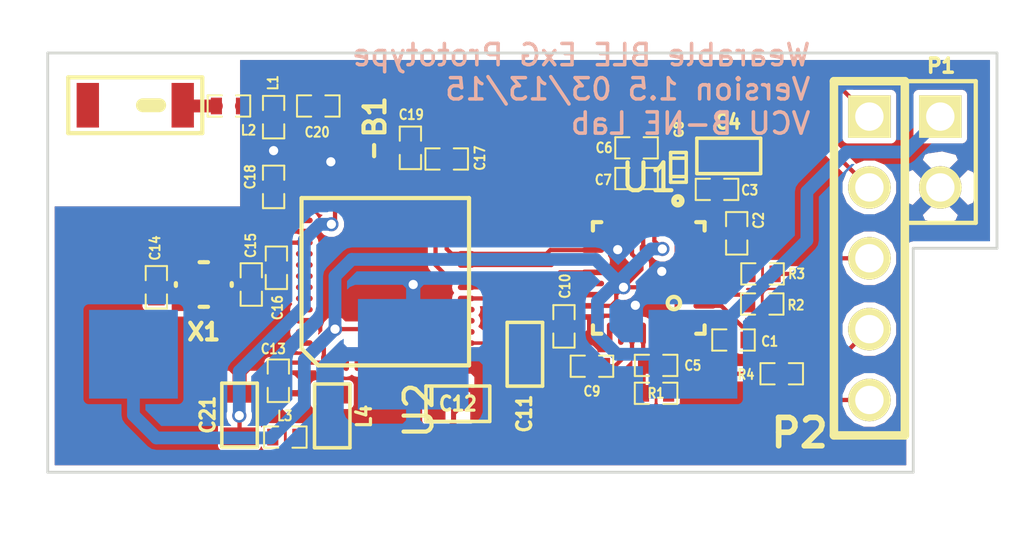
<source format=kicad_pcb>
(kicad_pcb (version 3) (host pcbnew "(2013-07-07 BZR 4022)-stable")

  (general
    (links 96)
    (no_connects 1)
    (area 265.1 124.3126 300.900001 142.300001)
    (thickness 1.6)
    (drawings 14)
    (tracks 277)
    (zones 0)
    (modules 37)
    (nets 38)
  )

  (page A3)
  (layers
    (15 F.Cu signal)
    (0 B.Cu signal)
    (16 B.Adhes user)
    (17 F.Adhes user)
    (18 B.Paste user)
    (19 F.Paste user)
    (20 B.SilkS user)
    (21 F.SilkS user)
    (22 B.Mask user)
    (23 F.Mask user)
    (24 Dwgs.User user)
    (25 Cmts.User user)
    (26 Eco1.User user)
    (27 Eco2.User user)
    (28 Edge.Cuts user)
  )

  (setup
    (last_trace_width 0.4572)
    (trace_clearance 0.1524)
    (zone_clearance 0.2)
    (zone_45_only yes)
    (trace_min 0.05)
    (segment_width 0.2)
    (edge_width 0.1)
    (via_size 0.508)
    (via_drill 0.3302)
    (via_min_size 0.508)
    (via_min_drill 0.3302)
    (uvia_size 0.508)
    (uvia_drill 0.3302)
    (uvias_allowed no)
    (uvia_min_size 0.508)
    (uvia_min_drill 0.3302)
    (pcb_text_width 0.3)
    (pcb_text_size 1.5 1.5)
    (mod_edge_width 0.15)
    (mod_text_size 1 1)
    (mod_text_width 0.15)
    (pad_size 1.524 1.524)
    (pad_drill 1.016)
    (pad_to_mask_clearance 0)
    (aux_axis_origin 0 0)
    (visible_elements 7FFFFFFF)
    (pcbplotparams
      (layerselection 284196865)
      (usegerberextensions true)
      (excludeedgelayer true)
      (linewidth 0.150000)
      (plotframeref false)
      (viasonmask false)
      (mode 1)
      (useauxorigin false)
      (hpglpennumber 1)
      (hpglpenspeed 20)
      (hpglpendiameter 15)
      (hpglpenoverlay 2)
      (psnegative false)
      (psa4output false)
      (plotreference true)
      (plotvalue true)
      (plotothertext true)
      (plotinvisibletext false)
      (padsonsilk false)
      (subtractmaskfromsilk false)
      (outputformat 1)
      (mirror false)
      (drillshape 0)
      (scaleselection 1)
      (outputdirectory ../gerbers/))
  )

  (net 0 "")
  (net 1 /ANT1)
  (net 2 /ANT2)
  (net 3 /DCC)
  (net 4 /DEC1)
  (net 5 /DEC2)
  (net 6 /IN+)
  (net 7 /IN-)
  (net 8 /IN1N)
  (net 9 /IN1P)
  (net 10 /RF)
  (net 11 /RLD)
  (net 12 /RLDINV)
  (net 13 /RLDOUT)
  (net 14 /SPI_MISO)
  (net 15 /SPI_MOSI)
  (net 16 /SPI_SCLK)
  (net 17 /SPI_~CS)
  (net 18 /SWDCLK)
  (net 19 /SWDIO)
  (net 20 /VCAP1)
  (net 21 /VCAP2)
  (net 22 /VDD_PA)
  (net 23 /VREFP)
  (net 24 /XC1)
  (net 25 /XC2)
  (net 26 /~DRDY)
  (net 27 /~PWDN/RESET)
  (net 28 GND)
  (net 29 N-0000044)
  (net 30 N-0000056)
  (net 31 N-0000057)
  (net 32 N-0000058)
  (net 33 N-0000059)
  (net 34 N-000006)
  (net 35 N-000007)
  (net 36 VAA)
  (net 37 VCC)

  (net_class Default "This is the default net class."
    (clearance 0.1524)
    (trace_width 0.4572)
    (via_dia 0.508)
    (via_drill 0.3302)
    (uvia_dia 0.508)
    (uvia_drill 0.3302)
    (add_net "")
    (add_net /ANT1)
    (add_net /ANT2)
    (add_net /DCC)
    (add_net /DEC1)
    (add_net /DEC2)
    (add_net /IN+)
    (add_net /IN-)
    (add_net /IN1N)
    (add_net /IN1P)
    (add_net /RF)
    (add_net /RLD)
    (add_net /RLDINV)
    (add_net /RLDOUT)
    (add_net /SPI_MISO)
    (add_net /SPI_MOSI)
    (add_net /SPI_SCLK)
    (add_net /SPI_~CS)
    (add_net /SWDCLK)
    (add_net /SWDIO)
    (add_net /VCAP1)
    (add_net /VCAP2)
    (add_net /VDD_PA)
    (add_net /VREFP)
    (add_net /XC1)
    (add_net /XC2)
    (add_net /~DRDY)
    (add_net /~PWDN/RESET)
    (add_net GND)
    (add_net N-0000044)
    (add_net N-0000056)
    (add_net N-0000057)
    (add_net N-0000058)
    (add_net N-0000059)
    (add_net N-000006)
    (add_net N-000007)
    (add_net VAA)
    (add_net VCC)
  )

  (module 3012TR-CR1632 (layer B.Cu) (tedit 55071D71) (tstamp 54D23F35)
    (at 279 136.6)
    (path /54D23E45)
    (fp_text reference P6 (at 0 -3.5) (layer B.SilkS) hide
      (effects (font (size 1 1) (thickness 0.15)) (justify mirror))
    )
    (fp_text value PWR (at 0 3.4) (layer B.SilkS) hide
      (effects (font (size 1 1) (thickness 0.15)) (justify mirror))
    )
    (pad 2 smd rect (at 0 0) (size 3.96 3.96)
      (layers B.Cu B.Paste B.Mask)
      (net 28 GND)
    )
    (pad 1 smd rect (at -10.02 0) (size 3.18 3.18)
      (layers B.Cu B.Paste B.Mask)
      (net 37 VCC)
    )
    (pad 1 smd rect (at 10.02 0) (size 3.18 3.18)
      (layers B.Cu B.Paste B.Mask)
      (net 37 VCC)
    )
  )

  (module QFN48-6X6 (layer F.Cu) (tedit 55071DB0) (tstamp 54E75ECE)
    (at 278 134 90)
    (path /55021245)
    (fp_text reference U2 (at -4.61 1.2 90) (layer F.SilkS)
      (effects (font (size 1 1) (thickness 0.15)))
    )
    (fp_text value NRF51X22-QFN (at 0.01 0 90) (layer F.SilkS) hide
      (effects (font (size 0.127 0.127) (thickness 0.03175)))
    )
    (fp_line (start -2.4 -3) (end -3 -2.4) (layer F.SilkS) (width 0.15))
    (fp_line (start -3 3) (end -3 -2.4) (layer F.SilkS) (width 0.15))
    (fp_line (start 3 -3) (end -2.4 -3) (layer F.SilkS) (width 0.15))
    (fp_line (start 3 -3) (end 3 3) (layer F.SilkS) (width 0.15))
    (fp_line (start 3 3) (end -3 3) (layer F.SilkS) (width 0.15))
    (pad 30 smd oval (at 2.9 0.2 180) (size 0.2 0.6)
      (layers F.Cu F.Paste F.Mask)
      (net 22 /VDD_PA)
    )
    (pad 29 smd oval (at 2.9 0.6 180) (size 0.2 0.6)
      (layers F.Cu F.Paste F.Mask)
      (net 5 /DEC2)
    )
    (pad 31 smd oval (at 2.9 -0.2 180) (size 0.2 0.6)
      (layers F.Cu F.Paste F.Mask)
      (net 1 /ANT1)
    )
    (pad 28 smd oval (at 2.9 1 180) (size 0.2 0.6)
      (layers F.Cu F.Paste F.Mask)
    )
    (pad 27 smd oval (at 2.9 1.4 180) (size 0.2 0.6)
      (layers F.Cu F.Paste F.Mask)
    )
    (pad 32 smd oval (at 2.9 -0.6 180) (size 0.2 0.6)
      (layers F.Cu F.Paste F.Mask)
      (net 2 /ANT2)
    )
    (pad 33 smd oval (at 2.9 -1 180) (size 0.2 0.6)
      (layers F.Cu F.Paste F.Mask)
      (net 28 GND)
    )
    (pad 34 smd oval (at 2.9 -1.4 180) (size 0.2 0.6)
      (layers F.Cu F.Paste F.Mask)
      (net 28 GND)
    )
    (pad 26 smd oval (at 2.9 1.8 180) (size 0.2 0.6)
      (layers F.Cu F.Paste F.Mask)
      (net 16 /SPI_SCLK)
    )
    (pad 25 smd oval (at 2.9 2.2 180) (size 0.2 0.6)
      (layers F.Cu F.Paste F.Mask)
      (net 17 /SPI_~CS)
    )
    (pad 36 smd oval (at 2.9 -2.2 180) (size 0.2 0.6)
      (layers F.Cu F.Paste F.Mask)
      (net 36 VAA)
    )
    (pad 35 smd oval (at 2.9 -1.8 180) (size 0.2 0.6)
      (layers F.Cu F.Paste F.Mask)
      (net 36 VAA)
    )
    (pad 1 smd oval (at -2.9 -2.2 180) (size 0.2 0.6)
      (layers F.Cu F.Paste F.Mask)
      (net 37 VCC)
    )
    (pad 11 smd oval (at -2.9 1.8 180) (size 0.2 0.6)
      (layers F.Cu F.Paste F.Mask)
    )
    (pad 10 smd oval (at -2.9 1.4 180) (size 0.2 0.6)
      (layers F.Cu F.Paste F.Mask)
    )
    (pad 9 smd oval (at -2.9 1 180) (size 0.2 0.6)
      (layers F.Cu F.Paste F.Mask)
    )
    (pad 2 smd oval (at -2.9 -1.8 180) (size 0.2 0.6)
      (layers F.Cu F.Paste F.Mask)
      (net 3 /DCC)
    )
    (pad 3 smd oval (at -2.9 -1.4 180) (size 0.2 0.6)
      (layers F.Cu F.Paste F.Mask)
    )
    (pad 4 smd oval (at -2.9 -1 180) (size 0.2 0.6)
      (layers F.Cu F.Paste F.Mask)
    )
    (pad 8 smd oval (at -2.9 0.6 180) (size 0.2 0.6)
      (layers F.Cu F.Paste F.Mask)
    )
    (pad 12 smd oval (at -2.9 2.2 180) (size 0.2 0.6)
      (layers F.Cu F.Paste F.Mask)
      (net 37 VCC)
    )
    (pad 5 smd oval (at -2.9 -0.6 180) (size 0.2 0.6)
      (layers F.Cu F.Paste F.Mask)
    )
    (pad 7 smd oval (at -2.9 0.2 180) (size 0.2 0.6)
      (layers F.Cu F.Paste F.Mask)
    )
    (pad 6 smd oval (at -2.9 -0.2 180) (size 0.2 0.6)
      (layers F.Cu F.Paste F.Mask)
    )
    (pad 23 smd oval (at 1.8 2.9 90) (size 0.2 0.6)
      (layers F.Cu F.Paste F.Mask)
      (net 19 /SWDIO)
    )
    (pad 24 smd oval (at 2.2 2.9 90) (size 0.2 0.6)
      (layers F.Cu F.Paste F.Mask)
      (net 18 /SWDCLK)
    )
    (pad 13 smd oval (at -2.2 2.9 90) (size 0.2 0.6)
      (layers F.Cu F.Paste F.Mask)
      (net 28 GND)
    )
    (pad 14 smd oval (at -1.8 2.9 90) (size 0.2 0.6)
      (layers F.Cu F.Paste F.Mask)
    )
    (pad 22 smd oval (at 1.4 2.9 90) (size 0.2 0.6)
      (layers F.Cu F.Paste F.Mask)
      (net 27 /~PWDN/RESET)
    )
    (pad 21 smd oval (at 1 2.9 90) (size 0.2 0.6)
      (layers F.Cu F.Paste F.Mask)
      (net 17 /SPI_~CS)
    )
    (pad 20 smd oval (at 0.6 2.9 90) (size 0.2 0.6)
      (layers F.Cu F.Paste F.Mask)
      (net 15 /SPI_MOSI)
    )
    (pad 15 smd oval (at -1.4 2.9 90) (size 0.2 0.6)
      (layers F.Cu F.Paste F.Mask)
    )
    (pad 16 smd oval (at -1 2.9 90) (size 0.2 0.6)
      (layers F.Cu F.Paste F.Mask)
    )
    (pad 19 smd oval (at 0.2 2.9 90) (size 0.2 0.6)
      (layers F.Cu F.Paste F.Mask)
      (net 16 /SPI_SCLK)
    )
    (pad 17 smd oval (at -0.6 2.9 90) (size 0.2 0.6)
      (layers F.Cu F.Paste F.Mask)
      (net 26 /~DRDY)
    )
    (pad 18 smd oval (at -0.2 2.9 90) (size 0.2 0.6)
      (layers F.Cu F.Paste F.Mask)
      (net 14 /SPI_MISO)
    )
    (pad 41 smd oval (at 0.6 -2.9 90) (size 0.2 0.6)
      (layers F.Cu F.Paste F.Mask)
    )
    (pad 42 smd oval (at 0.2 -2.9 90) (size 0.2 0.6)
      (layers F.Cu F.Paste F.Mask)
    )
    (pad 40 smd oval (at 1 -2.9 90) (size 0.2 0.6)
      (layers F.Cu F.Paste F.Mask)
    )
    (pad 43 smd oval (at -0.2 -2.9 90) (size 0.2 0.6)
      (layers F.Cu F.Paste F.Mask)
    )
    (pad 44 smd oval (at -0.6 -2.9 90) (size 0.2 0.6)
      (layers F.Cu F.Paste F.Mask)
    )
    (pad 39 smd oval (at 1.4 -2.9 90) (size 0.2 0.6)
      (layers F.Cu F.Paste F.Mask)
      (net 4 /DEC1)
    )
    (pad 38 smd oval (at 1.8 -2.9 90) (size 0.2 0.6)
      (layers F.Cu F.Paste F.Mask)
      (net 25 /XC2)
    )
    (pad 37 smd oval (at 2.2 -2.9 90) (size 0.2 0.6)
      (layers F.Cu F.Paste F.Mask)
      (net 24 /XC1)
    )
    (pad 45 smd oval (at -1 -2.9 90) (size 0.2 0.6)
      (layers F.Cu F.Paste F.Mask)
    )
    (pad 46 smd oval (at -1.4 -2.9 90) (size 0.2 0.6)
      (layers F.Cu F.Paste F.Mask)
    )
    (pad 47 smd oval (at -1.8 -2.9 90) (size 0.2 0.6)
      (layers F.Cu F.Paste F.Mask)
    )
    (pad 48 smd oval (at -2.2 -2.9 90) (size 0.2 0.6)
      (layers F.Cu F.Paste F.Mask)
    )
  )

  (module CRYSTAL-SMD-2.0MMx1.6MM (layer F.Cu) (tedit 55033C5B) (tstamp 54D00866)
    (at 271.5 134.1)
    (path /54D104C1)
    (fp_text reference X1 (at 0 1.7) (layer F.SilkS)
      (effects (font (size 0.6 0.6) (thickness 0.15)))
    )
    (fp_text value 16MHz (at 0 -0.035355) (layer F.SilkS) hide
      (effects (font (size 0.127 0.127) (thickness 0.03175)))
    )
    (fp_line (start 1 0) (end 1 0.05) (layer F.SilkS) (width 0.15))
    (fp_line (start 1 0) (end 1 -0.05) (layer F.SilkS) (width 0.15))
    (fp_line (start -1 0) (end -1 0.05) (layer F.SilkS) (width 0.15))
    (fp_line (start -1 0) (end -1 -0.05) (layer F.SilkS) (width 0.15))
    (fp_line (start 0 0.8) (end 0.15 0.8) (layer F.SilkS) (width 0.15))
    (fp_line (start 0 0.8) (end -0.15 0.8) (layer F.SilkS) (width 0.15))
    (fp_line (start 0 -0.8) (end 0.15 -0.8) (layer F.SilkS) (width 0.15))
    (fp_line (start 0 -0.8) (end -0.15 -0.8) (layer F.SilkS) (width 0.15))
    (pad 4 smd rect (at -0.7 -0.55) (size 0.9 0.8)
      (layers F.Cu F.Paste F.Mask)
      (net 28 GND)
    )
    (pad 3 smd rect (at 0.7 -0.55) (size 0.9 0.8)
      (layers F.Cu F.Paste F.Mask)
      (net 25 /XC2)
    )
    (pad 1 smd rect (at -0.7 0.55) (size 0.9 0.8)
      (layers F.Cu F.Paste F.Mask)
      (net 24 /XC1)
    )
    (pad 2 smd rect (at 0.7 0.55) (size 0.9 0.8)
      (layers F.Cu F.Paste F.Mask)
      (net 28 GND)
    )
  )

  (module SM0402 (layer F.Cu) (tedit 54D3CFAC) (tstamp 54D0078E)
    (at 287.7 137 180)
    (path /54D00AA6)
    (attr smd)
    (fp_text reference C5 (at -1.315 -0.005 180) (layer F.SilkS)
      (effects (font (size 0.35052 0.3048) (thickness 0.07112)))
    )
    (fp_text value 1.5nF (at 0.09906 0 180) (layer F.SilkS) hide
      (effects (font (size 0.35052 0.3048) (thickness 0.07112)))
    )
    (fp_line (start -0.254 -0.381) (end -0.762 -0.381) (layer F.SilkS) (width 0.07112))
    (fp_line (start -0.762 -0.381) (end -0.762 0.381) (layer F.SilkS) (width 0.07112))
    (fp_line (start -0.762 0.381) (end -0.254 0.381) (layer F.SilkS) (width 0.07112))
    (fp_line (start 0.254 -0.381) (end 0.762 -0.381) (layer F.SilkS) (width 0.07112))
    (fp_line (start 0.762 -0.381) (end 0.762 0.381) (layer F.SilkS) (width 0.07112))
    (fp_line (start 0.762 0.381) (end 0.254 0.381) (layer F.SilkS) (width 0.07112))
    (pad 1 smd rect (at -0.44958 0 180) (size 0.39878 0.59944)
      (layers F.Cu F.Paste F.Mask)
      (net 13 /RLDOUT)
    )
    (pad 2 smd rect (at 0.44958 0 180) (size 0.39878 0.59944)
      (layers F.Cu F.Paste F.Mask)
      (net 12 /RLDINV)
    )
    (model smd\chip_cms.wrl
      (at (xyz 0 0 0.002))
      (scale (xyz 0.05 0.05 0.05))
      (rotate (xyz 0 0 0))
    )
  )

  (module SM0402 (layer F.Cu) (tedit 54D3CF9C) (tstamp 54D007A6)
    (at 289.8825 130.6895 180)
    (path /54D0053C)
    (attr smd)
    (fp_text reference C3 (at -1.17 -0.03 180) (layer F.SilkS)
      (effects (font (size 0.35052 0.3048) (thickness 0.07112)))
    )
    (fp_text value 100nF (at 0.09906 0 180) (layer F.SilkS) hide
      (effects (font (size 0.35052 0.3048) (thickness 0.07112)))
    )
    (fp_line (start -0.254 -0.381) (end -0.762 -0.381) (layer F.SilkS) (width 0.07112))
    (fp_line (start -0.762 -0.381) (end -0.762 0.381) (layer F.SilkS) (width 0.07112))
    (fp_line (start -0.762 0.381) (end -0.254 0.381) (layer F.SilkS) (width 0.07112))
    (fp_line (start 0.254 -0.381) (end 0.762 -0.381) (layer F.SilkS) (width 0.07112))
    (fp_line (start 0.762 -0.381) (end 0.762 0.381) (layer F.SilkS) (width 0.07112))
    (fp_line (start 0.762 0.381) (end 0.254 0.381) (layer F.SilkS) (width 0.07112))
    (pad 1 smd rect (at -0.44958 0 180) (size 0.39878 0.59944)
      (layers F.Cu F.Paste F.Mask)
      (net 23 /VREFP)
    )
    (pad 2 smd rect (at 0.44958 0 180) (size 0.39878 0.59944)
      (layers F.Cu F.Paste F.Mask)
      (net 28 GND)
    )
    (model smd\chip_cms.wrl
      (at (xyz 0 0 0.002))
      (scale (xyz 0.05 0.05 0.05))
      (rotate (xyz 0 0 0))
    )
  )

  (module SM0402 (layer F.Cu) (tedit 54D3CF92) (tstamp 54D3A4A1)
    (at 287 130.3 180)
    (path /54D001FC)
    (attr smd)
    (fp_text reference C7 (at 1.19 -0.05 180) (layer F.SilkS)
      (effects (font (size 0.35052 0.3048) (thickness 0.07112)))
    )
    (fp_text value 100nF (at 0.09906 0 180) (layer F.SilkS) hide
      (effects (font (size 0.35052 0.3048) (thickness 0.07112)))
    )
    (fp_line (start -0.254 -0.381) (end -0.762 -0.381) (layer F.SilkS) (width 0.07112))
    (fp_line (start -0.762 -0.381) (end -0.762 0.381) (layer F.SilkS) (width 0.07112))
    (fp_line (start -0.762 0.381) (end -0.254 0.381) (layer F.SilkS) (width 0.07112))
    (fp_line (start 0.254 -0.381) (end 0.762 -0.381) (layer F.SilkS) (width 0.07112))
    (fp_line (start 0.762 -0.381) (end 0.762 0.381) (layer F.SilkS) (width 0.07112))
    (fp_line (start 0.762 0.381) (end 0.254 0.381) (layer F.SilkS) (width 0.07112))
    (pad 1 smd rect (at -0.44958 0 180) (size 0.39878 0.59944)
      (layers F.Cu F.Paste F.Mask)
      (net 37 VCC)
    )
    (pad 2 smd rect (at 0.44958 0 180) (size 0.39878 0.59944)
      (layers F.Cu F.Paste F.Mask)
      (net 28 GND)
    )
    (model smd\chip_cms.wrl
      (at (xyz 0 0 0.002))
      (scale (xyz 0.05 0.05 0.05))
      (rotate (xyz 0 0 0))
    )
  )

  (module SM0402 (layer F.Cu) (tedit 54E75A07) (tstamp 54D007CA)
    (at 284.4 135.6 270)
    (path /54D000F8)
    (attr smd)
    (fp_text reference C10 (at -1.4395 -0.0375 270) (layer F.SilkS)
      (effects (font (size 0.35052 0.3048) (thickness 0.07112)))
    )
    (fp_text value 100nF (at 0.09906 0 270) (layer F.SilkS) hide
      (effects (font (size 0.35052 0.3048) (thickness 0.07112)))
    )
    (fp_line (start -0.254 -0.381) (end -0.762 -0.381) (layer F.SilkS) (width 0.07112))
    (fp_line (start -0.762 -0.381) (end -0.762 0.381) (layer F.SilkS) (width 0.07112))
    (fp_line (start -0.762 0.381) (end -0.254 0.381) (layer F.SilkS) (width 0.07112))
    (fp_line (start 0.254 -0.381) (end 0.762 -0.381) (layer F.SilkS) (width 0.07112))
    (fp_line (start 0.762 -0.381) (end 0.762 0.381) (layer F.SilkS) (width 0.07112))
    (fp_line (start 0.762 0.381) (end 0.254 0.381) (layer F.SilkS) (width 0.07112))
    (pad 1 smd rect (at -0.44958 0 270) (size 0.39878 0.59944)
      (layers F.Cu F.Paste F.Mask)
      (net 37 VCC)
    )
    (pad 2 smd rect (at 0.44958 0 270) (size 0.39878 0.59944)
      (layers F.Cu F.Paste F.Mask)
      (net 28 GND)
    )
    (model smd\chip_cms.wrl
      (at (xyz 0 0 0.002))
      (scale (xyz 0.05 0.05 0.05))
      (rotate (xyz 0 0 0))
    )
  )

  (module SM0402 (layer F.Cu) (tedit 54D3CFAE) (tstamp 54D007D6)
    (at 285.4025 137.0295 180)
    (path /54CFFEDF)
    (attr smd)
    (fp_text reference C9 (at 0 -0.9 180) (layer F.SilkS)
      (effects (font (size 0.35052 0.3048) (thickness 0.07112)))
    )
    (fp_text value 1uF (at 0.09906 0 180) (layer F.SilkS) hide
      (effects (font (size 0.35052 0.3048) (thickness 0.07112)))
    )
    (fp_line (start -0.254 -0.381) (end -0.762 -0.381) (layer F.SilkS) (width 0.07112))
    (fp_line (start -0.762 -0.381) (end -0.762 0.381) (layer F.SilkS) (width 0.07112))
    (fp_line (start -0.762 0.381) (end -0.254 0.381) (layer F.SilkS) (width 0.07112))
    (fp_line (start 0.254 -0.381) (end 0.762 -0.381) (layer F.SilkS) (width 0.07112))
    (fp_line (start 0.762 -0.381) (end 0.762 0.381) (layer F.SilkS) (width 0.07112))
    (fp_line (start 0.762 0.381) (end 0.254 0.381) (layer F.SilkS) (width 0.07112))
    (pad 1 smd rect (at -0.44958 0 180) (size 0.39878 0.59944)
      (layers F.Cu F.Paste F.Mask)
      (net 21 /VCAP2)
    )
    (pad 2 smd rect (at 0.44958 0 180) (size 0.39878 0.59944)
      (layers F.Cu F.Paste F.Mask)
      (net 28 GND)
    )
    (model smd\chip_cms.wrl
      (at (xyz 0 0 0.002))
      (scale (xyz 0.05 0.05 0.05))
      (rotate (xyz 0 0 0))
    )
  )

  (module SM0402 (layer F.Cu) (tedit 54E75992) (tstamp 54D007EE)
    (at 290.4725 136.0895 180)
    (path /54CFFB43)
    (attr smd)
    (fp_text reference C1 (at -1.2975 -0.0505 180) (layer F.SilkS)
      (effects (font (size 0.35052 0.3048) (thickness 0.07112)))
    )
    (fp_text value 4.7nF (at 0.09906 0 180) (layer F.SilkS) hide
      (effects (font (size 0.35052 0.3048) (thickness 0.07112)))
    )
    (fp_line (start -0.254 -0.381) (end -0.762 -0.381) (layer F.SilkS) (width 0.07112))
    (fp_line (start -0.762 -0.381) (end -0.762 0.381) (layer F.SilkS) (width 0.07112))
    (fp_line (start -0.762 0.381) (end -0.254 0.381) (layer F.SilkS) (width 0.07112))
    (fp_line (start 0.254 -0.381) (end 0.762 -0.381) (layer F.SilkS) (width 0.07112))
    (fp_line (start 0.762 -0.381) (end 0.762 0.381) (layer F.SilkS) (width 0.07112))
    (fp_line (start 0.762 0.381) (end 0.254 0.381) (layer F.SilkS) (width 0.07112))
    (pad 1 smd rect (at -0.44958 0 180) (size 0.39878 0.59944)
      (layers F.Cu F.Paste F.Mask)
      (net 31 N-0000057)
    )
    (pad 2 smd rect (at 0.44958 0 180) (size 0.39878 0.59944)
      (layers F.Cu F.Paste F.Mask)
      (net 30 N-0000056)
    )
    (model smd\chip_cms.wrl
      (at (xyz 0 0 0.002))
      (scale (xyz 0.05 0.05 0.05))
      (rotate (xyz 0 0 0))
    )
  )

  (module SM0402 (layer F.Cu) (tedit 54D3CFA0) (tstamp 54D007FA)
    (at 290.5875 132.2645 270)
    (path /54CFFB3D)
    (attr smd)
    (fp_text reference C2 (at -0.465 -0.785 270) (layer F.SilkS)
      (effects (font (size 0.35052 0.3048) (thickness 0.07112)))
    )
    (fp_text value 4.7nF (at 0.09906 0 270) (layer F.SilkS) hide
      (effects (font (size 0.35052 0.3048) (thickness 0.07112)))
    )
    (fp_line (start -0.254 -0.381) (end -0.762 -0.381) (layer F.SilkS) (width 0.07112))
    (fp_line (start -0.762 -0.381) (end -0.762 0.381) (layer F.SilkS) (width 0.07112))
    (fp_line (start -0.762 0.381) (end -0.254 0.381) (layer F.SilkS) (width 0.07112))
    (fp_line (start 0.254 -0.381) (end 0.762 -0.381) (layer F.SilkS) (width 0.07112))
    (fp_line (start 0.762 -0.381) (end 0.762 0.381) (layer F.SilkS) (width 0.07112))
    (fp_line (start 0.762 0.381) (end 0.254 0.381) (layer F.SilkS) (width 0.07112))
    (pad 1 smd rect (at -0.44958 0 270) (size 0.39878 0.59944)
      (layers F.Cu F.Paste F.Mask)
      (net 33 N-0000059)
    )
    (pad 2 smd rect (at 0.44958 0 270) (size 0.39878 0.59944)
      (layers F.Cu F.Paste F.Mask)
      (net 32 N-0000058)
    )
    (model smd\chip_cms.wrl
      (at (xyz 0 0 0.002))
      (scale (xyz 0.05 0.05 0.05))
      (rotate (xyz 0 0 0))
    )
  )

  (module SM0402 (layer F.Cu) (tedit 54E75F45) (tstamp 54D00806)
    (at 274 130.6 90)
    (path /54CC0A51)
    (attr smd)
    (fp_text reference C18 (at 0.36 -0.84 90) (layer F.SilkS)
      (effects (font (size 0.35052 0.3048) (thickness 0.07112)))
    )
    (fp_text value 1nF (at 0.09906 0 90) (layer F.SilkS) hide
      (effects (font (size 0.35052 0.3048) (thickness 0.07112)))
    )
    (fp_line (start -0.254 -0.381) (end -0.762 -0.381) (layer F.SilkS) (width 0.07112))
    (fp_line (start -0.762 -0.381) (end -0.762 0.381) (layer F.SilkS) (width 0.07112))
    (fp_line (start -0.762 0.381) (end -0.254 0.381) (layer F.SilkS) (width 0.07112))
    (fp_line (start 0.254 -0.381) (end 0.762 -0.381) (layer F.SilkS) (width 0.07112))
    (fp_line (start 0.762 -0.381) (end 0.762 0.381) (layer F.SilkS) (width 0.07112))
    (fp_line (start 0.762 0.381) (end 0.254 0.381) (layer F.SilkS) (width 0.07112))
    (pad 1 smd rect (at -0.44958 0 90) (size 0.39878 0.59944)
      (layers F.Cu F.Paste F.Mask)
      (net 36 VAA)
    )
    (pad 2 smd rect (at 0.44958 0 90) (size 0.39878 0.59944)
      (layers F.Cu F.Paste F.Mask)
      (net 28 GND)
    )
    (model smd\chip_cms.wrl
      (at (xyz 0 0 0.002))
      (scale (xyz 0.05 0.05 0.05))
      (rotate (xyz 0 0 0))
    )
  )

  (module SM0402 (layer F.Cu) (tedit 55071DCB) (tstamp 54D00812)
    (at 274.1 133.5 270)
    (path /54CC0A4B)
    (attr smd)
    (fp_text reference C16 (at 1.43 -0.04 270) (layer F.SilkS)
      (effects (font (size 0.35052 0.3048) (thickness 0.07112)))
    )
    (fp_text value 100nF (at 0.09906 0 270) (layer F.SilkS) hide
      (effects (font (size 0.35052 0.3048) (thickness 0.07112)))
    )
    (fp_line (start -0.254 -0.381) (end -0.762 -0.381) (layer F.SilkS) (width 0.07112))
    (fp_line (start -0.762 -0.381) (end -0.762 0.381) (layer F.SilkS) (width 0.07112))
    (fp_line (start -0.762 0.381) (end -0.254 0.381) (layer F.SilkS) (width 0.07112))
    (fp_line (start 0.254 -0.381) (end 0.762 -0.381) (layer F.SilkS) (width 0.07112))
    (fp_line (start 0.762 -0.381) (end 0.762 0.381) (layer F.SilkS) (width 0.07112))
    (fp_line (start 0.762 0.381) (end 0.254 0.381) (layer F.SilkS) (width 0.07112))
    (pad 1 smd rect (at -0.44958 0 270) (size 0.39878 0.59944)
      (layers F.Cu F.Paste F.Mask)
      (net 4 /DEC1)
    )
    (pad 2 smd rect (at 0.44958 0 270) (size 0.39878 0.59944)
      (layers F.Cu F.Paste F.Mask)
      (net 28 GND)
    )
    (model smd\chip_cms.wrl
      (at (xyz 0 0 0.002))
      (scale (xyz 0.05 0.05 0.05))
      (rotate (xyz 0 0 0))
    )
  )

  (module SM0402 (layer F.Cu) (tedit 54E759CA) (tstamp 54D0081E)
    (at 269.8 134.2 270)
    (path /54CC0A45)
    (attr smd)
    (fp_text reference C14 (at -1.4075 0.0455 270) (layer F.SilkS)
      (effects (font (size 0.35052 0.3048) (thickness 0.07112)))
    )
    (fp_text value "12pF 2%" (at 0.09906 0 270) (layer F.SilkS) hide
      (effects (font (size 0.35052 0.3048) (thickness 0.07112)))
    )
    (fp_line (start -0.254 -0.381) (end -0.762 -0.381) (layer F.SilkS) (width 0.07112))
    (fp_line (start -0.762 -0.381) (end -0.762 0.381) (layer F.SilkS) (width 0.07112))
    (fp_line (start -0.762 0.381) (end -0.254 0.381) (layer F.SilkS) (width 0.07112))
    (fp_line (start 0.254 -0.381) (end 0.762 -0.381) (layer F.SilkS) (width 0.07112))
    (fp_line (start 0.762 -0.381) (end 0.762 0.381) (layer F.SilkS) (width 0.07112))
    (fp_line (start 0.762 0.381) (end 0.254 0.381) (layer F.SilkS) (width 0.07112))
    (pad 1 smd rect (at -0.44958 0 270) (size 0.39878 0.59944)
      (layers F.Cu F.Paste F.Mask)
      (net 28 GND)
    )
    (pad 2 smd rect (at 0.44958 0 270) (size 0.39878 0.59944)
      (layers F.Cu F.Paste F.Mask)
      (net 24 /XC1)
    )
    (model smd\chip_cms.wrl
      (at (xyz 0 0 0.002))
      (scale (xyz 0.05 0.05 0.05))
      (rotate (xyz 0 0 0))
    )
  )

  (module SM0402 (layer F.Cu) (tedit 55071DC7) (tstamp 54D0082A)
    (at 273.2 134.1 90)
    (path /54CC0A3F)
    (attr smd)
    (fp_text reference C15 (at 1.4 -0.02 90) (layer F.SilkS)
      (effects (font (size 0.35052 0.3048) (thickness 0.07112)))
    )
    (fp_text value "12pF 2%" (at 0.09906 0 90) (layer F.SilkS) hide
      (effects (font (size 0.35052 0.3048) (thickness 0.07112)))
    )
    (fp_line (start -0.254 -0.381) (end -0.762 -0.381) (layer F.SilkS) (width 0.07112))
    (fp_line (start -0.762 -0.381) (end -0.762 0.381) (layer F.SilkS) (width 0.07112))
    (fp_line (start -0.762 0.381) (end -0.254 0.381) (layer F.SilkS) (width 0.07112))
    (fp_line (start 0.254 -0.381) (end 0.762 -0.381) (layer F.SilkS) (width 0.07112))
    (fp_line (start 0.762 -0.381) (end 0.762 0.381) (layer F.SilkS) (width 0.07112))
    (fp_line (start 0.762 0.381) (end 0.254 0.381) (layer F.SilkS) (width 0.07112))
    (pad 1 smd rect (at -0.44958 0 90) (size 0.39878 0.59944)
      (layers F.Cu F.Paste F.Mask)
      (net 28 GND)
    )
    (pad 2 smd rect (at 0.44958 0 90) (size 0.39878 0.59944)
      (layers F.Cu F.Paste F.Mask)
      (net 25 /XC2)
    )
    (model smd\chip_cms.wrl
      (at (xyz 0 0 0.002))
      (scale (xyz 0.05 0.05 0.05))
      (rotate (xyz 0 0 0))
    )
  )

  (module SM0402 (layer F.Cu) (tedit 54D3CFD8) (tstamp 54D3CB5C)
    (at 280.2 129.6)
    (path /54CC0A39)
    (attr smd)
    (fp_text reference C17 (at 1.19 -0.03 90) (layer F.SilkS)
      (effects (font (size 0.35052 0.3048) (thickness 0.07112)))
    )
    (fp_text value 47nF (at 0.09906 0) (layer F.SilkS) hide
      (effects (font (size 0.35052 0.3048) (thickness 0.07112)))
    )
    (fp_line (start -0.254 -0.381) (end -0.762 -0.381) (layer F.SilkS) (width 0.07112))
    (fp_line (start -0.762 -0.381) (end -0.762 0.381) (layer F.SilkS) (width 0.07112))
    (fp_line (start -0.762 0.381) (end -0.254 0.381) (layer F.SilkS) (width 0.07112))
    (fp_line (start 0.254 -0.381) (end 0.762 -0.381) (layer F.SilkS) (width 0.07112))
    (fp_line (start 0.762 -0.381) (end 0.762 0.381) (layer F.SilkS) (width 0.07112))
    (fp_line (start 0.762 0.381) (end 0.254 0.381) (layer F.SilkS) (width 0.07112))
    (pad 1 smd rect (at -0.44958 0) (size 0.39878 0.59944)
      (layers F.Cu F.Paste F.Mask)
      (net 5 /DEC2)
    )
    (pad 2 smd rect (at 0.44958 0) (size 0.39878 0.59944)
      (layers F.Cu F.Paste F.Mask)
      (net 28 GND)
    )
    (model smd\chip_cms.wrl
      (at (xyz 0 0 0.002))
      (scale (xyz 0.05 0.05 0.05))
      (rotate (xyz 0 0 0))
    )
  )

  (module SM0402 (layer F.Cu) (tedit 55071E4A) (tstamp 54D3C459)
    (at 274.17 137.55 270)
    (path /54CC0A2D)
    (attr smd)
    (fp_text reference C13 (at -1.14 0.18 360) (layer F.SilkS)
      (effects (font (size 0.35052 0.3048) (thickness 0.07112)))
    )
    (fp_text value 100nF (at 0.09906 0 270) (layer F.SilkS) hide
      (effects (font (size 0.35052 0.3048) (thickness 0.07112)))
    )
    (fp_line (start -0.254 -0.381) (end -0.762 -0.381) (layer F.SilkS) (width 0.07112))
    (fp_line (start -0.762 -0.381) (end -0.762 0.381) (layer F.SilkS) (width 0.07112))
    (fp_line (start -0.762 0.381) (end -0.254 0.381) (layer F.SilkS) (width 0.07112))
    (fp_line (start 0.254 -0.381) (end 0.762 -0.381) (layer F.SilkS) (width 0.07112))
    (fp_line (start 0.762 -0.381) (end 0.762 0.381) (layer F.SilkS) (width 0.07112))
    (fp_line (start 0.762 0.381) (end 0.254 0.381) (layer F.SilkS) (width 0.07112))
    (pad 1 smd rect (at -0.44958 0 270) (size 0.39878 0.59944)
      (layers F.Cu F.Paste F.Mask)
      (net 37 VCC)
    )
    (pad 2 smd rect (at 0.44958 0 270) (size 0.39878 0.59944)
      (layers F.Cu F.Paste F.Mask)
      (net 28 GND)
    )
    (model smd\chip_cms.wrl
      (at (xyz 0 0 0.002))
      (scale (xyz 0.05 0.05 0.05))
      (rotate (xyz 0 0 0))
    )
  )

  (module SM0402 (layer F.Cu) (tedit 54D3CFDD) (tstamp 54D3CB4F)
    (at 278.9 129.2 90)
    (path /54CC0A20)
    (attr smd)
    (fp_text reference C19 (at 1.19 0.03 180) (layer F.SilkS)
      (effects (font (size 0.35052 0.3048) (thickness 0.07112)))
    )
    (fp_text value 2.2nF (at 0.09906 0 90) (layer F.SilkS) hide
      (effects (font (size 0.35052 0.3048) (thickness 0.07112)))
    )
    (fp_line (start -0.254 -0.381) (end -0.762 -0.381) (layer F.SilkS) (width 0.07112))
    (fp_line (start -0.762 -0.381) (end -0.762 0.381) (layer F.SilkS) (width 0.07112))
    (fp_line (start -0.762 0.381) (end -0.254 0.381) (layer F.SilkS) (width 0.07112))
    (fp_line (start 0.254 -0.381) (end 0.762 -0.381) (layer F.SilkS) (width 0.07112))
    (fp_line (start 0.762 -0.381) (end 0.762 0.381) (layer F.SilkS) (width 0.07112))
    (fp_line (start 0.762 0.381) (end 0.254 0.381) (layer F.SilkS) (width 0.07112))
    (pad 1 smd rect (at -0.44958 0 90) (size 0.39878 0.59944)
      (layers F.Cu F.Paste F.Mask)
      (net 22 /VDD_PA)
    )
    (pad 2 smd rect (at 0.44958 0 90) (size 0.39878 0.59944)
      (layers F.Cu F.Paste F.Mask)
      (net 28 GND)
    )
    (model smd\chip_cms.wrl
      (at (xyz 0 0 0.002))
      (scale (xyz 0.05 0.05 0.05))
      (rotate (xyz 0 0 0))
    )
  )

  (module SM0603 (layer F.Cu) (tedit 54E7599B) (tstamp 54D0079A)
    (at 290.3025 129.4895 180)
    (path /54D00542)
    (attr smd)
    (fp_text reference C4 (at 0.0225 1.2195 180) (layer F.SilkS)
      (effects (font (size 0.508 0.4572) (thickness 0.1143)))
    )
    (fp_text value 10uF (at 0 0 180) (layer F.SilkS) hide
      (effects (font (size 0.508 0.4572) (thickness 0.1143)))
    )
    (fp_line (start -1.143 -0.635) (end 1.143 -0.635) (layer F.SilkS) (width 0.127))
    (fp_line (start 1.143 -0.635) (end 1.143 0.635) (layer F.SilkS) (width 0.127))
    (fp_line (start 1.143 0.635) (end -1.143 0.635) (layer F.SilkS) (width 0.127))
    (fp_line (start -1.143 0.635) (end -1.143 -0.635) (layer F.SilkS) (width 0.127))
    (pad 1 smd rect (at -0.762 0 180) (size 0.635 1.143)
      (layers F.Cu F.Paste F.Mask)
      (net 23 /VREFP)
    )
    (pad 2 smd rect (at 0.762 0 180) (size 0.635 1.143)
      (layers F.Cu F.Paste F.Mask)
      (net 28 GND)
    )
    (model smd\resistors\R0603.wrl
      (at (xyz 0 0 0.001))
      (scale (xyz 0.5 0.5 0.5))
      (rotate (xyz 0 0 0))
    )
  )

  (module SM0402 (layer F.Cu) (tedit 54E759F6) (tstamp 54D007BE)
    (at 287 129.2 180)
    (path /54D001F6)
    (attr smd)
    (fp_text reference C6 (at 1.1625 -0.0005 180) (layer F.SilkS)
      (effects (font (size 0.35052 0.3048) (thickness 0.07112)))
    )
    (fp_text value 1uF (at 0.09906 0 180) (layer F.SilkS) hide
      (effects (font (size 0.35052 0.3048) (thickness 0.07112)))
    )
    (fp_line (start -0.254 -0.381) (end -0.762 -0.381) (layer F.SilkS) (width 0.07112))
    (fp_line (start -0.762 -0.381) (end -0.762 0.381) (layer F.SilkS) (width 0.07112))
    (fp_line (start -0.762 0.381) (end -0.254 0.381) (layer F.SilkS) (width 0.07112))
    (fp_line (start 0.254 -0.381) (end 0.762 -0.381) (layer F.SilkS) (width 0.07112))
    (fp_line (start 0.762 -0.381) (end 0.762 0.381) (layer F.SilkS) (width 0.07112))
    (fp_line (start 0.762 0.381) (end 0.254 0.381) (layer F.SilkS) (width 0.07112))
    (pad 1 smd rect (at -0.44958 0 180) (size 0.39878 0.59944)
      (layers F.Cu F.Paste F.Mask)
      (net 37 VCC)
    )
    (pad 2 smd rect (at 0.44958 0 180) (size 0.39878 0.59944)
      (layers F.Cu F.Paste F.Mask)
      (net 28 GND)
    )
    (model smd\chip_cms.wrl
      (at (xyz 0 0 0.002))
      (scale (xyz 0.05 0.05 0.05))
      (rotate (xyz 0 0 0))
    )
  )

  (module SM0402 (layer F.Cu) (tedit 54E75986) (tstamp 54DE304A)
    (at 291.5025 134.7995 180)
    (path /54DE2DF1)
    (attr smd)
    (fp_text reference R2 (at -1.2075 -0.0405 180) (layer F.SilkS)
      (effects (font (size 0.35052 0.3048) (thickness 0.07112)))
    )
    (fp_text value 30k (at 0.09906 0 180) (layer F.SilkS) hide
      (effects (font (size 0.35052 0.3048) (thickness 0.07112)))
    )
    (fp_line (start -0.254 -0.381) (end -0.762 -0.381) (layer F.SilkS) (width 0.07112))
    (fp_line (start -0.762 -0.381) (end -0.762 0.381) (layer F.SilkS) (width 0.07112))
    (fp_line (start -0.762 0.381) (end -0.254 0.381) (layer F.SilkS) (width 0.07112))
    (fp_line (start 0.254 -0.381) (end 0.762 -0.381) (layer F.SilkS) (width 0.07112))
    (fp_line (start 0.762 -0.381) (end 0.762 0.381) (layer F.SilkS) (width 0.07112))
    (fp_line (start 0.762 0.381) (end 0.254 0.381) (layer F.SilkS) (width 0.07112))
    (pad 1 smd rect (at -0.44958 0 180) (size 0.39878 0.59944)
      (layers F.Cu F.Paste F.Mask)
      (net 7 /IN-)
    )
    (pad 2 smd rect (at 0.44958 0 180) (size 0.39878 0.59944)
      (layers F.Cu F.Paste F.Mask)
      (net 8 /IN1N)
    )
    (model smd\chip_cms.wrl
      (at (xyz 0 0 0.002))
      (scale (xyz 0.05 0.05 0.05))
      (rotate (xyz 0 0 0))
    )
  )

  (module SM0402 (layer F.Cu) (tedit 54E75989) (tstamp 54DE2F9D)
    (at 291.5125 133.7195)
    (path /54DE2DF7)
    (attr smd)
    (fp_text reference R3 (at 1.2175 0.0005) (layer F.SilkS)
      (effects (font (size 0.35052 0.3048) (thickness 0.07112)))
    )
    (fp_text value 30k (at 0.09906 0) (layer F.SilkS) hide
      (effects (font (size 0.35052 0.3048) (thickness 0.07112)))
    )
    (fp_line (start -0.254 -0.381) (end -0.762 -0.381) (layer F.SilkS) (width 0.07112))
    (fp_line (start -0.762 -0.381) (end -0.762 0.381) (layer F.SilkS) (width 0.07112))
    (fp_line (start -0.762 0.381) (end -0.254 0.381) (layer F.SilkS) (width 0.07112))
    (fp_line (start 0.254 -0.381) (end 0.762 -0.381) (layer F.SilkS) (width 0.07112))
    (fp_line (start 0.762 -0.381) (end 0.762 0.381) (layer F.SilkS) (width 0.07112))
    (fp_line (start 0.762 0.381) (end 0.254 0.381) (layer F.SilkS) (width 0.07112))
    (pad 1 smd rect (at -0.44958 0) (size 0.39878 0.59944)
      (layers F.Cu F.Paste F.Mask)
      (net 9 /IN1P)
    )
    (pad 2 smd rect (at 0.44958 0) (size 0.39878 0.59944)
      (layers F.Cu F.Paste F.Mask)
      (net 6 /IN+)
    )
    (model smd\chip_cms.wrl
      (at (xyz 0 0 0.002))
      (scale (xyz 0.05 0.05 0.05))
      (rotate (xyz 0 0 0))
    )
  )

  (module SM0402 (layer F.Cu) (tedit 55071E1D) (tstamp 54DE2FA9)
    (at 292.2 137.3 180)
    (path /54DE2DFD)
    (attr smd)
    (fp_text reference R4 (at 1.28 -0.03 180) (layer F.SilkS)
      (effects (font (size 0.35052 0.3048) (thickness 0.07112)))
    )
    (fp_text value 30k (at 0.09906 0 180) (layer F.SilkS) hide
      (effects (font (size 0.35052 0.3048) (thickness 0.07112)))
    )
    (fp_line (start -0.254 -0.381) (end -0.762 -0.381) (layer F.SilkS) (width 0.07112))
    (fp_line (start -0.762 -0.381) (end -0.762 0.381) (layer F.SilkS) (width 0.07112))
    (fp_line (start -0.762 0.381) (end -0.254 0.381) (layer F.SilkS) (width 0.07112))
    (fp_line (start 0.254 -0.381) (end 0.762 -0.381) (layer F.SilkS) (width 0.07112))
    (fp_line (start 0.762 -0.381) (end 0.762 0.381) (layer F.SilkS) (width 0.07112))
    (fp_line (start 0.762 0.381) (end 0.254 0.381) (layer F.SilkS) (width 0.07112))
    (pad 1 smd rect (at -0.44958 0 180) (size 0.39878 0.59944)
      (layers F.Cu F.Paste F.Mask)
      (net 11 /RLD)
    )
    (pad 2 smd rect (at 0.44958 0 180) (size 0.39878 0.59944)
      (layers F.Cu F.Paste F.Mask)
      (net 13 /RLDOUT)
    )
    (model smd\chip_cms.wrl
      (at (xyz 0 0 0.002))
      (scale (xyz 0.05 0.05 0.05))
      (rotate (xyz 0 0 0))
    )
  )

  (module JTI-2450AT18A100-CHIP-ANT (layer F.Cu) (tedit 54E759B9) (tstamp 54E63841)
    (at 269.045 127.673 180)
    (path /54E6394D)
    (fp_text reference A1 (at -0.145 2.633 180) (layer F.SilkS) hide
      (effects (font (size 1 1) (thickness 0.15)))
    )
    (fp_text value CHIP-ANT (at -0.013 0.021 180) (layer F.SilkS) hide
      (effects (font (size 0.127 0.127) (thickness 0.03175)))
    )
    (fp_line (start 2.4 1) (end -2.4 1) (layer F.SilkS) (width 0.15))
    (fp_line (start -2.4 1) (end -2.4 -1) (layer F.SilkS) (width 0.15))
    (fp_line (start -2.3 -1) (end 2.4 -1) (layer F.SilkS) (width 0.15))
    (fp_line (start 2.4 -1) (end 2.4 1) (layer F.SilkS) (width 0.15))
    (fp_line (start -2.4 -1) (end -2.3 -1) (layer F.SilkS) (width 0.15))
    (pad 1 smd rect (at -1.7 0 180) (size 0.8 1.6)
      (layers F.Cu F.Paste F.Mask)
      (net 34 N-000006)
    )
    (pad 2 smd rect (at 1.7 0 180) (size 0.8 1.6)
      (layers F.Cu F.Paste F.Mask)
    )
  )

  (module SM0402 (layer F.Cu) (tedit 54E759BD) (tstamp 54E64094)
    (at 272.4 127.7 180)
    (path /54E63F7A)
    (attr smd)
    (fp_text reference L2 (at -0.7 -0.87 180) (layer F.SilkS)
      (effects (font (size 0.35052 0.3048) (thickness 0.07112)))
    )
    (fp_text value 3.9nH (at 0.09906 0 180) (layer F.SilkS) hide
      (effects (font (size 0.35052 0.3048) (thickness 0.07112)))
    )
    (fp_line (start -0.254 -0.381) (end -0.762 -0.381) (layer F.SilkS) (width 0.07112))
    (fp_line (start -0.762 -0.381) (end -0.762 0.381) (layer F.SilkS) (width 0.07112))
    (fp_line (start -0.762 0.381) (end -0.254 0.381) (layer F.SilkS) (width 0.07112))
    (fp_line (start 0.254 -0.381) (end 0.762 -0.381) (layer F.SilkS) (width 0.07112))
    (fp_line (start 0.762 -0.381) (end 0.762 0.381) (layer F.SilkS) (width 0.07112))
    (fp_line (start 0.762 0.381) (end 0.254 0.381) (layer F.SilkS) (width 0.07112))
    (pad 1 smd rect (at -0.44958 0 180) (size 0.39878 0.59944)
      (layers F.Cu F.Paste F.Mask)
      (net 35 N-000007)
    )
    (pad 2 smd rect (at 0.44958 0 180) (size 0.39878 0.59944)
      (layers F.Cu F.Paste F.Mask)
      (net 34 N-000006)
    )
    (model smd\chip_cms.wrl
      (at (xyz 0 0 0.002))
      (scale (xyz 0.05 0.05 0.05))
      (rotate (xyz 0 0 0))
    )
  )

  (module SM0402 (layer F.Cu) (tedit 54E759C3) (tstamp 54E640A0)
    (at 274 128.1 270)
    (path /54E63F87)
    (attr smd)
    (fp_text reference L1 (at -1.23 0.02 270) (layer F.SilkS)
      (effects (font (size 0.35052 0.3048) (thickness 0.07112)))
    )
    (fp_text value 2.7nH (at 0.09906 0 270) (layer F.SilkS) hide
      (effects (font (size 0.35052 0.3048) (thickness 0.07112)))
    )
    (fp_line (start -0.254 -0.381) (end -0.762 -0.381) (layer F.SilkS) (width 0.07112))
    (fp_line (start -0.762 -0.381) (end -0.762 0.381) (layer F.SilkS) (width 0.07112))
    (fp_line (start -0.762 0.381) (end -0.254 0.381) (layer F.SilkS) (width 0.07112))
    (fp_line (start 0.254 -0.381) (end 0.762 -0.381) (layer F.SilkS) (width 0.07112))
    (fp_line (start 0.762 -0.381) (end 0.762 0.381) (layer F.SilkS) (width 0.07112))
    (fp_line (start 0.762 0.381) (end 0.254 0.381) (layer F.SilkS) (width 0.07112))
    (pad 1 smd rect (at -0.44958 0 270) (size 0.39878 0.59944)
      (layers F.Cu F.Paste F.Mask)
      (net 35 N-000007)
    )
    (pad 2 smd rect (at 0.44958 0 270) (size 0.39878 0.59944)
      (layers F.Cu F.Paste F.Mask)
      (net 28 GND)
    )
    (model smd\chip_cms.wrl
      (at (xyz 0 0 0.002))
      (scale (xyz 0.05 0.05 0.05))
      (rotate (xyz 0 0 0))
    )
  )

  (module SM0402 (layer F.Cu) (tedit 54E759C1) (tstamp 54E640AC)
    (at 275.6 127.7 180)
    (path /54E63F8D)
    (attr smd)
    (fp_text reference C20 (at 0.04 -0.94 180) (layer F.SilkS)
      (effects (font (size 0.35052 0.3048) (thickness 0.07112)))
    )
    (fp_text value 1.0pF (at 0.09906 0 180) (layer F.SilkS) hide
      (effects (font (size 0.35052 0.3048) (thickness 0.07112)))
    )
    (fp_line (start -0.254 -0.381) (end -0.762 -0.381) (layer F.SilkS) (width 0.07112))
    (fp_line (start -0.762 -0.381) (end -0.762 0.381) (layer F.SilkS) (width 0.07112))
    (fp_line (start -0.762 0.381) (end -0.254 0.381) (layer F.SilkS) (width 0.07112))
    (fp_line (start 0.254 -0.381) (end 0.762 -0.381) (layer F.SilkS) (width 0.07112))
    (fp_line (start 0.762 -0.381) (end 0.762 0.381) (layer F.SilkS) (width 0.07112))
    (fp_line (start 0.762 0.381) (end 0.254 0.381) (layer F.SilkS) (width 0.07112))
    (pad 1 smd rect (at -0.44958 0 180) (size 0.39878 0.59944)
      (layers F.Cu F.Paste F.Mask)
      (net 10 /RF)
    )
    (pad 2 smd rect (at 0.44958 0 180) (size 0.39878 0.59944)
      (layers F.Cu F.Paste F.Mask)
      (net 35 N-000007)
    )
    (model smd\chip_cms.wrl
      (at (xyz 0 0 0.002))
      (scale (xyz 0.05 0.05 0.05))
      (rotate (xyz 0 0 0))
    )
  )

  (module PIN_ARRAY_5x1 (layer F.Cu) (tedit 55071E13) (tstamp 54E6C111)
    (at 295.34 133.16 270)
    (descr "Double rangee de contacts 2 x 5 pins")
    (tags CONN)
    (path /54E6C37A)
    (fp_text reference P2 (at 6.26 2.5 360) (layer F.SilkS)
      (effects (font (size 1.016 1.016) (thickness 0.2032)))
    )
    (fp_text value CONN_5 (at 0 2.54 270) (layer F.SilkS) hide
      (effects (font (size 1.016 1.016) (thickness 0.2032)))
    )
    (fp_line (start -6.35 -1.27) (end -6.35 1.27) (layer F.SilkS) (width 0.3048))
    (fp_line (start 6.35 1.27) (end 6.35 -1.27) (layer F.SilkS) (width 0.3048))
    (fp_line (start -6.35 -1.27) (end 6.35 -1.27) (layer F.SilkS) (width 0.3048))
    (fp_line (start 6.35 1.27) (end -6.35 1.27) (layer F.SilkS) (width 0.3048))
    (pad 1 thru_hole rect (at -5.08 0 270) (size 1.524 1.524) (drill 1.016)
      (layers *.Cu *.Mask F.SilkS)
      (net 18 /SWDCLK)
    )
    (pad 2 thru_hole circle (at -2.54 0 270) (size 1.524 1.524) (drill 1.016)
      (layers *.Cu *.Mask F.SilkS)
      (net 19 /SWDIO)
    )
    (pad 3 thru_hole circle (at 0 0 270) (size 1.524 1.524) (drill 1.016)
      (layers *.Cu *.Mask F.SilkS)
      (net 6 /IN+)
    )
    (pad 4 thru_hole circle (at 2.54 0 270) (size 1.524 1.524) (drill 1.016)
      (layers *.Cu *.Mask F.SilkS)
      (net 11 /RLD)
    )
    (pad 5 thru_hole circle (at 5.08 0 270) (size 1.524 1.524) (drill 1.016)
      (layers *.Cu *.Mask F.SilkS)
      (net 7 /IN-)
    )
    (model pin_array/pins_array_5x1.wrl
      (at (xyz 0 0 0))
      (scale (xyz 1 1 1))
      (rotate (xyz 0 0 0))
    )
  )

  (module PIN_ARRAY_2X1 (layer F.Cu) (tedit 54E75A73) (tstamp 54D0076C)
    (at 297.88 129.35 270)
    (descr "Connecteurs 2 pins")
    (tags "CONN DEV")
    (path /54E6C389)
    (fp_text reference P1 (at -3.09 -0.03 360) (layer F.SilkS)
      (effects (font (size 0.508 0.508) (thickness 0.127)))
    )
    (fp_text value CONN_2 (at 0 2.07 270) (layer F.SilkS) hide
      (effects (font (size 0.762 0.762) (thickness 0.1524)))
    )
    (fp_line (start -2.54 1.27) (end -2.54 -1.27) (layer F.SilkS) (width 0.1524))
    (fp_line (start -2.54 -1.27) (end 2.54 -1.27) (layer F.SilkS) (width 0.1524))
    (fp_line (start 2.54 -1.27) (end 2.54 1.27) (layer F.SilkS) (width 0.1524))
    (fp_line (start 2.54 1.27) (end -2.54 1.27) (layer F.SilkS) (width 0.1524))
    (pad 1 thru_hole rect (at -1.27 0 270) (size 1.524 1.524) (drill 1.016)
      (layers *.Cu *.Mask F.SilkS)
      (net 37 VCC)
    )
    (pad 2 thru_hole circle (at 1.27 0 270) (size 1.524 1.524) (drill 1.016)
      (layers *.Cu *.Mask F.SilkS)
      (net 28 GND)
    )
    (model pin_array/pins_array_2x1.wrl
      (at (xyz 0 0 0))
      (scale (xyz 1 1 1))
      (rotate (xyz 0 0 0))
    )
  )

  (module SM0603 (layer F.Cu) (tedit 55071E37) (tstamp 550334C0)
    (at 276.1 138.81 270)
    (path /55021AA1)
    (attr smd)
    (fp_text reference L4 (at 0.02 -1.14 270) (layer F.SilkS)
      (effects (font (size 0.508 0.4572) (thickness 0.1143)))
    )
    (fp_text value 10uH (at 0 0 270) (layer F.SilkS) hide
      (effects (font (size 0.508 0.4572) (thickness 0.1143)))
    )
    (fp_line (start -1.143 -0.635) (end 1.143 -0.635) (layer F.SilkS) (width 0.127))
    (fp_line (start 1.143 -0.635) (end 1.143 0.635) (layer F.SilkS) (width 0.127))
    (fp_line (start 1.143 0.635) (end -1.143 0.635) (layer F.SilkS) (width 0.127))
    (fp_line (start -1.143 0.635) (end -1.143 -0.635) (layer F.SilkS) (width 0.127))
    (pad 1 smd rect (at -0.762 0 270) (size 0.635 1.143)
      (layers F.Cu F.Paste F.Mask)
      (net 3 /DCC)
    )
    (pad 2 smd rect (at 0.762 0 270) (size 0.635 1.143)
      (layers F.Cu F.Paste F.Mask)
      (net 29 N-0000044)
    )
    (model smd\resistors\R0603.wrl
      (at (xyz 0 0 0.001))
      (scale (xyz 0.5 0.5 0.5))
      (rotate (xyz 0 0 0))
    )
  )

  (module SM0402 (layer F.Cu) (tedit 55071E44) (tstamp 550334CC)
    (at 274.42 139.57 180)
    (path /55021AA7)
    (attr smd)
    (fp_text reference L3 (at 0.02 0.76 180) (layer F.SilkS)
      (effects (font (size 0.35052 0.3048) (thickness 0.07112)))
    )
    (fp_text value 15nH (at 0.09906 0 180) (layer F.SilkS) hide
      (effects (font (size 0.35052 0.3048) (thickness 0.07112)))
    )
    (fp_line (start -0.254 -0.381) (end -0.762 -0.381) (layer F.SilkS) (width 0.07112))
    (fp_line (start -0.762 -0.381) (end -0.762 0.381) (layer F.SilkS) (width 0.07112))
    (fp_line (start -0.762 0.381) (end -0.254 0.381) (layer F.SilkS) (width 0.07112))
    (fp_line (start 0.254 -0.381) (end 0.762 -0.381) (layer F.SilkS) (width 0.07112))
    (fp_line (start 0.762 -0.381) (end 0.762 0.381) (layer F.SilkS) (width 0.07112))
    (fp_line (start 0.762 0.381) (end 0.254 0.381) (layer F.SilkS) (width 0.07112))
    (pad 1 smd rect (at -0.44958 0 180) (size 0.39878 0.59944)
      (layers F.Cu F.Paste F.Mask)
      (net 29 N-0000044)
    )
    (pad 2 smd rect (at 0.44958 0 180) (size 0.39878 0.59944)
      (layers F.Cu F.Paste F.Mask)
      (net 36 VAA)
    )
    (model smd\chip_cms.wrl
      (at (xyz 0 0 0.002))
      (scale (xyz 0.05 0.05 0.05))
      (rotate (xyz 0 0 0))
    )
  )

  (module 2450BM14E0003 (layer F.Cu) (tedit 55071DE2) (tstamp 54D008D9)
    (at 277.6 129.7 270)
    (path /55021636)
    (fp_text reference B1 (at -1.61 -0.03 270) (layer F.SilkS)
      (effects (font (size 0.75 0.75) (thickness 0.15)))
    )
    (fp_text value 2450BM14E0003 (at 0 -1.8 270) (layer F.SilkS) hide
      (effects (font (size 0.127 0.127) (thickness 0.03175)))
    )
    (fp_line (start -0.6 0) (end -0.2 0) (layer F.SilkS) (width 0.15))
    (pad 2 smd rect (at 0 0.425 270) (size 0.2 0.55)
      (layers F.Cu F.Paste F.Mask)
      (net 28 GND)
    )
    (pad 5 smd rect (at 0 -0.425 270) (size 0.2 0.55)
      (layers F.Cu F.Paste F.Mask)
      (net 22 /VDD_PA)
    )
    (pad 6 smd rect (at -0.45 -0.425 270) (size 0.2 0.55)
      (layers F.Cu F.Paste F.Mask)
      (net 28 GND)
    )
    (pad 4 smd rect (at 0.45 -0.425 270) (size 0.2 0.55)
      (layers F.Cu F.Paste F.Mask)
      (net 1 /ANT1)
    )
    (pad 1 smd rect (at -0.45 0.425 270) (size 0.2 0.55)
      (layers F.Cu F.Paste F.Mask)
      (net 10 /RF)
    )
    (pad 3 smd rect (at 0.45 0.425 270) (size 0.2 0.55)
      (layers F.Cu F.Paste F.Mask)
      (net 2 /ANT2)
    )
  )

  (module SM0402 (layer F.Cu) (tedit 50A4E0BA) (tstamp 54D00776)
    (at 287.7 138 180)
    (path /54D00ABA)
    (attr smd)
    (fp_text reference R1 (at 0 0 180) (layer F.SilkS)
      (effects (font (size 0.35052 0.3048) (thickness 0.07112)))
    )
    (fp_text value 1M (at 0.09906 0 180) (layer F.SilkS) hide
      (effects (font (size 0.35052 0.3048) (thickness 0.07112)))
    )
    (fp_line (start -0.254 -0.381) (end -0.762 -0.381) (layer F.SilkS) (width 0.07112))
    (fp_line (start -0.762 -0.381) (end -0.762 0.381) (layer F.SilkS) (width 0.07112))
    (fp_line (start -0.762 0.381) (end -0.254 0.381) (layer F.SilkS) (width 0.07112))
    (fp_line (start 0.254 -0.381) (end 0.762 -0.381) (layer F.SilkS) (width 0.07112))
    (fp_line (start 0.762 -0.381) (end 0.762 0.381) (layer F.SilkS) (width 0.07112))
    (fp_line (start 0.762 0.381) (end 0.254 0.381) (layer F.SilkS) (width 0.07112))
    (pad 1 smd rect (at -0.44958 0 180) (size 0.39878 0.59944)
      (layers F.Cu F.Paste F.Mask)
      (net 13 /RLDOUT)
    )
    (pad 2 smd rect (at 0.44958 0 180) (size 0.39878 0.59944)
      (layers F.Cu F.Paste F.Mask)
      (net 12 /RLDINV)
    )
    (model smd\chip_cms.wrl
      (at (xyz 0 0 0.002))
      (scale (xyz 0.05 0.05 0.05))
      (rotate (xyz 0 0 0))
    )
  )

  (module c_0402 (layer F.Cu) (tedit 55071E06) (tstamp 54D007E2)
    (at 288.5 129.9 270)
    (descr "SMT capacitor, 0402")
    (path /54CFFED9)
    (fp_text reference C8 (at -1.36 -0.02 270) (layer F.SilkS)
      (effects (font (size 0.3 0.3) (thickness 0.075)))
    )
    (fp_text value 1uF (at 0 0.4826 270) (layer F.SilkS) hide
      (effects (font (size 0.1524 0.1524) (thickness 0.03048)))
    )
    (fp_line (start 0.3302 -0.2794) (end 0.3302 0.2794) (layer F.SilkS) (width 0.127))
    (fp_line (start -0.3302 -0.2794) (end -0.3302 0.2794) (layer F.SilkS) (width 0.127))
    (fp_line (start -0.5334 -0.2794) (end -0.5334 0.2794) (layer F.SilkS) (width 0.127))
    (fp_line (start -0.5334 0.2794) (end 0.5334 0.2794) (layer F.SilkS) (width 0.127))
    (fp_line (start 0.5334 0.2794) (end 0.5334 -0.2794) (layer F.SilkS) (width 0.127))
    (fp_line (start 0.5334 -0.2794) (end -0.5334 -0.2794) (layer F.SilkS) (width 0.127))
    (pad 1 smd rect (at 0.54864 0 270) (size 0.8001 0.6985)
      (layers F.Cu F.Paste F.Mask)
      (net 20 /VCAP1)
    )
    (pad 2 smd rect (at -0.54864 0 270) (size 0.8001 0.6985)
      (layers F.Cu F.Paste F.Mask)
      (net 28 GND)
    )
    (model smd/capacitors/c_0402.wrl
      (at (xyz 0 0 0))
      (scale (xyz 1 1 1))
      (rotate (xyz 0 0 0))
    )
  )

  (module SM0603 (layer F.Cu) (tedit 55071E3B) (tstamp 550334D8)
    (at 272.78 138.78 90)
    (path /55021C24)
    (attr smd)
    (fp_text reference C21 (at 0.01 -1.14 90) (layer F.SilkS)
      (effects (font (size 0.508 0.4572) (thickness 0.1143)))
    )
    (fp_text value 1uF (at 0 0 90) (layer F.SilkS) hide
      (effects (font (size 0.508 0.4572) (thickness 0.1143)))
    )
    (fp_line (start -1.143 -0.635) (end 1.143 -0.635) (layer F.SilkS) (width 0.127))
    (fp_line (start 1.143 -0.635) (end 1.143 0.635) (layer F.SilkS) (width 0.127))
    (fp_line (start 1.143 0.635) (end -1.143 0.635) (layer F.SilkS) (width 0.127))
    (fp_line (start -1.143 0.635) (end -1.143 -0.635) (layer F.SilkS) (width 0.127))
    (pad 1 smd rect (at -0.762 0 90) (size 0.635 1.143)
      (layers F.Cu F.Paste F.Mask)
      (net 36 VAA)
    )
    (pad 2 smd rect (at 0.762 0 90) (size 0.635 1.143)
      (layers F.Cu F.Paste F.Mask)
      (net 28 GND)
    )
    (model smd\resistors\R0603.wrl
      (at (xyz 0 0 0.001))
      (scale (xyz 0.5 0.5 0.5))
      (rotate (xyz 0 0 0))
    )
  )

  (module SM0603 (layer F.Cu) (tedit 55071D9A) (tstamp 54D3D12E)
    (at 283 136.6 270)
    (path /54CFFDAA)
    (attr smd)
    (fp_text reference C11 (at 2.13 0.02 270) (layer F.SilkS)
      (effects (font (size 0.508 0.4572) (thickness 0.1143)))
    )
    (fp_text value 1uF (at 0 0 270) (layer F.SilkS) hide
      (effects (font (size 0.508 0.4572) (thickness 0.1143)))
    )
    (fp_line (start -1.143 -0.635) (end 1.143 -0.635) (layer F.SilkS) (width 0.127))
    (fp_line (start 1.143 -0.635) (end 1.143 0.635) (layer F.SilkS) (width 0.127))
    (fp_line (start 1.143 0.635) (end -1.143 0.635) (layer F.SilkS) (width 0.127))
    (fp_line (start -1.143 0.635) (end -1.143 -0.635) (layer F.SilkS) (width 0.127))
    (pad 1 smd rect (at -0.762 0 270) (size 0.635 1.143)
      (layers F.Cu F.Paste F.Mask)
      (net 37 VCC)
    )
    (pad 2 smd rect (at 0.762 0 270) (size 0.635 1.143)
      (layers F.Cu F.Paste F.Mask)
      (net 28 GND)
    )
    (model smd\resistors\R0603.wrl
      (at (xyz 0 0 0.001))
      (scale (xyz 0.5 0.5 0.5))
      (rotate (xyz 0 0 0))
    )
  )

  (module S-PVQFN-N32-nopad (layer F.Cu) (tedit 54E75B4B) (tstamp 54D0088A)
    (at 287.4375 133.8645 180)
    (path /54CFFC65)
    (fp_text reference U1 (at 0 3.6 180) (layer F.SilkS)
      (effects (font (size 1 1) (thickness 0.15)))
    )
    (fp_text value ADS1291/2 (at 0 0.1 180) (layer F.SilkS) hide
      (effects (font (size 0.2 0.2) (thickness 0.05)))
    )
    (fp_circle (center -0.9 -0.9) (end -0.8 -1.1) (layer F.SilkS) (width 0.15))
    (fp_line (start -2 2) (end -1.7 2) (layer F.SilkS) (width 0.15))
    (fp_line (start -2 2) (end -2 1.7) (layer F.SilkS) (width 0.15))
    (fp_line (start 2 2) (end 1.7 2) (layer F.SilkS) (width 0.15))
    (fp_line (start 2 2) (end 2 1.7) (layer F.SilkS) (width 0.15))
    (fp_line (start 2 -2) (end 2 -1.7) (layer F.SilkS) (width 0.15))
    (fp_line (start 2 -2) (end 1.7 -2) (layer F.SilkS) (width 0.15))
    (fp_line (start -2 -2) (end -2 -1.7) (layer F.SilkS) (width 0.15))
    (fp_line (start -2 -2) (end -1.7 -2) (layer F.SilkS) (width 0.15))
    (pad 17 smd oval (at 2 1.4 180) (size 0.8 0.2)
      (layers F.Cu F.Paste F.Mask)
    )
    (pad 18 smd oval (at 2 1 180) (size 0.8 0.2)
      (layers F.Cu F.Paste F.Mask)
      (net 17 /SPI_~CS)
    )
    (pad 19 smd oval (at 2 0.6 180) (size 0.8 0.2)
      (layers F.Cu F.Paste F.Mask)
      (net 15 /SPI_MOSI)
    )
    (pad 24 smd oval (at 2 -1.4 180) (size 0.8 0.2)
      (layers F.Cu F.Paste F.Mask)
      (net 28 GND)
    )
    (pad 23 smd oval (at 2 -1 180) (size 0.8 0.2)
      (layers F.Cu F.Paste F.Mask)
      (net 37 VCC)
    )
    (pad 22 smd oval (at 2 -0.6 180) (size 0.8 0.2)
      (layers F.Cu F.Paste F.Mask)
      (net 26 /~DRDY)
    )
    (pad 20 smd oval (at 2 0.2 180) (size 0.8 0.2)
      (layers F.Cu F.Paste F.Mask)
      (net 16 /SPI_SCLK)
    )
    (pad 21 smd oval (at 2 -0.2 180) (size 0.8 0.2)
      (layers F.Cu F.Paste F.Mask)
      (net 14 /SPI_MISO)
    )
    (pad 9 smd oval (at -1.4 2 180) (size 0.2 0.8)
      (layers F.Cu F.Paste F.Mask)
      (net 23 /VREFP)
    )
    (pad 10 smd oval (at -1 2 180) (size 0.2 0.8)
      (layers F.Cu F.Paste F.Mask)
      (net 28 GND)
    )
    (pad 11 smd oval (at -0.6 2 180) (size 0.2 0.8)
      (layers F.Cu F.Paste F.Mask)
      (net 20 /VCAP1)
    )
    (pad 16 smd oval (at 1.4 2 180) (size 0.2 0.8)
      (layers F.Cu F.Paste F.Mask)
      (net 28 GND)
    )
    (pad 15 smd oval (at 1 2 180) (size 0.2 0.8)
      (layers F.Cu F.Paste F.Mask)
      (net 27 /~PWDN/RESET)
    )
    (pad 14 smd oval (at 0.6 2 180) (size 0.2 0.8)
      (layers F.Cu F.Paste F.Mask)
      (net 37 VCC)
    )
    (pad 13 smd oval (at 0.2 2 180) (size 0.2 0.8)
      (layers F.Cu F.Paste F.Mask)
      (net 28 GND)
    )
    (pad 12 smd oval (at -0.2 2 180) (size 0.2 0.8)
      (layers F.Cu F.Paste F.Mask)
      (net 37 VCC)
    )
    (pad 29 smd oval (at -0.2 -2 180) (size 0.2 0.8)
      (layers F.Cu F.Paste F.Mask)
      (net 13 /RLDOUT)
    )
    (pad 28 smd oval (at 0.2 -2 180) (size 0.2 0.8)
      (layers F.Cu F.Paste F.Mask)
      (net 12 /RLDINV)
    )
    (pad 27 smd oval (at 0.6 -2 180) (size 0.2 0.8)
      (layers F.Cu F.Paste F.Mask)
      (net 21 /VCAP2)
    )
    (pad 26 smd oval (at 1 -2 180) (size 0.2 0.8)
      (layers F.Cu F.Paste F.Mask)
    )
    (pad 25 smd oval (at 1.4 -2 180) (size 0.2 0.8)
      (layers F.Cu F.Paste F.Mask)
    )
    (pad 30 smd oval (at -0.6 -2 180) (size 0.2 0.8)
      (layers F.Cu F.Paste F.Mask)
      (net 13 /RLDOUT)
    )
    (pad 31 smd oval (at -1 -2 180) (size 0.2 0.8)
      (layers F.Cu F.Paste F.Mask)
      (net 37 VCC)
    )
    (pad 32 smd oval (at -1.4 -2 180) (size 0.2 0.8)
      (layers F.Cu F.Paste F.Mask)
      (net 37 VCC)
    )
    (pad 4 smd oval (at -2 -0.2 180) (size 0.8 0.2)
      (layers F.Cu F.Paste F.Mask)
      (net 9 /IN1P)
    )
    (pad 5 smd oval (at -2 0.2 180) (size 0.8 0.2)
      (layers F.Cu F.Paste F.Mask)
      (net 37 VCC)
    )
    (pad 3 smd oval (at -2 -0.6 180) (size 0.8 0.2)
      (layers F.Cu F.Paste F.Mask)
      (net 8 /IN1N)
    )
    (pad 2 smd oval (at -2 -1 180) (size 0.8 0.2)
      (layers F.Cu F.Paste F.Mask)
      (net 31 N-0000057)
    )
    (pad 1 smd oval (at -2 -1.4 180) (size 0.8 0.2)
      (layers F.Cu F.Paste F.Mask)
      (net 30 N-0000056)
    )
    (pad 6 smd oval (at -2 0.6 180) (size 0.8 0.2)
      (layers F.Cu F.Paste F.Mask)
      (net 37 VCC)
    )
    (pad 7 smd oval (at -2 1 180) (size 0.8 0.2)
      (layers F.Cu F.Paste F.Mask)
      (net 32 N-0000058)
    )
    (pad 8 smd oval (at -2 1.4 180) (size 0.8 0.2)
      (layers F.Cu F.Paste F.Mask)
      (net 33 N-0000059)
    )
  )

  (module SM0603 (layer F.Cu) (tedit 4E43A3D1) (tstamp 54D15465)
    (at 280.6 138.375)
    (path /54CC0A33)
    (attr smd)
    (fp_text reference C12 (at 0 0) (layer F.SilkS)
      (effects (font (size 0.508 0.4572) (thickness 0.1143)))
    )
    (fp_text value 4.7uF (at 0 0) (layer F.SilkS) hide
      (effects (font (size 0.508 0.4572) (thickness 0.1143)))
    )
    (fp_line (start -1.143 -0.635) (end 1.143 -0.635) (layer F.SilkS) (width 0.127))
    (fp_line (start 1.143 -0.635) (end 1.143 0.635) (layer F.SilkS) (width 0.127))
    (fp_line (start 1.143 0.635) (end -1.143 0.635) (layer F.SilkS) (width 0.127))
    (fp_line (start -1.143 0.635) (end -1.143 -0.635) (layer F.SilkS) (width 0.127))
    (pad 1 smd rect (at -0.762 0) (size 0.635 1.143)
      (layers F.Cu F.Paste F.Mask)
      (net 37 VCC)
    )
    (pad 2 smd rect (at 0.762 0) (size 0.635 1.143)
      (layers F.Cu F.Paste F.Mask)
      (net 28 GND)
    )
    (model smd\resistors\R0603.wrl
      (at (xyz 0 0 0.001))
      (scale (xyz 0.5 0.5 0.5))
      (rotate (xyz 0 0 0))
    )
  )

  (gr_line (start 264.3 124.025) (end 264.55 124.025) (angle 90) (layer Dwgs.User) (width 0.2))
  (gr_line (start 264.3 143.075) (end 264.3 124.025) (angle 90) (layer Dwgs.User) (width 0.2))
  (gr_line (start 282.475 143.075) (end 264.3 143.075) (angle 90) (layer Dwgs.User) (width 0.2))
  (gr_line (start 282.475 124) (end 282.475 143.075) (angle 90) (layer Dwgs.User) (width 0.2))
  (gr_line (start 264.525 124) (end 282.475 124) (angle 90) (layer Dwgs.User) (width 0.2))
  (gr_line (start 269.9 127.673) (end 269.32 127.673) (angle 90) (layer F.SilkS) (width 0.5))
  (gr_line (start 265.91 140.83) (end 296.91 140.83) (angle 90) (layer Edge.Cuts) (width 0.1))
  (gr_line (start 265.91 125.8) (end 265.91 140.83) (angle 90) (layer Edge.Cuts) (width 0.1))
  (gr_line (start 296.91 132.8) (end 296.91 140.83) (angle 90) (layer Edge.Cuts) (width 0.1))
  (gr_circle (center 288.48 131.1) (end 288.58 131) (layer F.SilkS) (width 0.2))
  (gr_text "Wearable BLE ExG Prototype\nVersion 1.5 03/13/15\nVCU B-NE Lab" (at 293.3 127.1) (layer B.SilkS)
    (effects (font (size 0.762 0.762) (thickness 0.127)) (justify left mirror))
  )
  (gr_line (start 299.91 132.8) (end 296.91 132.8) (angle 90) (layer Edge.Cuts) (width 0.1))
  (gr_line (start 299.91 132.8) (end 299.91 125.8) (angle 90) (layer Edge.Cuts) (width 0.1))
  (gr_line (start 265.91 125.8) (end 299.91 125.8) (angle 90) (layer Edge.Cuts) (width 0.1))

  (segment (start 277.8 131.1) (end 277.8 130.375) (width 0.1524) (layer F.Cu) (net 1))
  (segment (start 277.8 130.375) (end 278.025 130.15) (width 0.1524) (layer F.Cu) (net 1) (tstamp 550339EB))
  (segment (start 277.4 131.1) (end 277.4 130.375) (width 0.1524) (layer F.Cu) (net 2))
  (segment (start 277.4 130.375) (end 277.175 130.15) (width 0.1524) (layer F.Cu) (net 2) (tstamp 550339E8))
  (segment (start 276.2 136.9) (end 276.2 137.948) (width 0.1524) (layer F.Cu) (net 3))
  (segment (start 276.2 137.948) (end 276.1 138.048) (width 0.1524) (layer F.Cu) (net 3) (tstamp 550340AB))
  (segment (start 275.1 132.6) (end 274.2 132.6) (width 0.1524) (layer F.Cu) (net 4))
  (segment (start 274.1 132.7) (end 274.1 133.05042) (width 0.1524) (layer F.Cu) (net 4) (tstamp 55033C6F))
  (segment (start 274.2 132.6) (end 274.1 132.7) (width 0.1524) (layer F.Cu) (net 4) (tstamp 55033C6E))
  (segment (start 278.6 131.1) (end 278.6 130.8) (width 0.1524) (layer F.Cu) (net 5))
  (segment (start 279.75042 129.64958) (end 279.75042 129.6) (width 0.1524) (layer F.Cu) (net 5) (tstamp 55033B11))
  (segment (start 278.6 130.8) (end 279.75042 129.64958) (width 0.1524) (layer F.Cu) (net 5) (tstamp 55033B10))
  (segment (start 291.96208 133.7195) (end 293.4805 133.7195) (width 0.1524) (layer F.Cu) (net 6))
  (segment (start 294.04 133.16) (end 295.34 133.16) (width 0.1524) (layer F.Cu) (net 6) (tstamp 5503455F) (status 20))
  (segment (start 293.4805 133.7195) (end 294.04 133.16) (width 0.1524) (layer F.Cu) (net 6) (tstamp 5503455E))
  (segment (start 291.95208 134.7995) (end 291.95208 136.25208) (width 0.1524) (layer F.Cu) (net 7))
  (segment (start 292.44 138.24) (end 295.34 138.24) (width 0.1524) (layer F.Cu) (net 7) (tstamp 550345BA) (status 20))
  (segment (start 292.2 138) (end 292.44 138.24) (width 0.1524) (layer F.Cu) (net 7) (tstamp 550345B9))
  (segment (start 292.2 136.5) (end 292.2 138) (width 0.1524) (layer F.Cu) (net 7) (tstamp 550345B8))
  (segment (start 291.95208 136.25208) (end 292.2 136.5) (width 0.1524) (layer F.Cu) (net 7) (tstamp 550345B7))
  (segment (start 289.4375 134.4645) (end 290.71792 134.4645) (width 0.1524) (layer F.Cu) (net 8))
  (segment (start 290.71792 134.4645) (end 291.05292 134.7995) (width 0.1524) (layer F.Cu) (net 8) (tstamp 54DE3116))
  (segment (start 289.4375 134.0645) (end 290.71792 134.0645) (width 0.1524) (layer F.Cu) (net 9))
  (segment (start 290.71792 134.0645) (end 291.06292 133.7195) (width 0.1524) (layer F.Cu) (net 9) (tstamp 54DE3119))
  (segment (start 277.175 129.25) (end 277.175 129.135) (width 0.1524) (layer F.Cu) (net 10))
  (segment (start 276.7 127.7) (end 277.175 128.175) (width 0.4572) (layer F.Cu) (net 10))
  (segment (start 276.7 127.7) (end 276.04958 127.7) (width 0.4572) (layer F.Cu) (net 10))
  (segment (start 277.175 128.175) (end 277.175 129.135) (width 0.4572) (layer F.Cu) (net 10))
  (segment (start 292.64958 137.3) (end 293.74 137.3) (width 0.1524) (layer F.Cu) (net 11))
  (segment (start 293.74 137.3) (end 295.34 135.7) (width 0.1524) (layer F.Cu) (net 11) (tstamp 550345BD) (status 20))
  (segment (start 287.25042 137) (end 287.25042 138) (width 0.1524) (layer F.Cu) (net 12))
  (segment (start 287.2375 135.8645) (end 287.2375 136.80408) (width 0.1524) (layer F.Cu) (net 12))
  (segment (start 287.2375 136.80408) (end 287.28292 136.8495) (width 0.1524) (layer F.Cu) (net 12) (tstamp 54D3D485))
  (segment (start 288.14958 137) (end 289.2 137) (width 0.1524) (layer F.Cu) (net 13))
  (segment (start 289.5 137.3) (end 291.75042 137.3) (width 0.1524) (layer F.Cu) (net 13) (tstamp 550345B4))
  (segment (start 289.2 137) (end 289.5 137.3) (width 0.1524) (layer F.Cu) (net 13) (tstamp 550345B3))
  (segment (start 288.14958 137) (end 288.14958 138) (width 0.1524) (layer F.Cu) (net 13))
  (segment (start 288.0375 135.8645) (end 288.0375 136.70492) (width 0.1524) (layer F.Cu) (net 13))
  (segment (start 288.0375 136.70492) (end 288.18208 136.8495) (width 0.1524) (layer F.Cu) (net 13) (tstamp 54D3D488))
  (segment (start 280.9 134.2) (end 284.35 134.2) (width 0.1524) (layer F.Cu) (net 14))
  (segment (start 284.4855 134.0645) (end 285.4375 134.0645) (width 0.1524) (layer F.Cu) (net 14) (tstamp 554100EC))
  (segment (start 284.35 134.2) (end 284.4855 134.0645) (width 0.1524) (layer F.Cu) (net 14) (tstamp 554100EB))
  (segment (start 280.9 133.4) (end 283.95 133.4) (width 0.1524) (layer F.Cu) (net 15))
  (segment (start 284.0855 133.2645) (end 285.4375 133.2645) (width 0.1524) (layer F.Cu) (net 15) (tstamp 554100E4))
  (segment (start 283.95 133.4) (end 284.0855 133.2645) (width 0.1524) (layer F.Cu) (net 15) (tstamp 554100E3))
  (segment (start 280.9 133.8) (end 284.125 133.8) (width 0.1524) (layer F.Cu) (net 16))
  (segment (start 284.2605 133.6645) (end 285.4375 133.6645) (width 0.1524) (layer F.Cu) (net 16) (tstamp 554100E8))
  (segment (start 284.125 133.8) (end 284.2605 133.6645) (width 0.1524) (layer F.Cu) (net 16) (tstamp 554100E7))
  (segment (start 279.8 131.1) (end 279.8 133.4) (width 0.1524) (layer F.Cu) (net 16))
  (segment (start 280.2 133.8) (end 280.9 133.8) (width 0.1524) (layer F.Cu) (net 16) (tstamp 554100CD))
  (segment (start 279.8 133.4) (end 280.2 133.8) (width 0.1524) (layer F.Cu) (net 16) (tstamp 554100CC))
  (segment (start 280.9 133) (end 283.775 133) (width 0.1524) (layer F.Cu) (net 17))
  (segment (start 283.9105 132.8645) (end 285.4375 132.8645) (width 0.1524) (layer F.Cu) (net 17) (tstamp 554100D7))
  (segment (start 283.775 133) (end 283.9105 132.8645) (width 0.1524) (layer F.Cu) (net 17) (tstamp 554100D4))
  (segment (start 280.2 131.1) (end 280.2 132.825) (width 0.1524) (layer F.Cu) (net 17))
  (segment (start 280.375 133) (end 280.9 133) (width 0.1524) (layer F.Cu) (net 17) (tstamp 554100C9))
  (segment (start 280.2 132.825) (end 280.375 133) (width 0.1524) (layer F.Cu) (net 17) (tstamp 554100C7))
  (segment (start 280.9 131.8) (end 280.9 131.1) (width 0.1524) (layer F.Cu) (net 18))
  (segment (start 286.1 126.8) (end 294.06 126.8) (width 0.1524) (layer F.Cu) (net 18) (tstamp 550345D4))
  (segment (start 294.06 126.8) (end 295.34 128.08) (width 0.1524) (layer F.Cu) (net 18) (tstamp 550345D9) (status 20))
  (segment (start 285.2 126.8) (end 286.1 126.8) (width 0.1524) (layer F.Cu) (net 18) (tstamp 55313369))
  (segment (start 280.9 131.1) (end 285.2 126.8) (width 0.1524) (layer F.Cu) (net 18) (tstamp 55313367))
  (segment (start 280.9 131.8) (end 281.1 131.8) (width 0.1524) (layer F.Cu) (net 18))
  (segment (start 281.3 132.2) (end 281.6 131.9) (width 0.1524) (layer F.Cu) (net 19))
  (segment (start 295.32 130.62) (end 293.7 129) (width 0.1524) (layer F.Cu) (net 19) (tstamp 550345DF) (status 10))
  (segment (start 293.7 129) (end 293.7 127.6) (width 0.1524) (layer F.Cu) (net 19) (tstamp 550345E6))
  (segment (start 293.7 127.6) (end 293.3 127.2) (width 0.1524) (layer F.Cu) (net 19) (tstamp 550345E9))
  (segment (start 293.3 127.2) (end 286.3 127.2) (width 0.1524) (layer F.Cu) (net 19) (tstamp 550345EC))
  (segment (start 280.9 132.2) (end 281.3 132.2) (width 0.1524) (layer F.Cu) (net 19) (tstamp 550345F4))
  (segment (start 295.32 130.62) (end 295.34 130.62) (width 0.1524) (layer F.Cu) (net 19) (status 30))
  (segment (start 285.5 127.2) (end 286.3 127.2) (width 0.1524) (layer F.Cu) (net 19) (tstamp 5531336F))
  (segment (start 281.6 131.1) (end 285.5 127.2) (width 0.1524) (layer F.Cu) (net 19) (tstamp 5531336E))
  (segment (start 281.6 131.9) (end 281.6 131.1) (width 0.1524) (layer F.Cu) (net 19) (tstamp 5531336D))
  (segment (start 288.0375 131.8645) (end 288.0375 131.18408) (width 0.1524) (layer F.Cu) (net 20))
  (segment (start 288.0375 131.18408) (end 288.4725 130.74908) (width 0.1524) (layer F.Cu) (net 20) (tstamp 54DB8DEB))
  (segment (start 286.8375 135.8645) (end 286.8375 136.4145) (width 0.1524) (layer F.Cu) (net 21))
  (segment (start 286.2225 137.0295) (end 285.85208 137.0295) (width 0.1524) (layer F.Cu) (net 21) (tstamp 54D3CBBC))
  (segment (start 286.8375 136.4145) (end 286.2225 137.0295) (width 0.1524) (layer F.Cu) (net 21) (tstamp 54D3CBBB))
  (segment (start 278.9 129.64958) (end 278.9 130) (width 0.1524) (layer F.Cu) (net 22))
  (segment (start 278.2 130.7) (end 278.2 131.1) (width 0.1524) (layer F.Cu) (net 22) (tstamp 55033AE3))
  (segment (start 278.9 130) (end 278.2 130.7) (width 0.1524) (layer F.Cu) (net 22) (tstamp 55033AE1))
  (segment (start 278.025 129.7) (end 278.84958 129.7) (width 0.1524) (layer F.Cu) (net 22))
  (segment (start 278.84958 129.7) (end 278.9 129.64958) (width 0.1524) (layer F.Cu) (net 22) (tstamp 55033AD5))
  (segment (start 290.33208 130.6895) (end 290.8225 130.6895) (width 0.1524) (layer F.Cu) (net 23))
  (segment (start 291.0645 130.4475) (end 291.0645 129.4895) (width 0.1524) (layer F.Cu) (net 23) (tstamp 54DB8DC3))
  (segment (start 290.8225 130.6895) (end 291.0645 130.4475) (width 0.1524) (layer F.Cu) (net 23) (tstamp 54DB8DC1))
  (segment (start 288.8375 131.8645) (end 289.0475 131.8645) (width 0.1524) (layer F.Cu) (net 23))
  (segment (start 290.33208 131.12992) (end 290.33208 130.6895) (width 0.1524) (layer F.Cu) (net 23) (tstamp 54D3C335))
  (segment (start 290.1325 131.3295) (end 290.33208 131.12992) (width 0.1524) (layer F.Cu) (net 23) (tstamp 54D3C334))
  (segment (start 289.5825 131.3295) (end 290.1325 131.3295) (width 0.1524) (layer F.Cu) (net 23) (tstamp 54D3C333))
  (segment (start 289.0475 131.8645) (end 289.5825 131.3295) (width 0.1524) (layer F.Cu) (net 23) (tstamp 54D3C332))
  (segment (start 275.1 131.8) (end 274 131.8) (width 0.1524) (layer F.Cu) (net 24))
  (segment (start 271.05 134.65) (end 270.8 134.65) (width 0.1524) (layer F.Cu) (net 24) (tstamp 5503495E))
  (segment (start 271.5 134.2) (end 271.05 134.65) (width 0.1524) (layer F.Cu) (net 24) (tstamp 5503495B))
  (segment (start 271.5 133) (end 271.5 134.2) (width 0.1524) (layer F.Cu) (net 24) (tstamp 55034959))
  (segment (start 271.7 132.8) (end 271.5 133) (width 0.1524) (layer F.Cu) (net 24) (tstamp 55034957))
  (segment (start 272.4 132.8) (end 271.7 132.8) (width 0.1524) (layer F.Cu) (net 24) (tstamp 55034956))
  (segment (start 273 132.2) (end 272.4 132.8) (width 0.1524) (layer F.Cu) (net 24) (tstamp 55034954))
  (segment (start 273.6 132.2) (end 273 132.2) (width 0.1524) (layer F.Cu) (net 24) (tstamp 55034952))
  (segment (start 274 131.8) (end 273.6 132.2) (width 0.1524) (layer F.Cu) (net 24) (tstamp 55034950))
  (segment (start 269.8 134.64958) (end 270.79958 134.64958) (width 0.1524) (layer F.Cu) (net 24))
  (segment (start 270.79958 134.64958) (end 270.8 134.65) (width 0.1524) (layer F.Cu) (net 24) (tstamp 5503421A))
  (segment (start 275.1 132.2) (end 274.1 132.2) (width 0.1524) (layer F.Cu) (net 25))
  (segment (start 273.15 132.6) (end 272.2 133.55) (width 0.1524) (layer F.Cu) (net 25) (tstamp 5503494C))
  (segment (start 273.7 132.6) (end 273.15 132.6) (width 0.1524) (layer F.Cu) (net 25) (tstamp 5503494B))
  (segment (start 274.1 132.2) (end 273.7 132.6) (width 0.1524) (layer F.Cu) (net 25) (tstamp 55034948))
  (segment (start 273.2 133.65042) (end 272.30042 133.65042) (width 0.1524) (layer F.Cu) (net 25))
  (segment (start 272.30042 133.65042) (end 272.2 133.55) (width 0.1524) (layer F.Cu) (net 25) (tstamp 5503421D))
  (segment (start 280.9 134.6) (end 284.525 134.6) (width 0.1524) (layer F.Cu) (net 26))
  (segment (start 284.6605 134.4645) (end 285.4375 134.4645) (width 0.1524) (layer F.Cu) (net 26) (tstamp 5541011A))
  (segment (start 284.525 134.6) (end 284.6605 134.4645) (width 0.1524) (layer F.Cu) (net 26) (tstamp 55410119))
  (segment (start 286.4375 131.8645) (end 286.4375 131.4125) (width 0.1524) (layer F.Cu) (net 27))
  (segment (start 281.7 132.6) (end 282.9 131.4) (width 0.1524) (layer F.Cu) (net 27) (tstamp 55313318))
  (segment (start 281.7 132.6) (end 280.9 132.6) (width 0.1524) (layer F.Cu) (net 27))
  (segment (start 283.125 131.175) (end 282.9 131.4) (width 0.1524) (layer F.Cu) (net 27) (tstamp 553133F4))
  (segment (start 286.2 131.175) (end 283.125 131.175) (width 0.1524) (layer F.Cu) (net 27) (tstamp 553133F1))
  (segment (start 286.4375 131.4125) (end 286.2 131.175) (width 0.1524) (layer F.Cu) (net 27) (tstamp 553133EF))
  (via (at 276.05 129.7) (size 0.508) (layers F.Cu B.Cu) (net 28))
  (segment (start 274 129.3) (end 275.65 129.3) (width 0.4572) (layer F.Cu) (net 28))
  (via (at 274 129.3) (size 0.508) (layers F.Cu B.Cu) (net 28))
  (segment (start 276.05 129.7) (end 276.7 129.7) (width 0.4572) (layer F.Cu) (net 28) (tstamp 554103BA))
  (segment (start 275.65 129.3) (end 276.05 129.7) (width 0.4572) (layer F.Cu) (net 28) (tstamp 554103B7))
  (segment (start 274 130.15042) (end 274 129.3) (width 0.4572) (layer F.Cu) (net 28))
  (segment (start 274 129.3) (end 274 128.54958) (width 0.4572) (layer F.Cu) (net 28))
  (segment (start 286.0375 131.8645) (end 286.0375 132.2875) (width 0.1524) (layer F.Cu) (net 28))
  (via (at 286.325 132.85) (size 0.508) (layers F.Cu B.Cu) (net 28))
  (segment (start 286.325 132.575) (end 286.325 132.85) (width 0.1524) (layer F.Cu) (net 28) (tstamp 554101A8))
  (segment (start 286.0375 132.2875) (end 286.325 132.575) (width 0.1524) (layer F.Cu) (net 28) (tstamp 5541019F))
  (segment (start 287.2375 131.8645) (end 287.2375 132.9645) (width 0.1524) (layer F.Cu) (net 28))
  (segment (start 288.4375 133.0945) (end 287.9025 133.6295) (width 0.1524) (layer F.Cu) (net 28) (tstamp 54D3C8F6))
  (via (at 287.9025 133.6295) (size 0.508) (layers F.Cu B.Cu) (net 28))
  (segment (start 288.4375 133.0945) (end 288.4375 131.8645) (width 0.1524) (layer F.Cu) (net 28))
  (segment (start 287.2375 132.9645) (end 287.9025 133.6295) (width 0.1524) (layer F.Cu) (net 28) (tstamp 55410186))
  (segment (start 286.55042 130.3) (end 286.55042 130.35042) (width 0.1524) (layer F.Cu) (net 28))
  (segment (start 287.2375 131.0375) (end 287.2375 131.8645) (width 0.1524) (layer F.Cu) (net 28) (tstamp 553133CE))
  (segment (start 286.55042 130.35042) (end 287.2375 131.0375) (width 0.1524) (layer F.Cu) (net 28) (tstamp 553133CD))
  (segment (start 286.55042 129.2) (end 286.55042 130.3) (width 0.1524) (layer F.Cu) (net 28))
  (segment (start 284.4 136.04958) (end 284.4 136.8) (width 0.1524) (layer F.Cu) (net 28))
  (segment (start 283.838 137.362) (end 283 137.362) (width 0.1524) (layer F.Cu) (net 28) (tstamp 5531334D))
  (segment (start 284.4 136.8) (end 283.838 137.362) (width 0.1524) (layer F.Cu) (net 28) (tstamp 5531334C))
  (segment (start 277 131.1) (end 277 131.7) (width 0.1524) (layer F.Cu) (net 28))
  (via (at 279 134.1) (size 0.508) (layers F.Cu B.Cu) (net 28))
  (segment (start 279 134.1) (end 279 136.6) (width 0.4572) (layer B.Cu) (net 28))
  (segment (start 277.9 134.1) (end 279 134.1) (width 0.4572) (layer F.Cu) (net 28) (tstamp 55034733))
  (segment (start 277 133.2) (end 277.9 134.1) (width 0.4572) (layer F.Cu) (net 28) (tstamp 5503472D))
  (segment (start 277 131.7) (end 277 133.2) (width 0.4572) (layer F.Cu) (net 28))
  (segment (start 269.8 133.75042) (end 270.59958 133.75042) (width 0.1524) (layer F.Cu) (net 28))
  (segment (start 270.59958 133.75042) (end 270.8 133.55) (width 0.1524) (layer F.Cu) (net 28) (tstamp 55034217))
  (segment (start 273.2 134.54958) (end 272.30042 134.54958) (width 0.1524) (layer F.Cu) (net 28))
  (segment (start 272.30042 134.54958) (end 272.2 134.65) (width 0.1524) (layer F.Cu) (net 28) (tstamp 55034211))
  (segment (start 274.17 137.99958) (end 272.79842 137.99958) (width 0.1524) (layer F.Cu) (net 28))
  (segment (start 272.79842 137.99958) (end 272.78 138.018) (width 0.1524) (layer F.Cu) (net 28) (tstamp 55034183))
  (segment (start 277.175 129.7) (end 276.7 129.7) (width 0.1524) (layer F.Cu) (net 28))
  (segment (start 276.6 129.8) (end 276.6 131.1) (width 0.1524) (layer F.Cu) (net 28) (tstamp 55033F6A))
  (segment (start 276.7 129.7) (end 276.6 129.8) (width 0.1524) (layer F.Cu) (net 28) (tstamp 55033F69))
  (segment (start 276.6 131.1) (end 277 131.1) (width 0.1524) (layer F.Cu) (net 28))
  (segment (start 280.9 136.2) (end 280.9 137.75042) (width 0.1524) (layer F.Cu) (net 28))
  (segment (start 280.9 137.75042) (end 281.04958 137.9) (width 0.1524) (layer F.Cu) (net 28) (tstamp 55033F64))
  (segment (start 278.9 128.75042) (end 278.24958 128.75042) (width 0.1524) (layer F.Cu) (net 28))
  (segment (start 278.025 128.975) (end 278.025 129.25) (width 0.1524) (layer F.Cu) (net 28) (tstamp 55033B1D))
  (segment (start 278.24958 128.75042) (end 278.025 128.975) (width 0.1524) (layer F.Cu) (net 28) (tstamp 55033B1B))
  (via (at 286.9575 134.8445) (size 0.508) (layers F.Cu B.Cu) (net 28))
  (segment (start 285.4375 135.2645) (end 285.7875 135.2645) (width 0.1524) (layer F.Cu) (net 28))
  (segment (start 285.8325 135.2195) (end 286.5825 135.2195) (width 0.1524) (layer F.Cu) (net 28) (tstamp 54D8E4F7))
  (segment (start 285.7875 135.2645) (end 285.8325 135.2195) (width 0.1524) (layer F.Cu) (net 28) (tstamp 54D8E4F3))
  (segment (start 286.9575 134.8445) (end 286.5825 135.2195) (width 0.1524) (layer F.Cu) (net 28))
  (segment (start 284.95292 137.0295) (end 284.95292 136.52908) (width 0.1524) (layer F.Cu) (net 28))
  (segment (start 285.16292 136.31908) (end 285.16292 135.89908) (width 0.1524) (layer F.Cu) (net 28) (tstamp 54D8E46C))
  (segment (start 284.95292 136.52908) (end 285.16292 136.31908) (width 0.1524) (layer F.Cu) (net 28) (tstamp 54D8E46B))
  (segment (start 285.4375 135.6245) (end 285.4375 135.2645) (width 0.1524) (layer F.Cu) (net 28) (tstamp 54D8E468))
  (segment (start 285.16292 135.89908) (end 285.4375 135.6245) (width 0.1524) (layer F.Cu) (net 28) (tstamp 54D8E467))
  (segment (start 288.4375 131.8645) (end 288.4375 131.2945) (width 0.1524) (layer F.Cu) (net 28))
  (segment (start 288.4375 131.2945) (end 288.5225 131.2095) (width 0.1524) (layer F.Cu) (net 28) (tstamp 54D1515D))
  (segment (start 288.5225 131.2095) (end 289.2525 131.2095) (width 0.1524) (layer F.Cu) (net 28) (tstamp 54D1515E))
  (segment (start 289.2525 131.2095) (end 289.43292 131.02908) (width 0.1524) (layer F.Cu) (net 28) (tstamp 54D15160))
  (segment (start 289.43292 131.02908) (end 289.43292 130.6895) (width 0.1524) (layer F.Cu) (net 28) (tstamp 54D15161))
  (segment (start 276.1 139.572) (end 274.87158 139.572) (width 0.1524) (layer F.Cu) (net 29))
  (segment (start 274.87158 139.572) (end 274.86958 139.57) (width 0.1524) (layer F.Cu) (net 29) (tstamp 550340AE))
  (segment (start 289.4375 135.2645) (end 289.4375 135.9345) (width 0.1524) (layer F.Cu) (net 30))
  (segment (start 289.5925 136.0895) (end 290.02292 136.0895) (width 0.1524) (layer F.Cu) (net 30) (tstamp 54DE3090))
  (segment (start 289.4375 135.9345) (end 289.5925 136.0895) (width 0.1524) (layer F.Cu) (net 30) (tstamp 54DE308F))
  (segment (start 289.4375 134.8645) (end 290.0375 134.8645) (width 0.1524) (layer F.Cu) (net 31))
  (segment (start 290.92208 135.74908) (end 290.92208 136.0895) (width 0.1524) (layer F.Cu) (net 31) (tstamp 54DE3113))
  (segment (start 290.0375 134.8645) (end 290.92208 135.74908) (width 0.1524) (layer F.Cu) (net 31) (tstamp 54DE3112))
  (segment (start 289.4375 132.8645) (end 290.43708 132.8645) (width 0.1524) (layer F.Cu) (net 32))
  (segment (start 290.43708 132.8645) (end 290.5875 132.71408) (width 0.0508) (layer F.Cu) (net 32) (tstamp 54D05E2E))
  (segment (start 290.5875 131.81492) (end 289.83708 131.81492) (width 0.1524) (layer F.Cu) (net 33))
  (segment (start 289.4375 132.2145) (end 289.4375 132.4645) (width 0.1524) (layer F.Cu) (net 33) (tstamp 54D05E33))
  (segment (start 289.83708 131.81492) (end 289.4375 132.2145) (width 0.1524) (layer F.Cu) (net 33) (tstamp 54D05E31))
  (segment (start 271.95042 127.7) (end 270.772 127.7) (width 0.46) (layer F.Cu) (net 34))
  (segment (start 270.772 127.7) (end 270.745 127.673) (width 0.46) (layer F.Cu) (net 34) (tstamp 54E6423A))
  (segment (start 274 127.69958) (end 272.85 127.69958) (width 0.46) (layer F.Cu) (net 35))
  (segment (start 272.85 127.69958) (end 272.84958 127.7) (width 0.46) (layer F.Cu) (net 35) (tstamp 54E64237))
  (segment (start 275.15042 127.7) (end 274.00042 127.7) (width 0.46) (layer F.Cu) (net 35))
  (segment (start 274.00042 127.7) (end 274 127.69958) (width 0.46) (layer F.Cu) (net 35) (tstamp 54E64234))
  (segment (start 276.07 131.94) (end 275.66 131.94) (width 0.4572) (layer B.Cu) (net 36))
  (segment (start 272.77 137.21) (end 272.77 138.8) (width 0.4572) (layer B.Cu) (net 36) (tstamp 550341B9))
  (segment (start 276.2 131.81) (end 276.07 131.94) (width 0.1524) (layer F.Cu) (net 36) (tstamp 550340BD))
  (via (at 276.07 131.94) (size 0.508) (layers F.Cu B.Cu) (net 36))
  (segment (start 276.2 131.1) (end 276.2 131.81) (width 0.1524) (layer F.Cu) (net 36))
  (segment (start 272.78 138.81) (end 272.77 138.8) (width 0.1524) (layer F.Cu) (net 36) (tstamp 5503417F))
  (via (at 272.77 138.8) (size 0.508) (layers F.Cu B.Cu) (net 36))
  (segment (start 272.78 138.81) (end 272.78 139.542) (width 0.1524) (layer F.Cu) (net 36))
  (segment (start 275.1 134.88) (end 272.77 137.21) (width 0.4572) (layer B.Cu) (net 36) (tstamp 5503467C))
  (segment (start 275.1 132.5) (end 275.1 134.88) (width 0.4572) (layer B.Cu) (net 36) (tstamp 5503467A))
  (segment (start 275.66 131.94) (end 275.1 132.5) (width 0.4572) (layer B.Cu) (net 36) (tstamp 55034679))
  (segment (start 273.97042 139.57) (end 272.808 139.57) (width 0.1524) (layer F.Cu) (net 36))
  (segment (start 272.808 139.57) (end 272.78 139.542) (width 0.1524) (layer F.Cu) (net 36) (tstamp 5503417C))
  (segment (start 275.8 131.1) (end 274.05042 131.1) (width 0.1524) (layer F.Cu) (net 36))
  (segment (start 274.05042 131.1) (end 274 131.04958) (width 0.1524) (layer F.Cu) (net 36) (tstamp 55033B5F))
  (segment (start 276.2 131.1) (end 275.8 131.1) (width 0.1524) (layer F.Cu) (net 36))
  (segment (start 286.5325 134.1995) (end 286.5325 133.8175) (width 0.4572) (layer B.Cu) (net 37))
  (segment (start 287.6375 132.5375) (end 287.925 132.825) (width 0.1524) (layer F.Cu) (net 37) (tstamp 5541016E))
  (via (at 287.925 132.825) (size 0.508) (layers F.Cu B.Cu) (net 37))
  (segment (start 287.6375 132.5375) (end 287.6375 131.8645) (width 0.1524) (layer F.Cu) (net 37))
  (segment (start 287.525 132.825) (end 287.925 132.825) (width 0.4572) (layer B.Cu) (net 37) (tstamp 554101D7))
  (segment (start 286.5325 133.8175) (end 287.525 132.825) (width 0.4572) (layer B.Cu) (net 37) (tstamp 554101D4))
  (segment (start 286.8375 131.8645) (end 286.8375 133.0125) (width 0.1524) (layer F.Cu) (net 37))
  (segment (start 287.175 133.557) (end 286.5325 134.1995) (width 0.1524) (layer F.Cu) (net 37) (tstamp 55410196))
  (segment (start 287.175 133.35) (end 287.175 133.557) (width 0.1524) (layer F.Cu) (net 37) (tstamp 55410195))
  (segment (start 286.8375 133.0125) (end 287.175 133.35) (width 0.1524) (layer F.Cu) (net 37) (tstamp 55410191))
  (segment (start 287.44958 129.2) (end 287.44958 130.3) (width 0.1524) (layer F.Cu) (net 37))
  (segment (start 287.6375 131.8645) (end 287.6375 130.8375) (width 0.1524) (layer F.Cu) (net 37))
  (segment (start 287.6375 130.8375) (end 287.44958 130.64958) (width 0.1524) (layer F.Cu) (net 37) (tstamp 553133C5))
  (segment (start 287.44958 130.64958) (end 287.44958 130.3) (width 0.1524) (layer F.Cu) (net 37) (tstamp 553133C6))
  (segment (start 284.4 135.15042) (end 283.68758 135.15042) (width 0.1524) (layer F.Cu) (net 37))
  (segment (start 283.68758 135.15042) (end 283 135.838) (width 0.1524) (layer F.Cu) (net 37) (tstamp 55313348))
  (segment (start 297.88 128.08) (end 297.88 128.12) (width 0.4572) (layer B.Cu) (net 37))
  (segment (start 293.1 132.52) (end 289.02 136.6) (width 0.4572) (layer B.Cu) (net 37) (tstamp 550717CC))
  (segment (start 293.1 130.77) (end 293.1 132.52) (width 0.4572) (layer B.Cu) (net 37) (tstamp 550717C9))
  (segment (start 294.52 129.35) (end 293.1 130.77) (width 0.4572) (layer B.Cu) (net 37) (tstamp 550717C6))
  (segment (start 296.65 129.35) (end 294.52 129.35) (width 0.4572) (layer B.Cu) (net 37) (tstamp 550717C3))
  (segment (start 297.88 128.12) (end 296.65 129.35) (width 0.4572) (layer B.Cu) (net 37) (tstamp 550717C0))
  (segment (start 280.2 136.9) (end 280.2 136.1) (width 0.1524) (layer F.Cu) (net 37))
  (segment (start 279.8 135.7) (end 276.2 135.7) (width 0.1524) (layer F.Cu) (net 37) (tstamp 550346E1))
  (segment (start 280.2 136.1) (end 279.8 135.7) (width 0.1524) (layer F.Cu) (net 37) (tstamp 550346DD))
  (segment (start 276.2 135.7) (end 276.2 133.8) (width 0.4572) (layer B.Cu) (net 37))
  (segment (start 285.533 133.2) (end 286.5325 134.1995) (width 0.4572) (layer B.Cu) (net 37) (tstamp 550346B7))
  (segment (start 276.8 133.2) (end 285.533 133.2) (width 0.4572) (layer B.Cu) (net 37) (tstamp 550346B5))
  (segment (start 276.2 133.8) (end 276.8 133.2) (width 0.4572) (layer B.Cu) (net 37) (tstamp 550346B4))
  (segment (start 286.5325 134.1995) (end 286.1005 134.1995) (width 0.4572) (layer B.Cu) (net 37))
  (segment (start 286.3 136.6) (end 289.02 136.6) (width 0.4572) (layer B.Cu) (net 37) (tstamp 55034696))
  (segment (start 285.6 135.9) (end 286.3 136.6) (width 0.4572) (layer B.Cu) (net 37) (tstamp 55034694))
  (segment (start 285.6 134.7) (end 285.6 135.9) (width 0.4572) (layer B.Cu) (net 37) (tstamp 55034692))
  (segment (start 286.1005 134.1995) (end 285.6 134.7) (width 0.4572) (layer B.Cu) (net 37) (tstamp 55034690))
  (via (at 286.5325 134.1995) (size 0.508) (layers F.Cu B.Cu) (net 37))
  (segment (start 268.98 136.6) (end 268.98 138.78) (width 0.4572) (layer B.Cu) (net 37))
  (segment (start 268.98 138.78) (end 269.8 139.6) (width 0.4572) (layer B.Cu) (net 37) (tstamp 55034668))
  (segment (start 269.8 139.6) (end 273.9 139.6) (width 0.4572) (layer B.Cu) (net 37) (tstamp 55034669))
  (segment (start 273.9 139.6) (end 275.1 138.4) (width 0.4572) (layer B.Cu) (net 37) (tstamp 5503466B))
  (segment (start 275.1 138.4) (end 275.1 136.8) (width 0.4572) (layer B.Cu) (net 37) (tstamp 5503466F))
  (segment (start 275.1 136.8) (end 276.2 135.7) (width 0.4572) (layer B.Cu) (net 37) (tstamp 55034670))
  (segment (start 275.8 136.1) (end 276.2 135.7) (width 0.1524) (layer F.Cu) (net 37) (tstamp 5503464A))
  (segment (start 275.8 136.1) (end 275.8 136.9) (width 0.1524) (layer F.Cu) (net 37))
  (via (at 276.2 135.7) (size 0.508) (layers F.Cu B.Cu) (net 37))
  (segment (start 285.4375 134.8645) (end 284.68592 134.8645) (width 0.1524) (layer F.Cu) (net 37))
  (segment (start 284.68592 134.8645) (end 284.4 135.15042) (width 0.1524) (layer F.Cu) (net 37) (tstamp 550343C8))
  (segment (start 275.8 136.9) (end 274.37042 136.9) (width 0.1524) (layer F.Cu) (net 37))
  (segment (start 274.37042 136.9) (end 274.17 137.10042) (width 0.1524) (layer F.Cu) (net 37) (tstamp 55034179))
  (segment (start 280.2 136.9) (end 280.2 137.85042) (width 0.1524) (layer F.Cu) (net 37))
  (segment (start 280.2 137.85042) (end 280.15042 137.9) (width 0.1524) (layer F.Cu) (net 37) (tstamp 55033F61))
  (segment (start 286.5325 134.1995) (end 286.5225 134.1995) (width 0.1524) (layer F.Cu) (net 37) (tstamp 54D8E4BA))
  (segment (start 285.4375 134.8645) (end 286.0975 134.8645) (width 0.1524) (layer F.Cu) (net 37))
  (segment (start 286.0975 134.8645) (end 286.2725 134.6895) (width 0.1524) (layer F.Cu) (net 37) (tstamp 54D8E489))
  (segment (start 286.2725 134.6895) (end 286.2725 134.4495) (width 0.1524) (layer F.Cu) (net 37) (tstamp 54D8E48B))
  (segment (start 286.2725 134.4495) (end 286.5225 134.1995) (width 0.1524) (layer F.Cu) (net 37) (tstamp 54D8E48D))
  (segment (start 286.5225 134.1995) (end 288.4375 134.1995) (width 0.1524) (layer F.Cu) (net 37) (tstamp 54D8E48E))
  (segment (start 288.7025 133.2645) (end 288.7025 133.6645) (width 0.1524) (layer F.Cu) (net 37))
  (segment (start 288.4375 135.8645) (end 288.4375 134.9145) (width 0.1524) (layer F.Cu) (net 37))
  (segment (start 288.4375 134.9145) (end 288.4375 134.1995) (width 0.1524) (layer F.Cu) (net 37) (tstamp 54D3A6E5))
  (segment (start 288.4375 134.1995) (end 288.4375 133.9045) (width 0.1524) (layer F.Cu) (net 37) (tstamp 54D8E493))
  (segment (start 288.4375 133.9045) (end 288.6775 133.6645) (width 0.1524) (layer F.Cu) (net 37) (tstamp 54D1534A))
  (segment (start 288.6775 133.6645) (end 288.7025 133.6645) (width 0.0508) (layer F.Cu) (net 37) (tstamp 54D1534C))
  (segment (start 288.7025 133.6645) (end 289.4375 133.6645) (width 0.1524) (layer F.Cu) (net 37) (tstamp 54D3A74D))
  (segment (start 289.4375 133.2645) (end 288.7025 133.2645) (width 0.1524) (layer F.Cu) (net 37))
  (segment (start 289.4375 133.6645) (end 289.4375 133.2645) (width 0.1524) (layer F.Cu) (net 37))
  (segment (start 288.8375 135.8645) (end 288.4375 135.8645) (width 0.1524) (layer F.Cu) (net 37))

  (zone (net 28) (net_name GND) (layer F.Cu) (tstamp 550344C9) (hatch edge 0.508)
    (connect_pads (clearance 0.2))
    (min_thickness 0.0254)
    (fill (arc_segments 16) (thermal_gap 0.508) (thermal_bridge_width 0.508))
    (polygon
      (pts
        (xy 300.9 142.3) (xy 265.1 142.3) (xy 265.1 131.3) (xy 272.8 131.3) (xy 272.8 124.8)
        (xy 300.9 124.8)
      )
    )
    (filled_polygon
      (pts
        (xy 280.454737 135.6) (xy 280.431366 135.634976) (xy 280.41518 135.639523) (xy 280.265683 135.757117) (xy 280.004283 135.495717)
        (xy 279.910558 135.433091) (xy 279.8 135.4111) (xy 276.571042 135.4111) (xy 276.464709 135.304582) (xy 276.29324 135.233381)
        (xy 276.107575 135.233219) (xy 275.935981 135.30412) (xy 275.804582 135.435291) (xy 275.733381 135.60676) (xy 275.733248 135.758185)
        (xy 275.605687 135.885746) (xy 275.622744 135.8) (xy 275.598941 135.680335) (xy 275.545262 135.6) (xy 275.598941 135.519665)
        (xy 275.622744 135.4) (xy 275.598941 135.280335) (xy 275.545262 135.2) (xy 275.598941 135.119665) (xy 275.622744 135)
        (xy 275.598941 134.880335) (xy 275.545262 134.8) (xy 275.598941 134.719665) (xy 275.622744 134.6) (xy 275.598941 134.480335)
        (xy 275.545262 134.4) (xy 275.598941 134.319665) (xy 275.622744 134.2) (xy 275.598941 134.080335) (xy 275.545262 134)
        (xy 275.598941 133.919665) (xy 275.622744 133.8) (xy 275.598941 133.680335) (xy 275.545262 133.6) (xy 275.598941 133.519665)
        (xy 275.622744 133.4) (xy 275.598941 133.280335) (xy 275.545262 133.2) (xy 275.598941 133.119665) (xy 275.622744 133)
        (xy 275.598941 132.880335) (xy 275.545262 132.8) (xy 275.598941 132.719665) (xy 275.622744 132.6) (xy 275.598941 132.480335)
        (xy 275.545262 132.4) (xy 275.598941 132.319665) (xy 275.622744 132.2) (xy 275.598941 132.080335) (xy 275.545262 132)
        (xy 275.598941 131.919665) (xy 275.603336 131.897566) (xy 275.603219 132.032425) (xy 275.67412 132.204019) (xy 275.805291 132.335418)
        (xy 275.97676 132.406619) (xy 276.162425 132.406781) (xy 276.334019 132.33588) (xy 276.465418 132.204709) (xy 276.536619 132.03324)
        (xy 276.536781 131.847575) (xy 276.524688 131.818309) (xy 276.55 131.78797) (xy 276.55 131.725269) (xy 276.591183 131.777625)
        (xy 276.685586 131.830626) (xy 276.746168 131.903243) (xy 276.794918 131.897715) (xy 276.799999 131.894861) (xy 276.805082 131.897715)
        (xy 276.853832 131.903243) (xy 276.914413 131.830626) (xy 277.008817 131.777625) (xy 277.05 131.725269) (xy 277.05 131.78797)
        (xy 277.146168 131.903243) (xy 277.194918 131.897715) (xy 277.408817 131.777625) (xy 277.560477 131.58482) (xy 277.565023 131.568633)
        (xy 277.6 131.545262) (xy 277.680335 131.598941) (xy 277.8 131.622744) (xy 277.919665 131.598941) (xy 278 131.545262)
        (xy 278.080335 131.598941) (xy 278.2 131.622744) (xy 278.319665 131.598941) (xy 278.4 131.545262) (xy 278.480335 131.598941)
        (xy 278.6 131.622744) (xy 278.719665 131.598941) (xy 278.8 131.545262) (xy 278.880335 131.598941) (xy 279 131.622744)
        (xy 279.119665 131.598941) (xy 279.2 131.545262) (xy 279.280335 131.598941) (xy 279.4 131.622744) (xy 279.5111 131.600644)
        (xy 279.5111 133.4) (xy 279.533091 133.510558) (xy 279.595717 133.604283) (xy 279.995717 134.004283) (xy 280.089442 134.066908)
        (xy 280.089443 134.066909) (xy 280.2 134.0889) (xy 280.399355 134.0889) (xy 280.377256 134.2) (xy 280.401059 134.319665)
        (xy 280.454737 134.4) (xy 280.401059 134.480335) (xy 280.377256 134.6) (xy 280.401059 134.719665) (xy 280.454737 134.8)
        (xy 280.401059 134.880335) (xy 280.377256 135) (xy 280.401059 135.119665) (xy 280.454737 135.2) (xy 280.401059 135.280335)
        (xy 280.377256 135.4) (xy 280.401059 135.519665) (xy 280.454737 135.6)
      )
    )
    (filled_polygon
      (pts
        (xy 286.1248 132.0645) (xy 286.0875 132.0645) (xy 286.0875 132.1258) (xy 285.9875 132.1258) (xy 285.9875 132.0645)
        (xy 285.531086 132.0645) (xy 285.411603 132.1518) (xy 285.125497 132.1518) (xy 285.005832 132.175603) (xy 284.904385 132.243388)
        (xy 284.8366 132.344835) (xy 284.812797 132.4645) (xy 284.834896 132.5756) (xy 283.9105 132.5756) (xy 283.799943 132.597591)
        (xy 283.706217 132.660217) (xy 283.706216 132.660217) (xy 283.706216 132.660218) (xy 283.655334 132.7111) (xy 281.997466 132.7111)
        (xy 283.104283 131.604283) (xy 283.244666 131.4639) (xy 285.413084 131.4639) (xy 285.393105 131.563684) (xy 285.531086 131.6645)
        (xy 285.9875 131.6645) (xy 285.9875 131.6032) (xy 286.0875 131.6032) (xy 286.0875 131.6645) (xy 286.1248 131.6645)
        (xy 286.1248 132.0645)
      )
    )
    (filled_polygon
      (pts
        (xy 286.368046 136.475387) (xy 286.232504 136.610929) (xy 286.231894 136.609452) (xy 286.172112 136.549567) (xy 286.093964 136.517117)
        (xy 286.009347 136.517043) (xy 285.627778 136.517043) (xy 285.59348 136.434442) (xy 285.446877 136.288095) (xy 285.255429 136.20899)
        (xy 285.18279 136.20908) (xy 285.15005 136.20908) (xy 285.090245 136.149275) (xy 284.54986 136.149275) (xy 284.54986 136.24897)
        (xy 284.25014 136.24897) (xy 284.25014 136.149275) (xy 284.1387 136.149275) (xy 284.1387 135.949885) (xy 284.25014 135.949885)
        (xy 284.25014 135.85019) (xy 284.54986 135.85019) (xy 284.54986 135.949885) (xy 285.090245 135.949885) (xy 285.132144 135.907985)
        (xy 285.136684 135.908895) (xy 285.151465 135.888664) (xy 285.22042 135.81971) (xy 285.220451 135.794247) (xy 285.2375 135.770914)
        (xy 285.2375 135.3145) (xy 285.1762 135.3145) (xy 285.1762 135.2145) (xy 285.2375 135.2145) (xy 285.2375 135.1772)
        (xy 285.6375 135.1772) (xy 285.6375 135.2145) (xy 285.6988 135.2145) (xy 285.6988 135.3145) (xy 285.6375 135.3145)
        (xy 285.6375 135.770914) (xy 285.7248 135.890396) (xy 285.7248 136.176503) (xy 285.748603 136.296168) (xy 285.816388 136.397615)
        (xy 285.917835 136.4654) (xy 286.0375 136.489203) (xy 286.157165 136.4654) (xy 286.2375 136.411721) (xy 286.317835 136.4654)
        (xy 286.368046 136.475387)
      )
    )
    (filled_polygon
      (pts
        (xy 286.869934 133.4535) (xy 286.590583 133.73285) (xy 286.440075 133.732719) (xy 286.268481 133.80362) (xy 286.137082 133.934791)
        (xy 286.065881 134.10626) (xy 286.065756 134.248899) (xy 286.020026 134.317337) (xy 285.984721 134.2645) (xy 286.0384 134.184165)
        (xy 286.062203 134.0645) (xy 286.0384 133.944835) (xy 285.984721 133.8645) (xy 286.0384 133.784165) (xy 286.062203 133.6645)
        (xy 286.0384 133.544835) (xy 285.984721 133.4645) (xy 286.0384 133.384165) (xy 286.062203 133.2645) (xy 286.0384 133.144835)
        (xy 285.984721 133.0645) (xy 286.0384 132.984165) (xy 286.062203 132.8645) (xy 286.046429 132.7852) (xy 286.278802 132.7852)
        (xy 286.278802 132.760501) (xy 286.283345 132.760156) (xy 286.492579 132.620733) (xy 286.5486 132.537121) (xy 286.5486 133.0125)
        (xy 286.570591 133.123058) (xy 286.633217 133.216783) (xy 286.869934 133.4535)
      )
    )
    (filled_polygon
      (pts
        (xy 288.1486 135.261896) (xy 288.0375 135.239797) (xy 287.917835 135.2636) (xy 287.8375 135.317278) (xy 287.757165 135.2636)
        (xy 287.6375 135.239797) (xy 287.517835 135.2636) (xy 287.4375 135.317278) (xy 287.357165 135.2636) (xy 287.2375 135.239797)
        (xy 287.117835 135.2636) (xy 287.0375 135.317278) (xy 286.957165 135.2636) (xy 286.8375 135.239797) (xy 286.717835 135.2636)
        (xy 286.6375 135.317278) (xy 286.557165 135.2636) (xy 286.4375 135.239797) (xy 286.3582 135.25557) (xy 286.3582 135.023198)
        (xy 286.347367 135.023198) (xy 286.476783 134.893783) (xy 286.539409 134.800058) (xy 286.539409 134.800057) (xy 286.5614 134.6895)
        (xy 286.5614 134.666225) (xy 286.624925 134.666281) (xy 286.796519 134.59538) (xy 286.903684 134.4884) (xy 288.1486 134.4884)
        (xy 288.1486 134.9145) (xy 288.1486 135.261896)
      )
    )
    (filled_polygon
      (pts
        (xy 288.890278 132.6645) (xy 288.8366 132.744835) (xy 288.812797 132.8645) (xy 288.834896 132.9756) (xy 288.7025 132.9756)
        (xy 288.591943 132.997591) (xy 288.498217 133.060217) (xy 288.435591 133.153943) (xy 288.4136 133.2645) (xy 288.4136 133.519834)
        (xy 288.233217 133.700217) (xy 288.170591 133.793942) (xy 288.1486 133.9045) (xy 288.1486 133.9106) (xy 287.229966 133.9106)
        (xy 287.379283 133.761283) (xy 287.441909 133.667558) (xy 287.441909 133.667557) (xy 287.4639 133.557) (xy 287.4639 133.35)
        (xy 287.441909 133.239443) (xy 287.441909 133.239442) (xy 287.379283 133.145717) (xy 287.1264 132.892834) (xy 287.1264 132.725708)
        (xy 287.1875 132.65247) (xy 287.1875 132.0645) (xy 287.1502 132.0645) (xy 287.1502 131.6645) (xy 287.1875 131.6645)
        (xy 287.1875 131.07653) (xy 287.106478 130.979412) (xy 287.19098 130.895058) (xy 287.222347 130.819517) (xy 287.245297 130.853863)
        (xy 287.3486 130.957166) (xy 287.3486 131.003291) (xy 287.2875 131.07653) (xy 287.2875 131.6645) (xy 287.3248 131.6645)
        (xy 287.3248 132.0645) (xy 287.2875 132.0645) (xy 287.2875 132.65247) (xy 287.383668 132.767743) (xy 287.453836 132.762402)
        (xy 287.45835 132.766916) (xy 287.458219 132.917425) (xy 287.52912 133.089019) (xy 287.660291 133.220418) (xy 287.83176 133.291619)
        (xy 288.017425 133.291781) (xy 288.189019 133.22088) (xy 288.320418 133.089709) (xy 288.391619 132.91824) (xy 288.391781 132.732575)
        (xy 288.368227 132.675571) (xy 288.3875 132.65247) (xy 288.3875 132.0645) (xy 288.3502 132.0645) (xy 288.3502 131.6645)
        (xy 288.3875 131.6645) (xy 288.3875 131.6032) (xy 288.4875 131.6032) (xy 288.4875 131.6645) (xy 288.5248 131.6645)
        (xy 288.5248 132.0645) (xy 288.4875 132.0645) (xy 288.4875 132.65247) (xy 288.583668 132.767743) (xy 288.683345 132.760156)
        (xy 288.870752 132.635277) (xy 288.890278 132.6645)
      )
    )
    (filled_polygon
      (pts
        (xy 299.6473 132.5373) (xy 299.18619 132.5373) (xy 299.18619 130.685432) (xy 299.111802 130.180595) (xy 299.061723 130.059691)
        (xy 298.865684 129.975566) (xy 298.854737 129.986513) (xy 298.854737 128.799877) (xy 298.854737 127.275877) (xy 298.822424 127.197672)
        (xy 298.762642 127.137787) (xy 298.684494 127.105337) (xy 298.599877 127.105263) (xy 297.075877 127.105263) (xy 296.997672 127.137576)
        (xy 296.937787 127.197358) (xy 296.905337 127.275506) (xy 296.905263 127.360123) (xy 296.905263 128.884123) (xy 296.937576 128.962328)
        (xy 296.997358 129.022213) (xy 297.075506 129.054663) (xy 297.160123 129.054737) (xy 298.684123 129.054737) (xy 298.762328 129.022424)
        (xy 298.822213 128.962642) (xy 298.854663 128.884494) (xy 298.854737 128.799877) (xy 298.854737 129.986513) (xy 298.524434 130.316816)
        (xy 298.524434 129.634316) (xy 298.440309 129.438277) (xy 297.945432 129.31381) (xy 297.440595 129.388198) (xy 297.319691 129.438277)
        (xy 297.235566 129.634316) (xy 297.88 130.27875) (xy 298.524434 129.634316) (xy 298.524434 130.316816) (xy 298.22125 130.62)
        (xy 298.865684 131.264434) (xy 299.061723 131.180309) (xy 299.18619 130.685432) (xy 299.18619 132.5373) (xy 298.524434 132.5373)
        (xy 298.524434 131.605684) (xy 297.88 130.96125) (xy 297.53875 131.3025) (xy 297.53875 130.62) (xy 296.894316 129.975566)
        (xy 296.698277 130.059691) (xy 296.57381 130.554568) (xy 296.648198 131.059405) (xy 296.698277 131.180309) (xy 296.894316 131.264434)
        (xy 297.53875 130.62) (xy 297.53875 131.3025) (xy 297.235566 131.605684) (xy 297.319691 131.801723) (xy 297.814568 131.92619)
        (xy 298.319405 131.851802) (xy 298.440309 131.801723) (xy 298.524434 131.605684) (xy 298.524434 132.5373) (xy 296.91 132.5373)
        (xy 296.809469 132.557297) (xy 296.724243 132.614243) (xy 296.667297 132.699469) (xy 296.6473 132.8) (xy 296.6473 140.5673)
        (xy 296.314868 140.5673) (xy 296.314868 138.046971) (xy 296.166792 137.688598) (xy 295.892844 137.414172) (xy 295.53473 137.26547)
        (xy 295.146971 137.265132) (xy 294.788598 137.413208) (xy 294.514172 137.687156) (xy 294.404572 137.9511) (xy 292.559666 137.9511)
        (xy 292.4889 137.880334) (xy 292.4889 137.812454) (xy 292.492313 137.812457) (xy 292.891093 137.812457) (xy 292.969298 137.780144)
        (xy 293.029183 137.720362) (xy 293.061633 137.642214) (xy 293.061679 137.5889) (xy 293.74 137.5889) (xy 293.850557 137.566909)
        (xy 293.850558 137.566909) (xy 293.944283 137.504283) (xy 294.882958 136.565608) (xy 295.14527 136.67453) (xy 295.533029 136.674868)
        (xy 295.891402 136.526792) (xy 296.165828 136.252844) (xy 296.31453 135.89473) (xy 296.314868 135.506971) (xy 296.314868 132.966971)
        (xy 296.166792 132.608598) (xy 295.892844 132.334172) (xy 295.53473 132.18547) (xy 295.146971 132.185132) (xy 294.788598 132.333208)
        (xy 294.514172 132.607156) (xy 294.404572 132.8711) (xy 294.04 132.8711) (xy 293.929443 132.893091) (xy 293.835717 132.955717)
        (xy 293.360834 133.4306) (xy 292.374207 133.4306) (xy 292.374207 133.377657) (xy 292.341894 133.299452) (xy 292.282112 133.239567)
        (xy 292.203964 133.207117) (xy 292.119347 133.207043) (xy 291.720567 133.207043) (xy 291.642362 133.239356) (xy 291.582477 133.299138)
        (xy 291.550027 133.377286) (xy 291.549953 133.461903) (xy 291.549953 134.061343) (xy 291.582266 134.139548) (xy 291.642048 134.199433)
        (xy 291.720196 134.231883) (xy 291.804813 134.231957) (xy 292.203593 134.231957) (xy 292.281798 134.199644) (xy 292.341683 134.139862)
        (xy 292.374133 134.061714) (xy 292.374179 134.0084) (xy 293.4805 134.0084) (xy 293.591057 133.986409) (xy 293.591058 133.986409)
        (xy 293.684783 133.923783) (xy 294.159666 133.4489) (xy 294.404744 133.4489) (xy 294.513208 133.711402) (xy 294.787156 133.985828)
        (xy 295.14527 134.13453) (xy 295.533029 134.134868) (xy 295.891402 133.986792) (xy 296.165828 133.712844) (xy 296.31453 133.35473)
        (xy 296.314868 132.966971) (xy 296.314868 135.506971) (xy 296.166792 135.148598) (xy 295.892844 134.874172) (xy 295.53473 134.72547)
        (xy 295.146971 134.725132) (xy 294.788598 134.873208) (xy 294.514172 135.147156) (xy 294.36547 135.50527) (xy 294.365132 135.893029)
        (xy 294.474269 136.157163) (xy 293.620333 137.0111) (xy 293.061707 137.0111) (xy 293.061707 136.958157) (xy 293.029394 136.879952)
        (xy 292.969612 136.820067) (xy 292.891464 136.787617) (xy 292.806847 136.787543) (xy 292.4889 136.787543) (xy 292.4889 136.5)
        (xy 292.488899 136.499999) (xy 292.466909 136.389443) (xy 292.466908 136.389442) (xy 292.446127 136.358342) (xy 292.404283 136.295717)
        (xy 292.404283 136.295716) (xy 292.24098 136.132413) (xy 292.24098 135.292377) (xy 292.271798 135.279644) (xy 292.331683 135.219862)
        (xy 292.364133 135.141714) (xy 292.364207 135.057097) (xy 292.364207 134.457657) (xy 292.331894 134.379452) (xy 292.272112 134.319567)
        (xy 292.193964 134.287117) (xy 292.109347 134.287043) (xy 291.710567 134.287043) (xy 291.632362 134.319356) (xy 291.572477 134.379138)
        (xy 291.540027 134.457286) (xy 291.539953 134.541903) (xy 291.539953 135.141343) (xy 291.572266 135.219548) (xy 291.632048 135.279433)
        (xy 291.66318 135.29236) (xy 291.66318 136.25208) (xy 291.685171 136.362638) (xy 291.747797 136.456363) (xy 291.9111 136.619666)
        (xy 291.9111 136.787545) (xy 291.907687 136.787543) (xy 291.508907 136.787543) (xy 291.430702 136.819856) (xy 291.370817 136.879638)
        (xy 291.338367 136.957786) (xy 291.33832 137.0111) (xy 289.619666 137.0111) (xy 289.404283 136.795717) (xy 289.310558 136.733091)
        (xy 289.2 136.7111) (xy 288.561707 136.7111) (xy 288.561707 136.658157) (xy 288.529394 136.579952) (xy 288.469612 136.520067)
        (xy 288.391464 136.487617) (xy 288.3264 136.48756) (xy 288.3264 136.467103) (xy 288.4375 136.489203) (xy 288.557165 136.4654)
        (xy 288.6375 136.411721) (xy 288.717835 136.4654) (xy 288.8375 136.489203) (xy 288.957165 136.4654) (xy 289.058612 136.397615)
        (xy 289.126397 136.296168) (xy 289.1502 136.176503) (xy 289.1502 135.942543) (xy 289.170591 136.045058) (xy 289.233217 136.138783)
        (xy 289.388217 136.293783) (xy 289.481942 136.356409) (xy 289.481943 136.356409) (xy 289.5925 136.3784) (xy 289.610793 136.3784)
        (xy 289.610793 136.431343) (xy 289.643106 136.509548) (xy 289.702888 136.569433) (xy 289.781036 136.601883) (xy 289.865653 136.601957)
        (xy 290.264433 136.601957) (xy 290.342638 136.569644) (xy 290.402523 136.509862) (xy 290.434973 136.431714) (xy 290.435047 136.347097)
        (xy 290.435047 135.747657) (xy 290.402734 135.669452) (xy 290.342952 135.609567) (xy 290.264804 135.577117) (xy 290.180187 135.577043)
        (xy 289.781407 135.577043) (xy 289.7264 135.59977) (xy 289.7264 135.5772) (xy 289.749503 135.5772) (xy 289.869168 135.553397)
        (xy 289.970615 135.485612) (xy 290.0384 135.384165) (xy 290.056683 135.292249) (xy 290.510523 135.746089) (xy 290.510027 135.747286)
        (xy 290.509953 135.831903) (xy 290.509953 136.431343) (xy 290.542266 136.509548) (xy 290.602048 136.569433) (xy 290.680196 136.601883)
        (xy 290.764813 136.601957) (xy 291.163593 136.601957) (xy 291.241798 136.569644) (xy 291.301683 136.509862) (xy 291.334133 136.431714)
        (xy 291.334207 136.347097) (xy 291.334207 135.747657) (xy 291.301894 135.669452) (xy 291.242112 135.609567) (xy 291.163964 135.577117)
        (xy 291.147949 135.577102) (xy 291.126363 135.544797) (xy 290.893521 135.311955) (xy 290.895653 135.311957) (xy 291.294433 135.311957)
        (xy 291.372638 135.279644) (xy 291.432523 135.219862) (xy 291.464973 135.141714) (xy 291.465047 135.057097) (xy 291.465047 134.457657)
        (xy 291.432734 134.379452) (xy 291.372952 134.319567) (xy 291.294804 134.287117) (xy 291.210187 134.287043) (xy 290.949029 134.287043)
        (xy 290.926486 134.264499) (xy 290.959029 134.231957) (xy 291.304433 134.231957) (xy 291.382638 134.199644) (xy 291.442523 134.139862)
        (xy 291.474973 134.061714) (xy 291.475047 133.977097) (xy 291.475047 133.377657) (xy 291.442734 133.299452) (xy 291.382952 133.239567)
        (xy 291.304804 133.207117) (xy 291.220187 133.207043) (xy 290.821407 133.207043) (xy 290.743202 133.239356) (xy 290.683317 133.299138)
        (xy 290.650867 133.377286) (xy 290.650793 133.461903) (xy 290.650793 133.72306) (xy 290.598253 133.7756) (xy 290.040103 133.7756)
        (xy 290.062203 133.6645) (xy 290.0384 133.544835) (xy 289.984721 133.4645) (xy 290.0384 133.384165) (xy 290.062203 133.2645)
        (xy 290.040103 133.1534) (xy 290.43708 133.1534) (xy 290.547637 133.131409) (xy 290.555422 133.126207) (xy 290.929343 133.126207)
        (xy 291.007548 133.093894) (xy 291.067433 133.034112) (xy 291.099883 132.955964) (xy 291.099957 132.871347) (xy 291.099957 132.472567)
        (xy 291.067644 132.394362) (xy 291.007862 132.334477) (xy 290.929714 132.302027) (xy 290.845097 132.301953) (xy 290.245657 132.301953)
        (xy 290.167452 132.334266) (xy 290.107567 132.394048) (xy 290.075117 132.472196) (xy 290.075043 132.556813) (xy 290.075043 132.5756)
        (xy 290.040103 132.5756) (xy 290.062203 132.4645) (xy 290.0384 132.344835) (xy 289.970615 132.243388) (xy 289.878636 132.181929)
        (xy 289.956746 132.10382) (xy 290.094622 132.10382) (xy 290.107356 132.134638) (xy 290.167138 132.194523) (xy 290.245286 132.226973)
        (xy 290.329903 132.227047) (xy 290.929343 132.227047) (xy 291.007548 132.194734) (xy 291.067433 132.134952) (xy 291.099883 132.056804)
        (xy 291.099957 131.972187) (xy 291.099957 131.573407) (xy 291.067644 131.495202) (xy 291.007862 131.435317) (xy 290.929714 131.402867)
        (xy 290.845097 131.402793) (xy 290.467773 131.402793) (xy 290.536363 131.334204) (xy 290.536363 131.334203) (xy 290.578207 131.271578)
        (xy 290.598988 131.240478) (xy 290.598989 131.240477) (xy 290.609611 131.187074) (xy 290.651798 131.169644) (xy 290.711683 131.109862)
        (xy 290.744133 131.031714) (xy 290.744179 130.9784) (xy 290.8225 130.9784) (xy 290.933057 130.956409) (xy 290.933058 130.956409)
        (xy 291.026783 130.893783) (xy 291.268783 130.651784) (xy 291.268783 130.651783) (xy 291.310627 130.589158) (xy 291.331408 130.558058)
        (xy 291.331409 130.558057) (xy 291.353399 130.4475) (xy 291.3534 130.4475) (xy 291.3534 130.273737) (xy 291.424123 130.273737)
        (xy 291.502328 130.241424) (xy 291.562213 130.181642) (xy 291.594663 130.103494) (xy 291.594737 130.018877) (xy 291.594737 128.875877)
        (xy 291.562424 128.797672) (xy 291.502642 128.737787) (xy 291.424494 128.705337) (xy 291.339877 128.705263) (xy 290.704877 128.705263)
        (xy 290.626672 128.737576) (xy 290.566787 128.797358) (xy 290.534337 128.875506) (xy 290.534263 128.960123) (xy 290.534263 130.103123)
        (xy 290.564832 130.177109) (xy 290.489347 130.177043) (xy 290.373619 130.177043) (xy 290.378609 130.165028) (xy 290.37879 129.957881)
        (xy 290.37879 129.021119) (xy 290.378609 128.813972) (xy 290.29917 128.622662) (xy 290.152567 128.476315) (xy 289.961119 128.39721)
        (xy 289.829425 128.3973) (xy 289.69925 128.527475) (xy 289.69925 129.2482) (xy 290.248525 129.2482) (xy 290.3787 129.118025)
        (xy 290.37879 129.021119) (xy 290.37879 129.957881) (xy 290.3787 129.860975) (xy 290.248525 129.7308) (xy 289.69925 129.7308)
        (xy 289.69925 129.869034) (xy 289.66279 129.86908) (xy 289.532615 129.999255) (xy 289.532615 130.53964) (xy 289.63231 130.53964)
        (xy 289.63231 130.83936) (xy 289.532615 130.83936) (xy 289.532615 130.9508) (xy 289.333225 130.9508) (xy 289.333225 130.83936)
        (xy 289.23353 130.83936) (xy 289.23353 130.581712) (xy 289.251575 130.5817) (xy 289.293635 130.53964) (xy 289.333225 130.53964)
        (xy 289.333225 130.50005) (xy 289.38175 130.451525) (xy 289.38175 129.7308) (xy 289.38175 129.2482) (xy 289.38175 128.527475)
        (xy 289.251575 128.3973) (xy 289.119881 128.39721) (xy 288.995946 128.448418) (xy 288.953278 128.430701) (xy 288.746131 128.43052)
        (xy 288.8048 128.43061) (xy 288.674625 128.560785) (xy 288.674625 129.151335) (xy 288.73561 129.151335) (xy 288.832475 129.2482)
        (xy 289.38175 129.2482) (xy 289.38175 129.7308) (xy 289.369975 129.7308) (xy 289.36995 129.68156) (xy 289.239775 129.551385)
        (xy 288.674625 129.551385) (xy 288.674625 129.61266) (xy 288.325375 129.61266) (xy 288.325375 129.551385) (xy 288.2387 129.551385)
        (xy 288.2387 129.151335) (xy 288.325375 129.151335) (xy 288.325375 128.560785) (xy 288.1952 128.43061) (xy 288.253869 128.43052)
        (xy 288.046722 128.430701) (xy 287.855412 128.51014) (xy 287.709065 128.656743) (xy 287.695598 128.689333) (xy 287.691464 128.687617)
        (xy 287.606847 128.687543) (xy 287.225278 128.687543) (xy 287.19098 128.604942) (xy 287.044377 128.458595) (xy 286.852929 128.37949)
        (xy 286.78029 128.37958) (xy 286.650115 128.509755) (xy 286.650115 129.05014) (xy 286.74981 129.05014) (xy 286.74981 129.34986)
        (xy 286.650115 129.34986) (xy 286.650115 129.609755) (xy 286.650115 129.890245) (xy 286.650115 130.15014) (xy 286.74981 130.15014)
        (xy 286.74981 130.44986) (xy 286.650115 130.44986) (xy 286.650115 130.5613) (xy 286.450725 130.5613) (xy 286.450725 130.44986)
        (xy 286.450725 130.15014) (xy 286.450725 129.890245) (xy 286.450725 129.609755) (xy 286.450725 129.34986) (xy 286.450725 129.05014)
        (xy 286.450725 128.509755) (xy 286.32055 128.37958) (xy 286.247911 128.37949) (xy 286.056463 128.458595) (xy 285.90986 128.604942)
        (xy 285.830421 128.796252) (xy 285.83024 129.003399) (xy 285.83033 128.919965) (xy 285.960505 129.05014) (xy 286.450725 129.05014)
        (xy 286.450725 129.34986) (xy 285.960505 129.34986) (xy 285.83033 129.480035) (xy 285.83024 129.396601) (xy 285.830421 129.603748)
        (xy 285.89115 129.75) (xy 285.830421 129.896252) (xy 285.83024 130.103399) (xy 285.83033 130.019965) (xy 285.960505 130.15014)
        (xy 286.450725 130.15014) (xy 286.450725 130.44986) (xy 285.960505 130.44986) (xy 285.83033 130.580035) (xy 285.83024 130.496601)
        (xy 285.830421 130.703748) (xy 285.90614 130.8861) (xy 283.125 130.8861) (xy 283.014442 130.908091) (xy 282.920717 130.970717)
        (xy 282.695717 131.195717) (xy 281.838782 132.052651) (xy 281.866909 132.010558) (xy 281.866909 132.010557) (xy 281.8889 131.9)
        (xy 281.8889 131.219666) (xy 285.619666 127.4889) (xy 286.3 127.4889) (xy 293.180334 127.4889) (xy 293.4111 127.719666)
        (xy 293.4111 129) (xy 293.433091 129.110558) (xy 293.495717 129.204283) (xy 294.468523 130.177089) (xy 294.36547 130.42527)
        (xy 294.365132 130.813029) (xy 294.513208 131.171402) (xy 294.787156 131.445828) (xy 295.14527 131.59453) (xy 295.533029 131.594868)
        (xy 295.891402 131.446792) (xy 296.165828 131.172844) (xy 296.31453 130.81473) (xy 296.314868 130.426971) (xy 296.166792 130.068598)
        (xy 295.892844 129.794172) (xy 295.53473 129.64547) (xy 295.146971 129.645132) (xy 294.868683 129.760117) (xy 293.9889 128.880334)
        (xy 293.9889 127.6) (xy 293.966909 127.489443) (xy 293.966908 127.489442) (xy 293.904283 127.395717) (xy 293.597466 127.0889)
        (xy 293.940334 127.0889) (xy 294.365263 127.513829) (xy 294.365263 128.884123) (xy 294.397576 128.962328) (xy 294.457358 129.022213)
        (xy 294.535506 129.054663) (xy 294.620123 129.054737) (xy 296.144123 129.054737) (xy 296.222328 129.022424) (xy 296.282213 128.962642)
        (xy 296.314663 128.884494) (xy 296.314737 128.799877) (xy 296.314737 127.275877) (xy 296.282424 127.197672) (xy 296.222642 127.137787)
        (xy 296.144494 127.105337) (xy 296.059877 127.105263) (xy 294.773829 127.105263) (xy 294.264283 126.595717) (xy 294.170558 126.533091)
        (xy 294.06 126.5111) (xy 286.1 126.5111) (xy 285.2 126.5111) (xy 285.089442 126.533091) (xy 284.995717 126.595717)
        (xy 281.36976 130.221674) (xy 281.36976 129.796601) (xy 281.36976 129.403399) (xy 281.369579 129.196252) (xy 281.29014 129.004942)
        (xy 281.143537 128.858595) (xy 280.952089 128.77949) (xy 280.87945 128.77958) (xy 280.749275 128.909755) (xy 280.749275 129.45014)
        (xy 281.239495 129.45014) (xy 281.36967 129.319965) (xy 281.36976 129.403399) (xy 281.36976 129.796601) (xy 281.36967 129.880035)
        (xy 281.239495 129.74986) (xy 280.749275 129.74986) (xy 280.749275 130.290245) (xy 280.87945 130.42042) (xy 280.952089 130.42051)
        (xy 281.143537 130.341405) (xy 281.29014 130.195058) (xy 281.369579 130.003748) (xy 281.36976 129.796601) (xy 281.36976 130.221674)
        (xy 280.695717 130.895717) (xy 280.633091 130.989442) (xy 280.6111 131.1) (xy 280.6111 131.502985) (xy 280.570291 131.511103)
        (xy 280.4889 131.565486) (xy 280.4889 131.429693) (xy 280.5127 131.310044) (xy 280.5127 130.889956) (xy 280.488897 130.770291)
        (xy 280.421112 130.668844) (xy 280.319665 130.601059) (xy 280.2 130.577256) (xy 280.080335 130.601059) (xy 280 130.654737)
        (xy 279.919665 130.601059) (xy 279.8 130.577256) (xy 279.680335 130.601059) (xy 279.6 130.654737) (xy 279.519665 130.601059)
        (xy 279.4 130.577256) (xy 279.280335 130.601059) (xy 279.2 130.654737) (xy 279.172322 130.636243) (xy 279.696109 130.112457)
        (xy 279.974721 130.112457) (xy 280.00902 130.195058) (xy 280.155623 130.341405) (xy 280.347071 130.42051) (xy 280.41971 130.42042)
        (xy 280.549885 130.290245) (xy 280.549885 129.74986) (xy 280.45019 129.74986) (xy 280.45019 129.45014) (xy 280.549885 129.45014)
        (xy 280.549885 128.909755) (xy 280.41971 128.77958) (xy 280.347071 128.77949) (xy 280.155623 128.858595) (xy 280.00902 129.004942)
        (xy 279.974696 129.087601) (xy 279.907687 129.087543) (xy 279.706207 129.087543) (xy 279.72051 129.052929) (xy 279.72051 128.447911)
        (xy 279.641405 128.256463) (xy 279.495058 128.10986) (xy 279.303748 128.030421) (xy 279.096601 128.03024) (xy 279.180035 128.03033)
        (xy 279.04986 128.160505) (xy 279.04986 128.650725) (xy 279.590245 128.650725) (xy 279.72042 128.52055) (xy 279.72051 128.447911)
        (xy 279.72051 129.052929) (xy 279.72042 128.98029) (xy 279.590245 128.850115) (xy 279.04986 128.850115) (xy 279.04986 128.94981)
        (xy 278.780681 128.94981) (xy 278.75014 128.875895) (xy 278.75014 128.850115) (xy 278.736376 128.850115) (xy 278.595338 128.70883)
        (xy 278.455405 128.650725) (xy 278.75014 128.650725) (xy 278.75014 128.160505) (xy 278.619965 128.03033) (xy 278.703399 128.03024)
        (xy 278.496252 128.030421) (xy 278.304942 128.10986) (xy 278.158595 128.256463) (xy 278.07949 128.447911) (xy 278.07958 128.52055)
        (xy 278.209755 128.650725) (xy 278.27125 128.650725) (xy 278.1625 128.759475) (xy 278.1625 128.89737) (xy 278.07958 128.98029)
        (xy 278.07949 129.052929) (xy 278.158595 129.244377) (xy 278.21412 129.3) (xy 278.1625 129.3) (xy 278.1625 129.35)
        (xy 277.910099 129.35) (xy 277.891685 129.305433) (xy 277.8875 129.30124) (xy 277.8875 129.3) (xy 277.886261 129.3)
        (xy 277.786436 129.2) (xy 277.8875 129.2) (xy 277.8875 128.759475) (xy 277.757325 128.6293) (xy 277.853119 128.62921)
        (xy 277.645972 128.629391) (xy 277.6163 128.641711) (xy 277.6163 128.175) (xy 277.588281 128.034139) (xy 277.582708 128.006122)
        (xy 277.582708 128.006121) (xy 277.487046 127.862954) (xy 277.487046 127.862953) (xy 277.012046 127.387954) (xy 276.868878 127.292292)
        (xy 276.7 127.2587) (xy 276.408178 127.2587) (xy 276.369612 127.220067) (xy 276.291464 127.187617) (xy 276.206847 127.187543)
        (xy 275.808067 127.187543) (xy 275.729862 127.219856) (xy 275.669977 127.279638) (xy 275.637527 127.357786) (xy 275.637453 127.442403)
        (xy 275.637453 127.553337) (xy 275.60828 127.7) (xy 275.637453 127.846662) (xy 275.637453 128.041843) (xy 275.669766 128.120048)
        (xy 275.729548 128.179933) (xy 275.807696 128.212383) (xy 275.892313 128.212457) (xy 276.291093 128.212457) (xy 276.369298 128.180144)
        (xy 276.408208 128.1413) (xy 276.517207 128.1413) (xy 276.7337 128.357792) (xy 276.7337 129.015468) (xy 276.719787 129.029358)
        (xy 276.687337 129.107506) (xy 276.687322 129.124506) (xy 276.604662 129.15883) (xy 276.458315 129.305433) (xy 276.37921 129.496881)
        (xy 276.3793 129.519825) (xy 276.509475 129.65) (xy 277.0375 129.65) (xy 277.0375 129.6) (xy 277.2899 129.6)
        (xy 277.308315 129.644567) (xy 277.3125 129.648759) (xy 277.3125 129.65) (xy 277.313738 129.65) (xy 277.413563 129.75)
        (xy 277.3125 129.75) (xy 277.3125 129.8) (xy 277.0375 129.8) (xy 277.0375 129.75) (xy 276.509475 129.75)
        (xy 276.3793 129.880175) (xy 276.37921 129.903119) (xy 276.458315 130.094567) (xy 276.604662 130.24117) (xy 276.687263 130.275468)
        (xy 276.687263 130.292123) (xy 276.708054 130.342442) (xy 276.685586 130.369373) (xy 276.591183 130.422375) (xy 276.55 130.47473)
        (xy 276.55 130.41203) (xy 276.453832 130.296757) (xy 276.405082 130.302285) (xy 276.191183 130.422375) (xy 276.039523 130.61518)
        (xy 276.034976 130.631366) (xy 276 130.654737) (xy 275.919665 130.601059) (xy 275.8 130.577256) (xy 275.680335 130.601059)
        (xy 275.578888 130.668844) (xy 275.511103 130.770291) (xy 275.502985 130.8111) (xy 274.546603 130.8111) (xy 274.595058 130.79098)
        (xy 274.741405 130.644377) (xy 274.82051 130.452929) (xy 274.82051 129.847911) (xy 274.82051 128.852089) (xy 274.82042 128.77945)
        (xy 274.690245 128.649275) (xy 274.14986 128.649275) (xy 274.14986 129.139495) (xy 274.280035 129.26967) (xy 274.196601 129.26976)
        (xy 274.403748 129.269579) (xy 274.595058 129.19014) (xy 274.741405 129.043537) (xy 274.82051 128.852089) (xy 274.82051 129.847911)
        (xy 274.741405 129.656463) (xy 274.595058 129.50986) (xy 274.403748 129.430421) (xy 274.196601 129.43024) (xy 274.280035 129.43033)
        (xy 274.14986 129.560505) (xy 274.14986 130.050725) (xy 274.690245 130.050725) (xy 274.82042 129.92055) (xy 274.82051 129.847911)
        (xy 274.82051 130.452929) (xy 274.82042 130.38029) (xy 274.690245 130.250115) (xy 274.14986 130.250115) (xy 274.14986 130.34981)
        (xy 273.85014 130.34981) (xy 273.85014 130.250115) (xy 273.85014 130.050725) (xy 273.85014 129.560505) (xy 273.85014 129.139495)
        (xy 273.85014 128.649275) (xy 273.309755 128.649275) (xy 273.17958 128.77945) (xy 273.17949 128.852089) (xy 273.258595 129.043537)
        (xy 273.404942 129.19014) (xy 273.596252 129.269579) (xy 273.803399 129.26976) (xy 273.719965 129.26967) (xy 273.85014 129.139495)
        (xy 273.85014 129.560505) (xy 273.719965 129.43033) (xy 273.803399 129.43024) (xy 273.596252 129.430421) (xy 273.404942 129.50986)
        (xy 273.258595 129.656463) (xy 273.17949 129.847911) (xy 273.17958 129.92055) (xy 273.309755 130.050725) (xy 273.85014 130.050725)
        (xy 273.85014 130.250115) (xy 273.309755 130.250115) (xy 273.17958 130.38029) (xy 273.17949 130.452929) (xy 273.258595 130.644377)
        (xy 273.404942 130.79098) (xy 273.487601 130.825303) (xy 273.487543 130.892313) (xy 273.487543 131.291093) (xy 273.519856 131.369298)
        (xy 273.579638 131.429183) (xy 273.657786 131.461633) (xy 273.742403 131.461707) (xy 274.341843 131.461707) (xy 274.420048 131.429394)
        (xy 274.460611 131.3889) (xy 275.502985 131.3889) (xy 275.511103 131.429709) (xy 275.578888 131.531156) (xy 275.680335 131.598941)
        (xy 275.739312 131.610672) (xy 275.674582 131.675291) (xy 275.622694 131.800248) (xy 275.622744 131.8) (xy 275.598941 131.680335)
        (xy 275.531156 131.578888) (xy 275.429709 131.511103) (xy 275.310044 131.4873) (xy 274.889956 131.4873) (xy 274.770306 131.5111)
        (xy 274 131.5111) (xy 273.889443 131.533091) (xy 273.795717 131.595717) (xy 273.480334 131.9111) (xy 273 131.9111)
        (xy 272.889442 131.933091) (xy 272.795717 131.995717) (xy 272.280334 132.5111) (xy 271.7 132.5111) (xy 271.589443 132.533091)
        (xy 271.558342 132.553872) (xy 271.495716 132.595717) (xy 271.430323 132.66111) (xy 271.353119 132.62921) (xy 271.155175 132.6293)
        (xy 271.025 132.759475) (xy 271.025 133.35) (xy 271.0613 133.35) (xy 271.0613 133.75) (xy 271.025 133.75)
        (xy 271.025 133.8113) (xy 270.62051 133.8113) (xy 270.62051 133.447911) (xy 270.575 133.337768) (xy 270.575 132.759475)
        (xy 270.444825 132.6293) (xy 270.246881 132.62921) (xy 270.055433 132.708315) (xy 269.90883 132.854662) (xy 269.829391 133.045972)
        (xy 269.82921 133.253119) (xy 269.8293 133.219825) (xy 269.94986 133.340385) (xy 269.94986 133.650725) (xy 270.490245 133.650725)
        (xy 270.62042 133.52055) (xy 270.62051 133.447911) (xy 270.62051 133.8113) (xy 270.575 133.8113) (xy 270.575 133.75)
        (xy 269.959475 133.75) (xy 269.8293 133.880175) (xy 269.82921 133.846881) (xy 269.829299 133.94981) (xy 269.65014 133.94981)
        (xy 269.65014 133.850115) (xy 269.65014 133.650725) (xy 269.65014 133.160505) (xy 269.519965 133.03033) (xy 269.603399 133.03024)
        (xy 269.396252 133.030421) (xy 269.204942 133.10986) (xy 269.058595 133.256463) (xy 268.97949 133.447911) (xy 268.97958 133.52055)
        (xy 269.109755 133.650725) (xy 269.65014 133.650725) (xy 269.65014 133.850115) (xy 269.109755 133.850115) (xy 268.97958 133.98029)
        (xy 268.97949 134.052929) (xy 269.058595 134.244377) (xy 269.204942 134.39098) (xy 269.287601 134.425303) (xy 269.287543 134.492313)
        (xy 269.287543 134.891093) (xy 269.319856 134.969298) (xy 269.379638 135.029183) (xy 269.457786 135.061633) (xy 269.542403 135.061707)
        (xy 270.137263 135.061707) (xy 270.137263 135.092123) (xy 270.169576 135.170328) (xy 270.229358 135.230213) (xy 270.307506 135.262663)
        (xy 270.392123 135.262737) (xy 271.274531 135.262737) (xy 271.30883 135.345338) (xy 271.455433 135.491685) (xy 271.646881 135.57079)
        (xy 271.844825 135.5707) (xy 271.975 135.440525) (xy 271.975 134.85) (xy 271.9387 134.85) (xy 271.9387 134.45)
        (xy 271.975 134.45) (xy 271.975 134.3887) (xy 272.425 134.3887) (xy 272.425 134.45) (xy 273.040525 134.45)
        (xy 273.04064 134.449885) (xy 273.05014 134.449885) (xy 273.05014 134.440385) (xy 273.140335 134.35019) (xy 273.170782 134.35019)
        (xy 273.17079 134.353119) (xy 273.170787 134.35019) (xy 273.320024 134.35019) (xy 273.34986 134.422396) (xy 273.34986 134.449885)
        (xy 273.364931 134.449885) (xy 273.504942 134.59014) (xy 273.647354 134.649275) (xy 273.34986 134.649275) (xy 273.34986 135.139495)
        (xy 273.480035 135.26967) (xy 273.396601 135.26976) (xy 273.603748 135.269579) (xy 273.795058 135.19014) (xy 273.941405 135.043537)
        (xy 274.02051 134.852089) (xy 274.02042 134.77945) (xy 273.890245 134.649275) (xy 273.84036 134.649275) (xy 273.95014 134.539495)
        (xy 273.95014 134.38999) (xy 274.02042 134.31971) (xy 274.02051 134.247071) (xy 273.95014 134.076763) (xy 273.95014 134.049275)
        (xy 273.935068 134.049275) (xy 273.8387 133.952738) (xy 273.8387 133.849885) (xy 273.95014 133.849885) (xy 273.95014 133.75019)
        (xy 274.24986 133.75019) (xy 274.24986 133.849885) (xy 274.3613 133.849885) (xy 274.3613 134.049275) (xy 274.24986 134.049275)
        (xy 274.24986 134.539495) (xy 274.380035 134.66967) (xy 274.296601 134.66976) (xy 274.503748 134.669579) (xy 274.584432 134.636076)
        (xy 274.601059 134.719665) (xy 274.654737 134.8) (xy 274.601059 134.880335) (xy 274.577256 135) (xy 274.601059 135.119665)
        (xy 274.654737 135.2) (xy 274.601059 135.280335) (xy 274.577256 135.4) (xy 274.601059 135.519665) (xy 274.654737 135.6)
        (xy 274.601059 135.680335) (xy 274.577256 135.8) (xy 274.601059 135.919665) (xy 274.654737 136) (xy 274.601059 136.080335)
        (xy 274.577256 136.2) (xy 274.601059 136.319665) (xy 274.668844 136.421112) (xy 274.770291 136.488897) (xy 274.889956 136.5127)
        (xy 275.310044 136.5127) (xy 275.429709 136.488897) (xy 275.5111 136.434513) (xy 275.5111 136.570306) (xy 275.502985 136.6111)
        (xy 274.37042 136.6111) (xy 274.259863 136.633091) (xy 274.228762 136.653872) (xy 274.177246 136.688293) (xy 273.828157 136.688293)
        (xy 273.749952 136.720606) (xy 273.690067 136.780388) (xy 273.657617 136.858536) (xy 273.657543 136.943153) (xy 273.657543 137.270053)
        (xy 273.646838 137.25933) (xy 273.455528 137.179891) (xy 273.248381 137.17971) (xy 273.17079 137.179782) (xy 273.17079 134.946881)
        (xy 273.1707 134.980175) (xy 273.05014 134.859615) (xy 273.05014 134.649275) (xy 272.509755 134.649275) (xy 272.37958 134.77945)
        (xy 272.37949 134.852089) (xy 272.425 134.962231) (xy 272.425 135.440525) (xy 272.555175 135.5707) (xy 272.753119 135.57079)
        (xy 272.944567 135.491685) (xy 273.09117 135.345338) (xy 273.170609 135.154028) (xy 273.17079 134.946881) (xy 273.17079 137.179782)
        (xy 273.151475 137.1798) (xy 273.0213 137.309975) (xy 273.0213 137.85925) (xy 273.43912 137.85925) (xy 273.479755 137.899885)
        (xy 274.02014 137.899885) (xy 274.02014 137.80019) (xy 274.31986 137.80019) (xy 274.31986 137.899885) (xy 274.860245 137.899885)
        (xy 274.99042 137.76971) (xy 274.99051 137.697071) (xy 274.911405 137.505623) (xy 274.765058 137.35902) (xy 274.682398 137.324696)
        (xy 274.682457 137.257687) (xy 274.682457 137.1889) (xy 275.502985 137.1889) (xy 275.511103 137.229709) (xy 275.578888 137.331156)
        (xy 275.680335 137.398941) (xy 275.8 137.422744) (xy 275.9111 137.400644) (xy 275.9111 137.517763) (xy 275.486377 137.517763)
        (xy 275.408172 137.550076) (xy 275.348287 137.609858) (xy 275.315837 137.688006) (xy 275.315763 137.772623) (xy 275.315763 138.407623)
        (xy 275.348076 138.485828) (xy 275.407858 138.545713) (xy 275.486006 138.578163) (xy 275.570623 138.578237) (xy 276.713623 138.578237)
        (xy 276.791828 138.545924) (xy 276.851713 138.486142) (xy 276.884163 138.407994) (xy 276.884237 138.323377) (xy 276.884237 137.688377)
        (xy 276.851924 137.610172) (xy 276.792142 137.550287) (xy 276.713994 137.517837) (xy 276.629377 137.517763) (xy 276.4889 137.517763)
        (xy 276.4889 137.400644) (xy 276.6 137.422744) (xy 276.719665 137.398941) (xy 276.8 137.345262) (xy 276.880335 137.398941)
        (xy 277 137.422744) (xy 277.119665 137.398941) (xy 277.2 137.345262) (xy 277.280335 137.398941) (xy 277.4 137.422744)
        (xy 277.519665 137.398941) (xy 277.6 137.345262) (xy 277.680335 137.398941) (xy 277.8 137.422744) (xy 277.919665 137.398941)
        (xy 278 137.345262) (xy 278.080335 137.398941) (xy 278.2 137.422744) (xy 278.319665 137.398941) (xy 278.4 137.345262)
        (xy 278.480335 137.398941) (xy 278.6 137.422744) (xy 278.719665 137.398941) (xy 278.8 137.345262) (xy 278.880335 137.398941)
        (xy 279 137.422744) (xy 279.119665 137.398941) (xy 279.2 137.345262) (xy 279.280335 137.398941) (xy 279.4 137.422744)
        (xy 279.519665 137.398941) (xy 279.6 137.345262) (xy 279.680335 137.398941) (xy 279.8 137.422744) (xy 279.9111 137.400644)
        (xy 279.9111 137.590763) (xy 279.478377 137.590763) (xy 279.400172 137.623076) (xy 279.340287 137.682858) (xy 279.307837 137.761006)
        (xy 279.307763 137.845623) (xy 279.307763 138.988623) (xy 279.340076 139.066828) (xy 279.399858 139.126713) (xy 279.478006 139.159163)
        (xy 279.562623 139.159237) (xy 280.197623 139.159237) (xy 280.275828 139.126924) (xy 280.335713 139.067142) (xy 280.368163 138.988994)
        (xy 280.368237 138.904377) (xy 280.368237 138.090749) (xy 280.404283 138.054704) (xy 280.404283 138.054703) (xy 280.446127 137.992078)
        (xy 280.466908 137.960978) (xy 280.466909 137.960977) (xy 280.488899 137.850421) (xy 280.4889 137.85042) (xy 280.4889 137.229693)
        (xy 280.5127 137.110044) (xy 280.5127 136.787867) (xy 280.651346 136.826809) (xy 280.75 136.696528) (xy 280.75 136.25)
        (xy 280.6387 136.25) (xy 280.6387 136.15) (xy 280.75 136.15) (xy 280.75 136.1127) (xy 281.05 136.1127)
        (xy 281.05 136.15) (xy 281.58797 136.15) (xy 281.703243 136.053832) (xy 281.697715 136.005082) (xy 281.577625 135.791183)
        (xy 281.38482 135.639523) (xy 281.368633 135.634976) (xy 281.345262 135.6) (xy 281.398941 135.519665) (xy 281.422744 135.4)
        (xy 281.398941 135.280335) (xy 281.345262 135.2) (xy 281.398941 135.119665) (xy 281.422744 135) (xy 281.400644 134.8889)
        (xy 283.568957 134.8889) (xy 283.483297 134.946137) (xy 283.483296 134.946137) (xy 283.483296 134.946138) (xy 283.12167 135.307763)
        (xy 282.386377 135.307763) (xy 282.308172 135.340076) (xy 282.248287 135.399858) (xy 282.215837 135.478006) (xy 282.215763 135.562623)
        (xy 282.215763 136.197623) (xy 282.248076 136.275828) (xy 282.307858 136.335713) (xy 282.386006 136.368163) (xy 282.470623 136.368237)
        (xy 283.586162 136.368237) (xy 283.650468 136.523869) (xy 283.468381 136.52371) (xy 283.371475 136.5238) (xy 283.2413 136.653975)
        (xy 283.2413 137.20325) (xy 283.962025 137.20325) (xy 284.0922 137.073075) (xy 284.09229 136.941381) (xy 284.021311 136.7696)
        (xy 284.203399 136.76976) (xy 284.119965 136.76967) (xy 284.158698 136.730936) (xy 284.158698 136.76967) (xy 284.232794 136.76967)
        (xy 284.23274 136.832899) (xy 284.232808 136.76967) (xy 284.253035 136.76967) (xy 284.363005 136.87964) (xy 284.853225 136.87964)
        (xy 284.853225 136.7682) (xy 285.052615 136.7682) (xy 285.052615 136.87964) (xy 285.15231 136.87964) (xy 285.15231 137.17936)
        (xy 285.052615 137.17936) (xy 285.052615 137.719745) (xy 285.18279 137.84992) (xy 285.255429 137.85001) (xy 285.446877 137.770905)
        (xy 285.59348 137.624558) (xy 285.627803 137.541898) (xy 285.694813 137.541957) (xy 286.093593 137.541957) (xy 286.171798 137.509644)
        (xy 286.231683 137.449862) (xy 286.264133 137.371714) (xy 286.264186 137.310108) (xy 286.333057 137.296409) (xy 286.333058 137.296409)
        (xy 286.426783 137.233783) (xy 286.838293 136.822273) (xy 286.838293 137.341843) (xy 286.870606 137.420048) (xy 286.930388 137.479933)
        (xy 286.96152 137.49286) (xy 286.96152 137.507122) (xy 286.930702 137.519856) (xy 286.870817 137.579638) (xy 286.838367 137.657786)
        (xy 286.838293 137.742403) (xy 286.838293 138.341843) (xy 286.870606 138.420048) (xy 286.930388 138.479933) (xy 287.008536 138.512383)
        (xy 287.093153 138.512457) (xy 287.491933 138.512457) (xy 287.570138 138.480144) (xy 287.630023 138.420362) (xy 287.662473 138.342214)
        (xy 287.662547 138.257597) (xy 287.662547 137.658157) (xy 287.630234 137.579952) (xy 287.570452 137.520067) (xy 287.53932 137.507139)
        (xy 287.53932 137.492877) (xy 287.570138 137.480144) (xy 287.630023 137.420362) (xy 287.662473 137.342214) (xy 287.662547 137.257597)
        (xy 287.662547 136.658157) (xy 287.630234 136.579952) (xy 287.570452 136.520067) (xy 287.5264 136.501774) (xy 287.5264 136.467103)
        (xy 287.6375 136.489203) (xy 287.7486 136.467103) (xy 287.7486 136.631119) (xy 287.737527 136.657786) (xy 287.737453 136.742403)
        (xy 287.737453 137.341843) (xy 287.769766 137.420048) (xy 287.829548 137.479933) (xy 287.86068 137.49286) (xy 287.86068 137.507122)
        (xy 287.829862 137.519856) (xy 287.769977 137.579638) (xy 287.737527 137.657786) (xy 287.737453 137.742403) (xy 287.737453 138.341843)
        (xy 287.769766 138.420048) (xy 287.829548 138.479933) (xy 287.907696 138.512383) (xy 287.992313 138.512457) (xy 288.391093 138.512457)
        (xy 288.469298 138.480144) (xy 288.529183 138.420362) (xy 288.561633 138.342214) (xy 288.561707 138.257597) (xy 288.561707 137.658157)
        (xy 288.529394 137.579952) (xy 288.469612 137.520067) (xy 288.43848 137.507139) (xy 288.43848 137.492877) (xy 288.469298 137.480144)
        (xy 288.529183 137.420362) (xy 288.561633 137.342214) (xy 288.561679 137.2889) (xy 289.080334 137.2889) (xy 289.295717 137.504283)
        (xy 289.389442 137.566909) (xy 289.389443 137.566909) (xy 289.5 137.5889) (xy 291.338293 137.5889) (xy 291.338293 137.641843)
        (xy 291.370606 137.720048) (xy 291.430388 137.779933) (xy 291.508536 137.812383) (xy 291.593153 137.812457) (xy 291.9111 137.812457)
        (xy 291.9111 138) (xy 291.933091 138.110558) (xy 291.995717 138.204283) (xy 292.235717 138.444283) (xy 292.329442 138.506909)
        (xy 292.329443 138.506909) (xy 292.44 138.5289) (xy 294.404744 138.5289) (xy 294.513208 138.791402) (xy 294.787156 139.065828)
        (xy 295.14527 139.21453) (xy 295.533029 139.214868) (xy 295.891402 139.066792) (xy 296.165828 138.792844) (xy 296.31453 138.43473)
        (xy 296.314868 138.046971) (xy 296.314868 140.5673) (xy 284.853225 140.5673) (xy 284.853225 137.719745) (xy 284.853225 137.17936)
        (xy 284.363005 137.17936) (xy 284.23283 137.309535) (xy 284.23274 137.226101) (xy 284.232921 137.433248) (xy 284.31236 137.624558)
        (xy 284.458963 137.770905) (xy 284.650411 137.85001) (xy 284.72305 137.84992) (xy 284.853225 137.719745) (xy 284.853225 140.5673)
        (xy 284.09229 140.5673) (xy 284.09229 137.782619) (xy 284.0922 137.650925) (xy 283.962025 137.52075) (xy 283.2413 137.52075)
        (xy 283.2413 138.070025) (xy 283.371475 138.2002) (xy 283.468381 138.20029) (xy 283.675528 138.200109) (xy 283.866838 138.12067)
        (xy 284.013185 137.974067) (xy 284.09229 137.782619) (xy 284.09229 140.5673) (xy 282.7587 140.5673) (xy 282.7587 138.070025)
        (xy 282.7587 137.52075) (xy 282.7387 137.52075) (xy 282.7387 137.20325) (xy 282.7587 137.20325) (xy 282.7587 136.653975)
        (xy 282.628525 136.5238) (xy 282.531619 136.52371) (xy 282.324472 136.523891) (xy 282.133162 136.60333) (xy 281.986815 136.749933)
        (xy 281.90771 136.941381) (xy 281.9078 137.073075) (xy 281.955423 137.120698) (xy 281.9078 137.120698) (xy 281.9078 137.334433)
        (xy 281.782619 137.28271) (xy 281.703243 137.282764) (xy 281.703243 136.346168) (xy 281.58797 136.25) (xy 281.05 136.25)
        (xy 281.05 136.696528) (xy 281.148654 136.826809) (xy 281.38482 136.760477) (xy 281.577625 136.608817) (xy 281.697715 136.394918)
        (xy 281.703243 136.346168) (xy 281.703243 137.282764) (xy 281.650925 137.2828) (xy 281.52075 137.412975) (xy 281.52075 138.1337)
        (xy 282.070025 138.1337) (xy 282.10813 138.095594) (xy 282.133162 138.12067) (xy 282.324472 138.200109) (xy 282.531619 138.20029)
        (xy 282.628525 138.2002) (xy 282.7587 138.070025) (xy 282.7587 140.5673) (xy 282.20029 140.5673) (xy 282.20029 138.843381)
        (xy 282.2002 138.746475) (xy 282.070025 138.6163) (xy 281.52075 138.6163) (xy 281.52075 139.337025) (xy 281.650925 139.4672)
        (xy 281.782619 139.46729) (xy 281.974067 139.388185) (xy 282.12067 139.241838) (xy 282.200109 139.050528) (xy 282.20029 138.843381)
        (xy 282.20029 140.5673) (xy 281.20325 140.5673) (xy 281.20325 139.337025) (xy 281.20325 138.6163) (xy 281.20325 138.1337)
        (xy 281.20325 137.412975) (xy 281.073075 137.2828) (xy 280.941381 137.28271) (xy 280.749933 137.361815) (xy 280.60333 137.508162)
        (xy 280.523891 137.699472) (xy 280.52371 137.906619) (xy 280.5238 138.003525) (xy 280.653975 138.1337) (xy 281.20325 138.1337)
        (xy 281.20325 138.6163) (xy 280.653975 138.6163) (xy 280.5238 138.746475) (xy 280.52371 138.843381) (xy 280.523891 139.050528)
        (xy 280.60333 139.241838) (xy 280.749933 139.388185) (xy 280.941381 139.46729) (xy 281.073075 139.4672) (xy 281.20325 139.337025)
        (xy 281.20325 140.5673) (xy 276.884237 140.5673) (xy 276.884237 139.847377) (xy 276.884237 139.212377) (xy 276.851924 139.134172)
        (xy 276.792142 139.074287) (xy 276.713994 139.041837) (xy 276.629377 139.041763) (xy 275.486377 139.041763) (xy 275.408172 139.074076)
        (xy 275.348287 139.133858) (xy 275.315837 139.212006) (xy 275.315774 139.2831) (xy 275.281707 139.2831) (xy 275.281707 139.228157)
        (xy 275.249394 139.149952) (xy 275.189612 139.090067) (xy 275.111464 139.057617) (xy 275.026847 139.057543) (xy 274.99051 139.057543)
        (xy 274.99051 138.302089) (xy 274.99042 138.22945) (xy 274.860245 138.099275) (xy 274.31986 138.099275) (xy 274.31986 138.589495)
        (xy 274.450035 138.71967) (xy 274.366601 138.71976) (xy 274.573748 138.719579) (xy 274.765058 138.64014) (xy 274.911405 138.493537)
        (xy 274.99051 138.302089) (xy 274.99051 139.057543) (xy 274.628067 139.057543) (xy 274.549862 139.089856) (xy 274.489977 139.149638)
        (xy 274.457527 139.227786) (xy 274.457453 139.312403) (xy 274.457453 139.911843) (xy 274.489766 139.990048) (xy 274.549548 140.049933)
        (xy 274.627696 140.082383) (xy 274.712313 140.082457) (xy 275.111093 140.082457) (xy 275.189298 140.050144) (xy 275.249183 139.990362)
        (xy 275.281633 139.912214) (xy 275.281677 139.8609) (xy 275.315763 139.8609) (xy 275.315763 139.931623) (xy 275.348076 140.009828)
        (xy 275.407858 140.069713) (xy 275.486006 140.102163) (xy 275.570623 140.102237) (xy 276.713623 140.102237) (xy 276.791828 140.069924)
        (xy 276.851713 140.010142) (xy 276.884163 139.931994) (xy 276.884237 139.847377) (xy 276.884237 140.5673) (xy 274.382547 140.5673)
        (xy 274.382547 139.827597) (xy 274.382547 139.228157) (xy 274.350234 139.149952) (xy 274.290452 139.090067) (xy 274.212304 139.057617)
        (xy 274.127687 139.057543) (xy 273.728907 139.057543) (xy 273.650702 139.089856) (xy 273.590817 139.149638) (xy 273.564237 139.213649)
        (xy 273.564237 139.182377) (xy 273.531924 139.104172) (xy 273.472142 139.044287) (xy 273.393994 139.011837) (xy 273.309377 139.011763)
        (xy 273.187403 139.011763) (xy 273.236619 138.89324) (xy 273.236651 138.856279) (xy 273.248381 138.85629) (xy 273.455528 138.856109)
        (xy 273.646838 138.77667) (xy 273.722121 138.701254) (xy 273.766252 138.719579) (xy 273.973399 138.71976) (xy 273.889965 138.71967)
        (xy 274.02014 138.589495) (xy 274.02014 138.099275) (xy 273.479755 138.099275) (xy 273.402279 138.17675) (xy 273.0213 138.17675)
        (xy 273.0213 138.2793) (xy 272.5387 138.2793) (xy 272.5387 138.17675) (xy 272.5387 137.85925) (xy 272.5387 137.309975)
        (xy 272.408525 137.1798) (xy 272.311619 137.17971) (xy 272.104472 137.179891) (xy 271.913162 137.25933) (xy 271.766815 137.405933)
        (xy 271.68771 137.597381) (xy 271.6878 137.729075) (xy 271.817975 137.85925) (xy 272.5387 137.85925) (xy 272.5387 138.17675)
        (xy 271.817975 138.17675) (xy 271.6878 138.306925) (xy 271.68771 138.438619) (xy 271.766815 138.630067) (xy 271.913162 138.77667)
        (xy 272.104472 138.856109) (xy 272.30325 138.856282) (xy 272.303219 138.892425) (xy 272.352528 139.011763) (xy 272.166377 139.011763)
        (xy 272.088172 139.044076) (xy 272.028287 139.103858) (xy 271.995837 139.182006) (xy 271.995763 139.266623) (xy 271.995763 139.901623)
        (xy 272.028076 139.979828) (xy 272.087858 140.039713) (xy 272.166006 140.072163) (xy 272.250623 140.072237) (xy 273.393623 140.072237)
        (xy 273.471828 140.039924) (xy 273.531713 139.980142) (xy 273.55918 139.913992) (xy 273.590606 139.990048) (xy 273.650388 140.049933)
        (xy 273.728536 140.082383) (xy 273.813153 140.082457) (xy 274.211933 140.082457) (xy 274.290138 140.050144) (xy 274.350023 139.990362)
        (xy 274.382473 139.912214) (xy 274.382547 139.827597) (xy 274.382547 140.5673) (xy 266.1727 140.5673) (xy 266.1727 131.3127)
        (xy 272.8127 131.3127) (xy 272.8127 128.212457) (xy 273.091093 128.212457) (xy 273.169298 128.180144) (xy 273.207227 128.14228)
        (xy 273.222788 128.14228) (xy 273.17949 128.247071) (xy 273.17958 128.31971) (xy 273.309755 128.449885) (xy 273.85014 128.449885)
        (xy 273.85014 128.35019) (xy 274.14986 128.35019) (xy 274.14986 128.449885) (xy 274.690245 128.449885) (xy 274.82042 128.31971)
        (xy 274.82051 128.247071) (xy 274.777384 128.1427) (xy 274.793219 128.1427) (xy 274.830388 128.179933) (xy 274.908536 128.212383)
        (xy 274.993153 128.212457) (xy 275.391933 128.212457) (xy 275.470138 128.180144) (xy 275.530023 128.120362) (xy 275.562473 128.042214)
        (xy 275.562547 127.957597) (xy 275.562547 127.853698) (xy 275.59312 127.7) (xy 275.562547 127.546301) (xy 275.562547 127.358157)
        (xy 275.530234 127.279952) (xy 275.470452 127.220067) (xy 275.392304 127.187617) (xy 275.307687 127.187543) (xy 274.908907 127.187543)
        (xy 274.830702 127.219856) (xy 274.793193 127.2573) (xy 274.387809 127.2573) (xy 274.342214 127.238367) (xy 274.257597 127.238293)
        (xy 273.658157 127.238293) (xy 273.613172 127.25688) (xy 273.206361 127.25688) (xy 273.169612 127.220067) (xy 273.091464 127.187617)
        (xy 273.006847 127.187543) (xy 272.8127 127.187543) (xy 272.8127 126.0627) (xy 299.6473 126.0627) (xy 299.6473 132.5373)
      )
    )
  )
  (zone (net 28) (net_name GND) (layer B.Cu) (tstamp 550344C9) (hatch edge 0.508)
    (connect_pads (clearance 0.2))
    (min_thickness 0.0254)
    (fill (arc_segments 16) (thermal_gap 0.508) (thermal_bridge_width 0.508))
    (polygon
      (pts
        (xy 300.9 142.3) (xy 265.1 142.3) (xy 265.1 131.3) (xy 272.8 131.3) (xy 272.8 124.8)
        (xy 300.9 124.8)
      )
    )
    (filled_polygon
      (pts
        (xy 299.6473 132.5373) (xy 299.18619 132.5373) (xy 299.18619 130.685432) (xy 299.111802 130.180595) (xy 299.061723 130.059691)
        (xy 298.865684 129.975566) (xy 298.854737 129.986513) (xy 298.854737 128.799877) (xy 298.854737 127.275877) (xy 298.822424 127.197672)
        (xy 298.762642 127.137787) (xy 298.684494 127.105337) (xy 298.599877 127.105263) (xy 297.075877 127.105263) (xy 296.997672 127.137576)
        (xy 296.937787 127.197358) (xy 296.905337 127.275506) (xy 296.905263 127.360123) (xy 296.905263 128.470644) (xy 296.467207 128.9087)
        (xy 296.304611 128.9087) (xy 296.314663 128.884494) (xy 296.314737 128.799877) (xy 296.314737 127.275877) (xy 296.282424 127.197672)
        (xy 296.222642 127.137787) (xy 296.144494 127.105337) (xy 296.059877 127.105263) (xy 294.535877 127.105263) (xy 294.457672 127.137576)
        (xy 294.397787 127.197358) (xy 294.365337 127.275506) (xy 294.365263 127.360123) (xy 294.365263 128.884123) (xy 294.386398 128.935275)
        (xy 294.351122 128.942292) (xy 294.207954 129.037954) (xy 292.787954 130.457954) (xy 292.692292 130.601122) (xy 292.6587 130.77)
        (xy 292.6587 132.337208) (xy 290.198645 134.797263) (xy 287.387877 134.797263) (xy 287.309672 134.829576) (xy 287.249787 134.889358)
        (xy 287.217337 134.967506) (xy 287.217263 135.052123) (xy 287.217263 136.1587) (xy 286.482792 136.1587) (xy 286.0413 135.717207)
        (xy 286.0413 134.882792) (xy 286.283292 134.6408) (xy 286.378285 134.6408) (xy 286.43926 134.666119) (xy 286.624925 134.666281)
        (xy 286.796519 134.59538) (xy 286.927918 134.464209) (xy 286.999119 134.29274) (xy 286.999281 134.107075) (xy 286.9738 134.045406)
        (xy 286.9738 134.000292) (xy 287.707792 133.2663) (xy 287.770785 133.2663) (xy 287.83176 133.291619) (xy 288.017425 133.291781)
        (xy 288.189019 133.22088) (xy 288.320418 133.089709) (xy 288.391619 132.91824) (xy 288.391781 132.732575) (xy 288.32088 132.560981)
        (xy 288.189709 132.429582) (xy 288.01824 132.358381) (xy 287.832575 132.358219) (xy 287.770906 132.3837) (xy 287.525 132.3837)
        (xy 287.356122 132.417292) (xy 287.308615 132.449035) (xy 287.212953 132.512954) (xy 286.3415 133.384407) (xy 285.845046 132.887954)
        (xy 285.701878 132.792292) (xy 285.533 132.7587) (xy 276.8 132.7587) (xy 276.631122 132.792292) (xy 276.487954 132.887954)
        (xy 275.887954 133.487954) (xy 275.792292 133.631122) (xy 275.7587 133.8) (xy 275.7587 135.517207) (xy 274.787954 136.487954)
        (xy 274.692292 136.631122) (xy 274.6587 136.8) (xy 274.6587 138.217208) (xy 273.717208 139.1587) (xy 273.071263 139.1587)
        (xy 273.165418 139.064709) (xy 273.236619 138.89324) (xy 273.236781 138.707575) (xy 273.2113 138.645906) (xy 273.2113 137.392792)
        (xy 275.412046 135.192047) (xy 275.412046 135.192046) (xy 275.475964 135.096385) (xy 275.507707 135.048879) (xy 275.507708 135.048878)
        (xy 275.541299 134.88) (xy 275.5413 134.88) (xy 275.5413 132.682792) (xy 275.842792 132.3813) (xy 275.915785 132.3813)
        (xy 275.97676 132.406619) (xy 276.162425 132.406781) (xy 276.334019 132.33588) (xy 276.465418 132.204709) (xy 276.536619 132.03324)
        (xy 276.536781 131.847575) (xy 276.46588 131.675981) (xy 276.334709 131.544582) (xy 276.16324 131.473381) (xy 275.977575 131.473219)
        (xy 275.915906 131.4987) (xy 275.66 131.4987) (xy 275.491122 131.532292) (xy 275.443615 131.564035) (xy 275.347953 131.627954)
        (xy 274.787954 132.187954) (xy 274.692292 132.331122) (xy 274.6587 132.5) (xy 274.6587 134.697207) (xy 272.457954 136.897954)
        (xy 272.362292 137.041122) (xy 272.3287 137.21) (xy 272.3287 138.645785) (xy 272.303381 138.70676) (xy 272.303219 138.892425)
        (xy 272.37412 139.064019) (xy 272.468636 139.1587) (xy 269.982792 139.1587) (xy 269.4213 138.597208) (xy 269.4213 138.402737)
        (xy 270.612123 138.402737) (xy 270.690328 138.370424) (xy 270.750213 138.310642) (xy 270.782663 138.232494) (xy 270.782737 138.147877)
        (xy 270.782737 134.967877) (xy 270.750424 134.889672) (xy 270.690642 134.829787) (xy 270.612494 134.797337) (xy 270.527877 134.797263)
        (xy 267.347877 134.797263) (xy 267.269672 134.829576) (xy 267.209787 134.889358) (xy 267.177337 134.967506) (xy 267.177263 135.052123)
        (xy 267.177263 138.232123) (xy 267.209576 138.310328) (xy 267.269358 138.370213) (xy 267.347506 138.402663) (xy 267.432123 138.402737)
        (xy 268.5387 138.402737) (xy 268.5387 138.78) (xy 268.572292 138.948878) (xy 268.667954 139.092046) (xy 269.487954 139.912046)
        (xy 269.631122 140.007708) (xy 269.8 140.0413) (xy 273.9 140.0413) (xy 274.068878 140.007708) (xy 274.212046 139.912046)
        (xy 275.412046 138.712046) (xy 275.507708 138.568879) (xy 275.507708 138.568878) (xy 275.513281 138.54086) (xy 275.541299 138.4)
        (xy 275.5413 138.4) (xy 275.5413 136.982792) (xy 276.403 136.121092) (xy 276.464019 136.09588) (xy 276.499289 136.06067)
        (xy 276.4993 136.228525) (xy 276.629475 136.3587) (xy 278.7587 136.3587) (xy 278.7587 134.229475) (xy 278.628525 134.0993)
        (xy 276.916881 134.09921) (xy 276.725433 134.178315) (xy 276.6413 134.262301) (xy 276.6413 133.982792) (xy 276.982792 133.6413)
        (xy 285.350207 133.6413) (xy 285.692407 133.983499) (xy 285.287954 134.387954) (xy 285.192292 134.531122) (xy 285.1587 134.7)
        (xy 285.1587 135.9) (xy 285.192292 136.068878) (xy 285.287954 136.212046) (xy 285.987953 136.912046) (xy 285.987954 136.912046)
        (xy 286.131121 137.007708) (xy 286.131122 137.007708) (xy 286.159139 137.013281) (xy 286.3 137.0413) (xy 287.217263 137.0413)
        (xy 287.217263 138.232123) (xy 287.249576 138.310328) (xy 287.309358 138.370213) (xy 287.387506 138.402663) (xy 287.472123 138.402737)
        (xy 290.652123 138.402737) (xy 290.730328 138.370424) (xy 290.790213 138.310642) (xy 290.822663 138.232494) (xy 290.822737 138.147877)
        (xy 290.822737 135.421355) (xy 293.412046 132.832046) (xy 293.507708 132.688879) (xy 293.507708 132.688878) (xy 293.513281 132.66086)
        (xy 293.541299 132.52) (xy 293.5413 132.52) (xy 293.5413 130.952792) (xy 294.702792 129.7913) (xy 294.793215 129.7913)
        (xy 294.788598 129.793208) (xy 294.514172 130.067156) (xy 294.36547 130.42527) (xy 294.365132 130.813029) (xy 294.513208 131.171402)
        (xy 294.787156 131.445828) (xy 295.14527 131.59453) (xy 295.533029 131.594868) (xy 295.891402 131.446792) (xy 296.165828 131.172844)
        (xy 296.31453 130.81473) (xy 296.314868 130.426971) (xy 296.166792 130.068598) (xy 295.892844 129.794172) (xy 295.885927 129.7913)
        (xy 296.65 129.7913) (xy 296.818878 129.757708) (xy 296.962046 129.662046) (xy 297.569355 129.054737) (xy 298.684123 129.054737)
        (xy 298.762328 129.022424) (xy 298.822213 128.962642) (xy 298.854663 128.884494) (xy 298.854737 128.799877) (xy 298.854737 129.986513)
        (xy 298.524434 130.316816) (xy 298.524434 129.634316) (xy 298.440309 129.438277) (xy 297.945432 129.31381) (xy 297.440595 129.388198)
        (xy 297.319691 129.438277) (xy 297.235566 129.634316) (xy 297.88 130.27875) (xy 298.524434 129.634316) (xy 298.524434 130.316816)
        (xy 298.22125 130.62) (xy 298.865684 131.264434) (xy 299.061723 131.180309) (xy 299.18619 130.685432) (xy 299.18619 132.5373)
        (xy 298.524434 132.5373) (xy 298.524434 131.605684) (xy 297.88 130.96125) (xy 297.53875 131.3025) (xy 297.53875 130.62)
        (xy 296.894316 129.975566) (xy 296.698277 130.059691) (xy 296.57381 130.554568) (xy 296.648198 131.059405) (xy 296.698277 131.180309)
        (xy 296.894316 131.264434) (xy 297.53875 130.62) (xy 297.53875 131.3025) (xy 297.235566 131.605684) (xy 297.319691 131.801723)
        (xy 297.814568 131.92619) (xy 298.319405 131.851802) (xy 298.440309 131.801723) (xy 298.524434 131.605684) (xy 298.524434 132.5373)
        (xy 296.91 132.5373) (xy 296.809469 132.557297) (xy 296.724243 132.614243) (xy 296.667297 132.699469) (xy 296.6473 132.8)
        (xy 296.6473 140.5673) (xy 296.314868 140.5673) (xy 296.314868 138.046971) (xy 296.314868 135.506971) (xy 296.314868 132.966971)
        (xy 296.166792 132.608598) (xy 295.892844 132.334172) (xy 295.53473 132.18547) (xy 295.146971 132.185132) (xy 294.788598 132.333208)
        (xy 294.514172 132.607156) (xy 294.36547 132.96527) (xy 294.365132 133.353029) (xy 294.513208 133.711402) (xy 294.787156 133.985828)
        (xy 295.14527 134.13453) (xy 295.533029 134.134868) (xy 295.891402 133.986792) (xy 296.165828 133.712844) (xy 296.31453 133.35473)
        (xy 296.314868 132.966971) (xy 296.314868 135.506971) (xy 296.166792 135.148598) (xy 295.892844 134.874172) (xy 295.53473 134.72547)
        (xy 295.146971 134.725132) (xy 294.788598 134.873208) (xy 294.514172 135.147156) (xy 294.36547 135.50527) (xy 294.365132 135.893029)
        (xy 294.513208 136.251402) (xy 294.787156 136.525828) (xy 295.14527 136.67453) (xy 295.533029 136.674868) (xy 295.891402 136.526792)
        (xy 296.165828 136.252844) (xy 296.31453 135.89473) (xy 296.314868 135.506971) (xy 296.314868 138.046971) (xy 296.166792 137.688598)
        (xy 295.892844 137.414172) (xy 295.53473 137.26547) (xy 295.146971 137.265132) (xy 294.788598 137.413208) (xy 294.514172 137.687156)
        (xy 294.36547 138.04527) (xy 294.365132 138.433029) (xy 294.513208 138.791402) (xy 294.787156 139.065828) (xy 295.14527 139.21453)
        (xy 295.533029 139.214868) (xy 295.891402 139.066792) (xy 296.165828 138.792844) (xy 296.31453 138.43473) (xy 296.314868 138.046971)
        (xy 296.314868 140.5673) (xy 281.50079 140.5673) (xy 281.50079 138.476881) (xy 281.50079 134.723119) (xy 281.500609 134.515972)
        (xy 281.42117 134.324662) (xy 281.274567 134.178315) (xy 281.083119 134.09921) (xy 279.371475 134.0993) (xy 279.2413 134.229475)
        (xy 279.2413 136.3587) (xy 281.370525 136.3587) (xy 281.5007 136.228525) (xy 281.50079 134.723119) (xy 281.50079 138.476881)
        (xy 281.5007 136.971475) (xy 281.370525 136.8413) (xy 279.2413 136.8413) (xy 279.2413 138.970525) (xy 279.371475 139.1007)
        (xy 281.083119 139.10079) (xy 281.274567 139.021685) (xy 281.42117 138.875338) (xy 281.500609 138.684028) (xy 281.50079 138.476881)
        (xy 281.50079 140.5673) (xy 278.7587 140.5673) (xy 278.7587 138.970525) (xy 278.7587 136.8413) (xy 276.629475 136.8413)
        (xy 276.4993 136.971475) (xy 276.49921 138.476881) (xy 276.499391 138.684028) (xy 276.57883 138.875338) (xy 276.725433 139.021685)
        (xy 276.916881 139.10079) (xy 278.628525 139.1007) (xy 278.7587 138.970525) (xy 278.7587 140.5673) (xy 266.1727 140.5673)
        (xy 266.1727 131.3127) (xy 272.8127 131.3127) (xy 272.8127 126.0627) (xy 299.6473 126.0627) (xy 299.6473 132.5373)
      )
    )
  )
)

</source>
